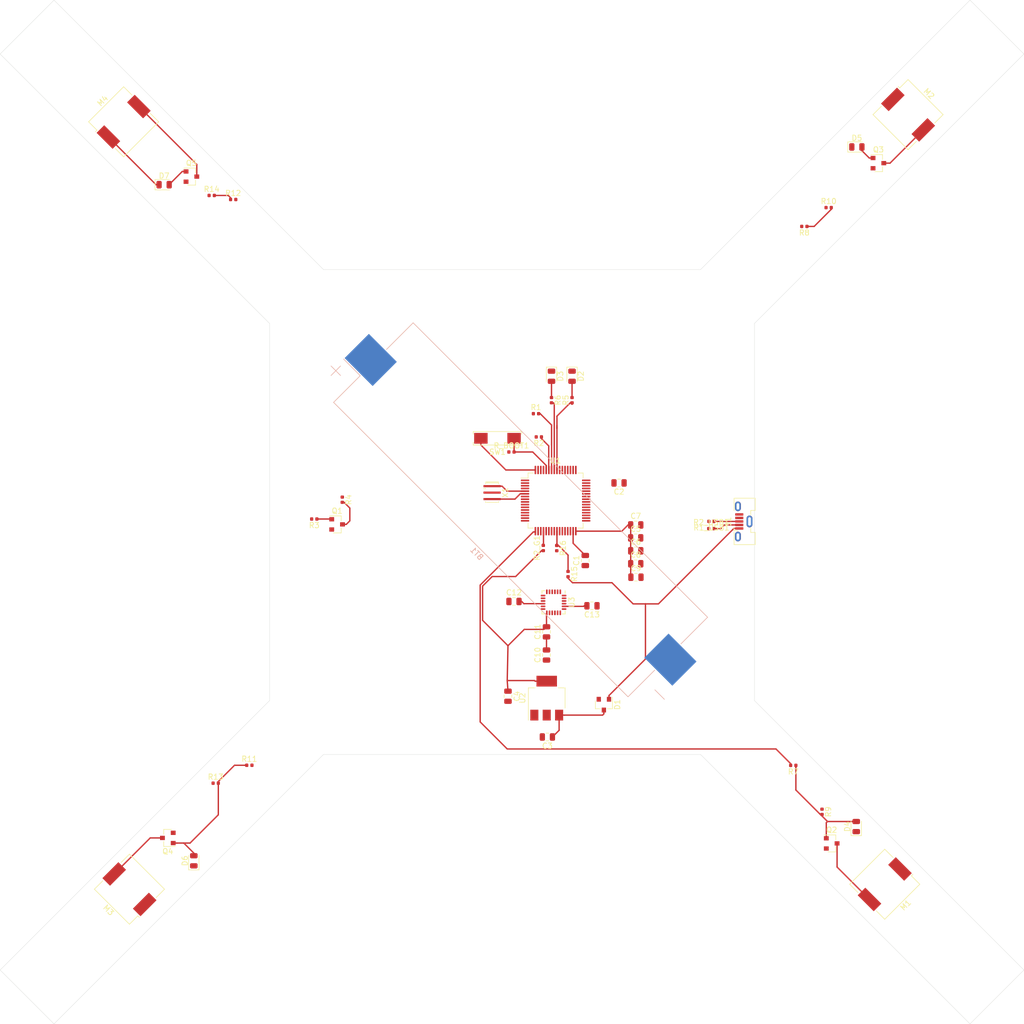
<source format=kicad_pcb>
(kicad_pcb (version 20171130) (host pcbnew 5.1.5+dfsg1-2build2)

  (general
    (thickness 1.6)
    (drawings 16)
    (tracks 169)
    (zones 0)
    (modules 56)
    (nets 88)
  )

  (page A3)
  (layers
    (0 F.Cu signal)
    (31 B.Cu signal)
    (32 B.Adhes user)
    (33 F.Adhes user)
    (34 B.Paste user)
    (35 F.Paste user)
    (36 B.SilkS user)
    (37 F.SilkS user)
    (38 B.Mask user)
    (39 F.Mask user)
    (40 Dwgs.User user)
    (41 Cmts.User user)
    (42 Eco1.User user)
    (43 Eco2.User user)
    (44 Edge.Cuts user)
    (45 Margin user)
    (46 B.CrtYd user)
    (47 F.CrtYd user)
    (48 B.Fab user)
    (49 F.Fab user)
  )

  (setup
    (last_trace_width 0.25)
    (trace_clearance 0.2)
    (zone_clearance 0.508)
    (zone_45_only no)
    (trace_min 0.2)
    (via_size 0.8)
    (via_drill 0.4)
    (via_min_size 0.4)
    (via_min_drill 0.3)
    (uvia_size 0.3)
    (uvia_drill 0.1)
    (uvias_allowed no)
    (uvia_min_size 0.2)
    (uvia_min_drill 0.1)
    (edge_width 0.05)
    (segment_width 0.2)
    (pcb_text_width 0.3)
    (pcb_text_size 1.5 1.5)
    (mod_edge_width 0.12)
    (mod_text_size 1 1)
    (mod_text_width 0.15)
    (pad_size 1.524 1.524)
    (pad_drill 0.762)
    (pad_to_mask_clearance 0.051)
    (solder_mask_min_width 0.25)
    (aux_axis_origin 0 0)
    (visible_elements FFFFFF7F)
    (pcbplotparams
      (layerselection 0x010fc_ffffffff)
      (usegerberextensions false)
      (usegerberattributes false)
      (usegerberadvancedattributes false)
      (creategerberjobfile false)
      (excludeedgelayer true)
      (linewidth 0.100000)
      (plotframeref false)
      (viasonmask false)
      (mode 1)
      (useauxorigin false)
      (hpglpennumber 1)
      (hpglpenspeed 20)
      (hpglpendiameter 15.000000)
      (psnegative false)
      (psa4output false)
      (plotreference true)
      (plotvalue true)
      (plotinvisibletext false)
      (padsonsilk false)
      (subtractmaskfromsilk false)
      (outputformat 1)
      (mirror false)
      (drillshape 1)
      (scaleselection 1)
      (outputdirectory ""))
  )

  (net 0 "")
  (net 1 GND)
  (net 2 "Net-(C1-Pad2)")
  (net 3 "Net-(C2-Pad2)")
  (net 4 "Net-(C3-Pad1)")
  (net 5 VCC)
  (net 6 "Net-(C10-Pad2)")
  (net 7 "Net-(C12-Pad2)")
  (net 8 "Net-(C13-Pad2)")
  (net 9 5V_USB)
  (net 10 "Net-(D2-Pad2)")
  (net 11 "Net-(D3-Pad2)")
  (net 12 "Net-(D4-Pad2)")
  (net 13 "Net-(D5-Pad2)")
  (net 14 "Net-(D6-Pad2)")
  (net 15 "Net-(D7-Pad2)")
  (net 16 "Net-(J1-Pad6)")
  (net 17 "Net-(J1-Pad2)")
  (net 18 "Net-(J1-Pad4)")
  (net 19 "Net-(J1-Pad3)")
  (net 20 "Net-(M1-Pad2)")
  (net 21 "Net-(M2-Pad2)")
  (net 22 "Net-(M3-Pad2)")
  (net 23 "Net-(M4-Pad2)")
  (net 24 UART1_RX)
  (net 25 "Net-(Q1-Pad1)")
  (net 26 "Net-(R1-Pad2)")
  (net 27 SCL_PAD)
  (net 28 SDA_PAD)
  (net 29 "Net-(R2-Pad1)")
  (net 30 SBUS)
  (net 31 LED1)
  (net 32 LED2)
  (net 33 S1)
  (net 34 S2)
  (net 35 S3)
  (net 36 S4)
  (net 37 "Net-(R15-Pad1)")
  (net 38 "Net-(R1_USB1-Pad2)")
  (net 39 GYRO_CS)
  (net 40 "Net-(R2_USB1-Pad1)")
  (net 41 "Net-(R_BOOT1-Pad2)")
  (net 42 "Net-(U1-Pad63)")
  (net 43 "Net-(U1-Pad62)")
  (net 44 "Net-(U1-Pad61)")
  (net 45 "Net-(U1-Pad55)")
  (net 46 "Net-(U1-Pad54)")
  (net 47 "Net-(U1-Pad53)")
  (net 48 "Net-(U1-Pad52)")
  (net 49 "Net-(U1-Pad51)")
  (net 50 "Net-(U1-Pad50)")
  (net 51 "Net-(U1-Pad49)")
  (net 52 "Net-(U1-Pad46)")
  (net 53 UART1_TX)
  (net 54 BUZZER)
  (net 55 PPM_IN)
  (net 56 "Net-(U1-Pad39)")
  (net 57 UART6_RX)
  (net 58 UART6_TX)
  (net 59 "Net-(U1-Pad36)")
  (net 60 "Net-(U1-Pad35)")
  (net 61 "Net-(U1-Pad34)")
  (net 62 "Net-(U1-Pad33)")
  (net 63 UART3_RX)
  (net 64 UART3_TX)
  (net 65 "Net-(U1-Pad28)")
  (net 66 GYRO_INT)
  (net 67 GYRO_SDA)
  (net 68 GYRO_SDO)
  (net 69 GYRO_SCL)
  (net 70 "Net-(U1-Pad19)")
  (net 71 "Net-(U1-Pad18)")
  (net 72 "Net-(U1-Pad15)")
  (net 73 POWER_LED)
  (net 74 "Net-(U1-Pad13)")
  (net 75 "Net-(U1-Pad12)")
  (net 76 Current_PAD)
  (net 77 RSSI_PAD)
  (net 78 "Net-(U1-Pad8)")
  (net 79 "Net-(U1-Pad7)")
  (net 80 "Net-(U1-Pad6)")
  (net 81 "Net-(U1-Pad5)")
  (net 82 "Net-(U1-Pad4)")
  (net 83 "Net-(U1-Pad3)")
  (net 84 "Net-(U1-Pad2)")
  (net 85 "Net-(U3-Pad7)")
  (net 86 "Net-(U3-Pad6)")
  (net 87 BAT+)

  (net_class Default "This is the default net class."
    (clearance 0.2)
    (trace_width 0.25)
    (via_dia 0.8)
    (via_drill 0.4)
    (uvia_dia 0.3)
    (uvia_drill 0.1)
    (add_net 5V_USB)
    (add_net BAT+)
    (add_net BUZZER)
    (add_net Current_PAD)
    (add_net GND)
    (add_net GYRO_CS)
    (add_net GYRO_INT)
    (add_net GYRO_SCL)
    (add_net GYRO_SDA)
    (add_net GYRO_SDO)
    (add_net LED1)
    (add_net LED2)
    (add_net "Net-(C1-Pad2)")
    (add_net "Net-(C10-Pad2)")
    (add_net "Net-(C12-Pad2)")
    (add_net "Net-(C13-Pad2)")
    (add_net "Net-(C2-Pad2)")
    (add_net "Net-(C3-Pad1)")
    (add_net "Net-(D2-Pad2)")
    (add_net "Net-(D3-Pad2)")
    (add_net "Net-(D4-Pad2)")
    (add_net "Net-(D5-Pad2)")
    (add_net "Net-(D6-Pad2)")
    (add_net "Net-(D7-Pad2)")
    (add_net "Net-(J1-Pad2)")
    (add_net "Net-(J1-Pad3)")
    (add_net "Net-(J1-Pad4)")
    (add_net "Net-(J1-Pad6)")
    (add_net "Net-(M1-Pad2)")
    (add_net "Net-(M2-Pad2)")
    (add_net "Net-(M3-Pad2)")
    (add_net "Net-(M4-Pad2)")
    (add_net "Net-(Q1-Pad1)")
    (add_net "Net-(R1-Pad2)")
    (add_net "Net-(R15-Pad1)")
    (add_net "Net-(R1_USB1-Pad2)")
    (add_net "Net-(R2-Pad1)")
    (add_net "Net-(R2_USB1-Pad1)")
    (add_net "Net-(R_BOOT1-Pad2)")
    (add_net "Net-(U1-Pad12)")
    (add_net "Net-(U1-Pad13)")
    (add_net "Net-(U1-Pad15)")
    (add_net "Net-(U1-Pad18)")
    (add_net "Net-(U1-Pad19)")
    (add_net "Net-(U1-Pad2)")
    (add_net "Net-(U1-Pad28)")
    (add_net "Net-(U1-Pad3)")
    (add_net "Net-(U1-Pad33)")
    (add_net "Net-(U1-Pad34)")
    (add_net "Net-(U1-Pad35)")
    (add_net "Net-(U1-Pad36)")
    (add_net "Net-(U1-Pad39)")
    (add_net "Net-(U1-Pad4)")
    (add_net "Net-(U1-Pad46)")
    (add_net "Net-(U1-Pad49)")
    (add_net "Net-(U1-Pad5)")
    (add_net "Net-(U1-Pad50)")
    (add_net "Net-(U1-Pad51)")
    (add_net "Net-(U1-Pad52)")
    (add_net "Net-(U1-Pad53)")
    (add_net "Net-(U1-Pad54)")
    (add_net "Net-(U1-Pad55)")
    (add_net "Net-(U1-Pad6)")
    (add_net "Net-(U1-Pad61)")
    (add_net "Net-(U1-Pad62)")
    (add_net "Net-(U1-Pad63)")
    (add_net "Net-(U1-Pad7)")
    (add_net "Net-(U1-Pad8)")
    (add_net "Net-(U3-Pad6)")
    (add_net "Net-(U3-Pad7)")
    (add_net POWER_LED)
    (add_net PPM_IN)
    (add_net RSSI_PAD)
    (add_net S1)
    (add_net S2)
    (add_net S3)
    (add_net S4)
    (add_net SBUS)
    (add_net SCL_PAD)
    (add_net SDA_PAD)
    (add_net UART1_RX)
    (add_net UART1_TX)
    (add_net UART3_RX)
    (add_net UART3_TX)
    (add_net UART6_RX)
    (add_net UART6_TX)
    (add_net VCC)
  )

  (module Package_TO_SOT_SMD:SOT-23 (layer F.Cu) (tedit 5A02FF57) (tstamp 5E9D198F)
    (at 152.05 180.75 270)
    (descr "SOT-23, Standard")
    (tags SOT-23)
    (path /5E9D4C27)
    (attr smd)
    (fp_text reference D1 (at 0 -2.5 90) (layer F.SilkS)
      (effects (font (size 1 1) (thickness 0.15)))
    )
    (fp_text value BAT54C (at 0 2.5 90) (layer F.Fab)
      (effects (font (size 1 1) (thickness 0.15)))
    )
    (fp_line (start 0.76 1.58) (end -0.7 1.58) (layer F.SilkS) (width 0.12))
    (fp_line (start 0.76 -1.58) (end -1.4 -1.58) (layer F.SilkS) (width 0.12))
    (fp_line (start -1.7 1.75) (end -1.7 -1.75) (layer F.CrtYd) (width 0.05))
    (fp_line (start 1.7 1.75) (end -1.7 1.75) (layer F.CrtYd) (width 0.05))
    (fp_line (start 1.7 -1.75) (end 1.7 1.75) (layer F.CrtYd) (width 0.05))
    (fp_line (start -1.7 -1.75) (end 1.7 -1.75) (layer F.CrtYd) (width 0.05))
    (fp_line (start 0.76 -1.58) (end 0.76 -0.65) (layer F.SilkS) (width 0.12))
    (fp_line (start 0.76 1.58) (end 0.76 0.65) (layer F.SilkS) (width 0.12))
    (fp_line (start -0.7 1.52) (end 0.7 1.52) (layer F.Fab) (width 0.1))
    (fp_line (start 0.7 -1.52) (end 0.7 1.52) (layer F.Fab) (width 0.1))
    (fp_line (start -0.7 -0.95) (end -0.15 -1.52) (layer F.Fab) (width 0.1))
    (fp_line (start -0.15 -1.52) (end 0.7 -1.52) (layer F.Fab) (width 0.1))
    (fp_line (start -0.7 -0.95) (end -0.7 1.5) (layer F.Fab) (width 0.1))
    (fp_text user %R (at 0 0) (layer F.Fab)
      (effects (font (size 0.5 0.5) (thickness 0.075)))
    )
    (pad 3 smd rect (at 1 0 270) (size 0.9 0.8) (layers F.Cu F.Paste F.Mask)
      (net 4 "Net-(C3-Pad1)"))
    (pad 2 smd rect (at -1 0.95 270) (size 0.9 0.8) (layers F.Cu F.Paste F.Mask)
      (net 87 BAT+))
    (pad 1 smd rect (at -1 -0.95 270) (size 0.9 0.8) (layers F.Cu F.Paste F.Mask)
      (net 9 5V_USB))
    (model ${KISYS3DMOD}/Package_TO_SOT_SMD.3dshapes/SOT-23.wrl
      (at (xyz 0 0 0))
      (scale (xyz 1 1 1))
      (rotate (xyz 0 0 0))
    )
  )

  (module Crystal:Resonator_SMD_muRata_CSTxExxV-3Pin_3.0x1.1mm_HandSoldering (layer F.Cu) (tedit 5AD3593B) (tstamp 5E9D1E44)
    (at 131.3 141.4 270)
    (descr "SMD Resomator/Filter Murata CSTCE, https://www.murata.com/en-eu/products/productdata/8801162264606/SPEC-CSTNE16M0VH3C000R0.pdf")
    (tags "SMD SMT ceramic resonator filter")
    (path /5EA8EACC)
    (attr smd)
    (fp_text reference X1 (at 0 -2.45 90) (layer F.SilkS)
      (effects (font (size 1 1) (thickness 0.15)))
    )
    (fp_text value "Resonator 8MHz" (at 0 1.8 90) (layer F.Fab)
      (effects (font (size 0.2 0.2) (thickness 0.03)))
    )
    (fp_line (start 1.8 -1.2) (end 1.65 -1.2) (layer F.SilkS) (width 0.12))
    (fp_line (start 1.8 1.2) (end 1.65 1.2) (layer F.SilkS) (width 0.12))
    (fp_line (start -0.75 1.2) (end -0.8 1.2) (layer F.SilkS) (width 0.12))
    (fp_line (start -1.8 1.2) (end -1.65 1.2) (layer F.SilkS) (width 0.12))
    (fp_line (start -1.8 -1.2) (end -1.65 -1.2) (layer F.SilkS) (width 0.12))
    (fp_line (start -1.75 1.85) (end -1.75 -1.85) (layer F.CrtYd) (width 0.05))
    (fp_line (start 1.75 -1.85) (end 1.75 1.85) (layer F.CrtYd) (width 0.05))
    (fp_line (start -1.75 -1.85) (end 1.75 -1.85) (layer F.CrtYd) (width 0.05))
    (fp_line (start 1.75 1.85) (end -1.75 1.85) (layer F.CrtYd) (width 0.05))
    (fp_line (start -1.5 0.3) (end -1.5 -0.8) (layer F.Fab) (width 0.1))
    (fp_line (start -1 0.8) (end 1.5 0.8) (layer F.Fab) (width 0.1))
    (fp_line (start -1 0.8) (end -1.5 0.3) (layer F.Fab) (width 0.1))
    (fp_line (start 1.5 -0.8) (end -1.5 -0.8) (layer F.Fab) (width 0.1))
    (fp_line (start 1.5 0.8) (end 1.5 -0.8) (layer F.Fab) (width 0.1))
    (fp_line (start -2 0.8) (end -2 1.2) (layer F.SilkS) (width 0.12))
    (fp_line (start -1.8 0.8) (end -1.8 1.2) (layer F.SilkS) (width 0.12))
    (fp_line (start 1.8 0.8) (end 1.8 1.2) (layer F.SilkS) (width 0.12))
    (fp_line (start -2 -1.2) (end -2 0.8) (layer F.SilkS) (width 0.12))
    (fp_line (start -0.75 1.2) (end -0.75 1.6) (layer F.SilkS) (width 0.12))
    (fp_line (start -1.8 0.8) (end -1.8 -1.2) (layer F.SilkS) (width 0.12))
    (fp_line (start 1.8 -1.2) (end 1.8 0.8) (layer F.SilkS) (width 0.12))
    (fp_text user %R (at 0.1 -0.05 90) (layer F.Fab)
      (effects (font (size 0.6 0.6) (thickness 0.08)))
    )
    (pad 3 smd rect (at 1.2 0 270) (size 0.4 3.2) (layers F.Cu F.Paste F.Mask)
      (net 80 "Net-(U1-Pad6)"))
    (pad 2 smd rect (at 0 0 270) (size 0.4 3.2) (layers F.Cu F.Paste F.Mask)
      (net 1 GND))
    (pad 1 smd rect (at -1.2 0 270) (size 0.4 3.2) (layers F.Cu F.Paste F.Mask)
      (net 81 "Net-(U1-Pad5)"))
    (model ${KISYS3DMOD}/Crystal.3dshapes/Resonator_SMD_muRata_CSTxExxV-3Pin_3.0x1.1mm.wrl
      (at (xyz 0 0 0))
      (scale (xyz 1 1 1))
      (rotate (xyz 0 0 0))
    )
  )

  (module Buzzer_Beeper:Buzzer_CUI_CPT-9019S-SMT (layer F.Cu) (tedit 5C12D246) (tstamp 5E9D1BC7)
    (at 62.921573 72.578427 45)
    (descr https://www.cui.com/product/resource/cpt-9019s-smt.pdf)
    (tags "buzzer piezo")
    (path /5EEF1196)
    (attr smd)
    (fp_text reference M4 (at 0 -5.5 45) (layer F.SilkS)
      (effects (font (size 1 1) (thickness 0.15)))
    )
    (fp_text value Motor_DC (at 0 5.5 45) (layer F.Fab)
      (effects (font (size 1 1) (thickness 0.15)))
    )
    (fp_text user %R (at 0 0 45) (layer F.Fab)
      (effects (font (size 1 1) (thickness 0.15)))
    )
    (fp_line (start 4.75 2.35) (end 4.75 4.75) (layer F.CrtYd) (width 0.05))
    (fp_line (start 5.25 2.35) (end 4.75 2.35) (layer F.CrtYd) (width 0.05))
    (fp_line (start 5.25 -2.35) (end 5.25 2.35) (layer F.CrtYd) (width 0.05))
    (fp_line (start 4.75 -2.35) (end 5.25 -2.35) (layer F.CrtYd) (width 0.05))
    (fp_line (start -4.75 -4.75) (end 4.75 -4.75) (layer F.CrtYd) (width 0.05))
    (fp_line (start -4.75 -2.35) (end -4.75 -4.75) (layer F.CrtYd) (width 0.05))
    (fp_line (start -5.25 -2.35) (end -4.75 -2.35) (layer F.CrtYd) (width 0.05))
    (fp_line (start -5.25 2.35) (end -5.25 -2.35) (layer F.CrtYd) (width 0.05))
    (fp_line (start -4.75 2.35) (end -5.25 2.35) (layer F.CrtYd) (width 0.05))
    (fp_line (start -4.75 4.75) (end -4.75 2.35) (layer F.CrtYd) (width 0.05))
    (fp_line (start 4.75 4.75) (end -4.75 4.75) (layer F.CrtYd) (width 0.05))
    (fp_line (start 4.75 -4.75) (end 4.75 -2.35) (layer F.CrtYd) (width 0.05))
    (fp_line (start -4.6 -2.4) (end -5 -2.4) (layer F.SilkS) (width 0.12))
    (fp_line (start -3.5 -4.5) (end -4.5 -3.5) (layer F.Fab) (width 0.1))
    (fp_line (start 4.5 4.5) (end 4.5 -4.5) (layer F.Fab) (width 0.1))
    (fp_line (start -4.5 4.5) (end 4.5 4.5) (layer F.Fab) (width 0.1))
    (fp_line (start -4.5 -3.5) (end -4.5 4.5) (layer F.Fab) (width 0.1))
    (fp_line (start 4.5 -4.5) (end -3.5 -4.5) (layer F.Fab) (width 0.1))
    (fp_line (start -4.6 -4.6) (end -4.6 -2.4) (layer F.SilkS) (width 0.12))
    (fp_line (start -4.6 2.4) (end -4.6 4.6) (layer F.SilkS) (width 0.12))
    (fp_line (start 4.6 2.4) (end 4.6 4.6) (layer F.SilkS) (width 0.12))
    (fp_line (start 4.6 4.6) (end -4.6 4.6) (layer F.SilkS) (width 0.12))
    (fp_line (start 4.6 -4.6) (end 4.6 -2.4) (layer F.SilkS) (width 0.12))
    (fp_line (start -4.6 -4.6) (end 4.6 -4.6) (layer F.SilkS) (width 0.12))
    (pad 2 smd rect (at 4 0 45) (size 2 4.2) (layers F.Cu F.Paste F.Mask)
      (net 23 "Net-(M4-Pad2)"))
    (pad 1 smd rect (at -4 0 45) (size 2 4.2) (layers F.Cu F.Paste F.Mask)
      (net 87 BAT+))
    (model ${KISYS3DMOD}/Buzzer_Beeper.3dshapes/Buzzer_CUI_CPT-9019S-SMT.wrl
      (at (xyz 0 0 0))
      (scale (xyz 1 1 1))
      (rotate (xyz 0 0 0))
    )
  )

  (module Buzzer_Beeper:Buzzer_CUI_CPT-9019S-SMT (layer F.Cu) (tedit 5C12D246) (tstamp 5E9D1B60)
    (at 64 215 135)
    (descr https://www.cui.com/product/resource/cpt-9019s-smt.pdf)
    (tags "buzzer piezo")
    (path /5EED95A3)
    (attr smd)
    (fp_text reference M3 (at 0 -5.5 135) (layer F.SilkS)
      (effects (font (size 1 1) (thickness 0.15)))
    )
    (fp_text value Motor_DC (at 0 5.5 135) (layer F.Fab)
      (effects (font (size 1 1) (thickness 0.15)))
    )
    (fp_text user %R (at 0 0 135) (layer F.Fab)
      (effects (font (size 1 1) (thickness 0.15)))
    )
    (fp_line (start 4.75 2.35) (end 4.75 4.75) (layer F.CrtYd) (width 0.05))
    (fp_line (start 5.25 2.35) (end 4.75 2.35) (layer F.CrtYd) (width 0.05))
    (fp_line (start 5.25 -2.35) (end 5.25 2.35) (layer F.CrtYd) (width 0.05))
    (fp_line (start 4.75 -2.35) (end 5.25 -2.35) (layer F.CrtYd) (width 0.05))
    (fp_line (start -4.75 -4.75) (end 4.75 -4.75) (layer F.CrtYd) (width 0.05))
    (fp_line (start -4.75 -2.35) (end -4.75 -4.75) (layer F.CrtYd) (width 0.05))
    (fp_line (start -5.25 -2.35) (end -4.75 -2.35) (layer F.CrtYd) (width 0.05))
    (fp_line (start -5.25 2.35) (end -5.25 -2.35) (layer F.CrtYd) (width 0.05))
    (fp_line (start -4.75 2.35) (end -5.25 2.35) (layer F.CrtYd) (width 0.05))
    (fp_line (start -4.75 4.75) (end -4.75 2.35) (layer F.CrtYd) (width 0.05))
    (fp_line (start 4.75 4.75) (end -4.75 4.75) (layer F.CrtYd) (width 0.05))
    (fp_line (start 4.75 -4.75) (end 4.75 -2.35) (layer F.CrtYd) (width 0.05))
    (fp_line (start -4.6 -2.4) (end -5 -2.4) (layer F.SilkS) (width 0.12))
    (fp_line (start -3.5 -4.5) (end -4.5 -3.5) (layer F.Fab) (width 0.1))
    (fp_line (start 4.5 4.5) (end 4.5 -4.5) (layer F.Fab) (width 0.1))
    (fp_line (start -4.5 4.5) (end 4.5 4.5) (layer F.Fab) (width 0.1))
    (fp_line (start -4.5 -3.5) (end -4.5 4.5) (layer F.Fab) (width 0.1))
    (fp_line (start 4.5 -4.5) (end -3.5 -4.5) (layer F.Fab) (width 0.1))
    (fp_line (start -4.6 -4.6) (end -4.6 -2.4) (layer F.SilkS) (width 0.12))
    (fp_line (start -4.6 2.4) (end -4.6 4.6) (layer F.SilkS) (width 0.12))
    (fp_line (start 4.6 2.4) (end 4.6 4.6) (layer F.SilkS) (width 0.12))
    (fp_line (start 4.6 4.6) (end -4.6 4.6) (layer F.SilkS) (width 0.12))
    (fp_line (start 4.6 -4.6) (end 4.6 -2.4) (layer F.SilkS) (width 0.12))
    (fp_line (start -4.6 -4.6) (end 4.6 -4.6) (layer F.SilkS) (width 0.12))
    (pad 2 smd rect (at 4 0 135) (size 2 4.2) (layers F.Cu F.Paste F.Mask)
      (net 22 "Net-(M3-Pad2)"))
    (pad 1 smd rect (at -4 0 135) (size 2 4.2) (layers F.Cu F.Paste F.Mask)
      (net 87 BAT+))
    (model ${KISYS3DMOD}/Buzzer_Beeper.3dshapes/Buzzer_CUI_CPT-9019S-SMT.wrl
      (at (xyz 0 0 0))
      (scale (xyz 1 1 1))
      (rotate (xyz 0 0 0))
    )
  )

  (module Buzzer_Beeper:Buzzer_CUI_CPT-9019S-SMT (layer F.Cu) (tedit 5C12D246) (tstamp 5E9D1AF9)
    (at 208.5 71.25 315)
    (descr https://www.cui.com/product/resource/cpt-9019s-smt.pdf)
    (tags "buzzer piezo")
    (path /5EEF1147)
    (attr smd)
    (fp_text reference M2 (at 0 -5.5 135) (layer F.SilkS)
      (effects (font (size 1 1) (thickness 0.15)))
    )
    (fp_text value Motor_DC (at 0 5.5 135) (layer F.Fab)
      (effects (font (size 1 1) (thickness 0.15)))
    )
    (fp_text user %R (at 0 0 135) (layer F.Fab)
      (effects (font (size 1 1) (thickness 0.15)))
    )
    (fp_line (start 4.75 2.35) (end 4.75 4.75) (layer F.CrtYd) (width 0.05))
    (fp_line (start 5.25 2.35) (end 4.75 2.35) (layer F.CrtYd) (width 0.05))
    (fp_line (start 5.25 -2.35) (end 5.25 2.35) (layer F.CrtYd) (width 0.05))
    (fp_line (start 4.75 -2.35) (end 5.25 -2.35) (layer F.CrtYd) (width 0.05))
    (fp_line (start -4.75 -4.75) (end 4.75 -4.75) (layer F.CrtYd) (width 0.05))
    (fp_line (start -4.75 -2.35) (end -4.75 -4.75) (layer F.CrtYd) (width 0.05))
    (fp_line (start -5.25 -2.35) (end -4.75 -2.35) (layer F.CrtYd) (width 0.05))
    (fp_line (start -5.25 2.35) (end -5.25 -2.35) (layer F.CrtYd) (width 0.05))
    (fp_line (start -4.75 2.35) (end -5.25 2.35) (layer F.CrtYd) (width 0.05))
    (fp_line (start -4.75 4.75) (end -4.75 2.35) (layer F.CrtYd) (width 0.05))
    (fp_line (start 4.75 4.75) (end -4.75 4.75) (layer F.CrtYd) (width 0.05))
    (fp_line (start 4.75 -4.75) (end 4.75 -2.35) (layer F.CrtYd) (width 0.05))
    (fp_line (start -4.6 -2.4) (end -5 -2.4) (layer F.SilkS) (width 0.12))
    (fp_line (start -3.5 -4.5) (end -4.5 -3.5) (layer F.Fab) (width 0.1))
    (fp_line (start 4.5 4.5) (end 4.5 -4.5) (layer F.Fab) (width 0.1))
    (fp_line (start -4.5 4.5) (end 4.5 4.5) (layer F.Fab) (width 0.1))
    (fp_line (start -4.5 -3.5) (end -4.5 4.5) (layer F.Fab) (width 0.1))
    (fp_line (start 4.5 -4.5) (end -3.5 -4.5) (layer F.Fab) (width 0.1))
    (fp_line (start -4.6 -4.6) (end -4.6 -2.4) (layer F.SilkS) (width 0.12))
    (fp_line (start -4.6 2.4) (end -4.6 4.6) (layer F.SilkS) (width 0.12))
    (fp_line (start 4.6 2.4) (end 4.6 4.6) (layer F.SilkS) (width 0.12))
    (fp_line (start 4.6 4.6) (end -4.6 4.6) (layer F.SilkS) (width 0.12))
    (fp_line (start 4.6 -4.6) (end 4.6 -2.4) (layer F.SilkS) (width 0.12))
    (fp_line (start -4.6 -4.6) (end 4.6 -4.6) (layer F.SilkS) (width 0.12))
    (pad 2 smd rect (at 4 0 315) (size 2 4.2) (layers F.Cu F.Paste F.Mask)
      (net 21 "Net-(M2-Pad2)"))
    (pad 1 smd rect (at -4 0 315) (size 2 4.2) (layers F.Cu F.Paste F.Mask)
      (net 87 BAT+))
    (model ${KISYS3DMOD}/Buzzer_Beeper.3dshapes/Buzzer_CUI_CPT-9019S-SMT.wrl
      (at (xyz 0 0 0))
      (scale (xyz 1 1 1))
      (rotate (xyz 0 0 0))
    )
  )

  (module Buzzer_Beeper:Buzzer_CUI_CPT-9019S-SMT (layer F.Cu) (tedit 5C12D246) (tstamp 5E9D1A92)
    (at 204.171573 214.078427 225)
    (descr https://www.cui.com/product/resource/cpt-9019s-smt.pdf)
    (tags "buzzer piezo")
    (path /5EB4EBA6)
    (attr smd)
    (fp_text reference M1 (at 0 -5.5 45) (layer F.SilkS)
      (effects (font (size 1 1) (thickness 0.15)))
    )
    (fp_text value Motor_DC (at 0 5.5 45) (layer F.Fab)
      (effects (font (size 1 1) (thickness 0.15)))
    )
    (fp_text user %R (at 0 0 45) (layer F.Fab)
      (effects (font (size 1 1) (thickness 0.15)))
    )
    (fp_line (start 4.75 2.35) (end 4.75 4.75) (layer F.CrtYd) (width 0.05))
    (fp_line (start 5.25 2.35) (end 4.75 2.35) (layer F.CrtYd) (width 0.05))
    (fp_line (start 5.25 -2.35) (end 5.25 2.35) (layer F.CrtYd) (width 0.05))
    (fp_line (start 4.75 -2.35) (end 5.25 -2.35) (layer F.CrtYd) (width 0.05))
    (fp_line (start -4.75 -4.75) (end 4.75 -4.75) (layer F.CrtYd) (width 0.05))
    (fp_line (start -4.75 -2.35) (end -4.75 -4.75) (layer F.CrtYd) (width 0.05))
    (fp_line (start -5.25 -2.35) (end -4.75 -2.35) (layer F.CrtYd) (width 0.05))
    (fp_line (start -5.25 2.35) (end -5.25 -2.35) (layer F.CrtYd) (width 0.05))
    (fp_line (start -4.75 2.35) (end -5.25 2.35) (layer F.CrtYd) (width 0.05))
    (fp_line (start -4.75 4.75) (end -4.75 2.35) (layer F.CrtYd) (width 0.05))
    (fp_line (start 4.75 4.75) (end -4.75 4.75) (layer F.CrtYd) (width 0.05))
    (fp_line (start 4.75 -4.75) (end 4.75 -2.35) (layer F.CrtYd) (width 0.05))
    (fp_line (start -4.6 -2.4) (end -5 -2.4) (layer F.SilkS) (width 0.12))
    (fp_line (start -3.5 -4.5) (end -4.5 -3.5) (layer F.Fab) (width 0.1))
    (fp_line (start 4.5 4.5) (end 4.5 -4.5) (layer F.Fab) (width 0.1))
    (fp_line (start -4.5 4.5) (end 4.5 4.5) (layer F.Fab) (width 0.1))
    (fp_line (start -4.5 -3.5) (end -4.5 4.5) (layer F.Fab) (width 0.1))
    (fp_line (start 4.5 -4.5) (end -3.5 -4.5) (layer F.Fab) (width 0.1))
    (fp_line (start -4.6 -4.6) (end -4.6 -2.4) (layer F.SilkS) (width 0.12))
    (fp_line (start -4.6 2.4) (end -4.6 4.6) (layer F.SilkS) (width 0.12))
    (fp_line (start 4.6 2.4) (end 4.6 4.6) (layer F.SilkS) (width 0.12))
    (fp_line (start 4.6 4.6) (end -4.6 4.6) (layer F.SilkS) (width 0.12))
    (fp_line (start 4.6 -4.6) (end 4.6 -2.4) (layer F.SilkS) (width 0.12))
    (fp_line (start -4.6 -4.6) (end 4.6 -4.6) (layer F.SilkS) (width 0.12))
    (pad 2 smd rect (at 4 0 225) (size 2 4.2) (layers F.Cu F.Paste F.Mask)
      (net 20 "Net-(M1-Pad2)"))
    (pad 1 smd rect (at -4 0 225) (size 2 4.2) (layers F.Cu F.Paste F.Mask)
      (net 87 BAT+))
    (model ${KISYS3DMOD}/Buzzer_Beeper.3dshapes/Buzzer_CUI_CPT-9019S-SMT.wrl
      (at (xyz 0 0 0))
      (scale (xyz 1 1 1))
      (rotate (xyz 0 0 0))
    )
  )

  (module Diode_SMD:D_0805_2012Metric (layer F.Cu) (tedit 5B36C52B) (tstamp 5E9D19FF)
    (at 70.4375 84.25)
    (descr "Diode SMD 0805 (2012 Metric), square (rectangular) end terminal, IPC_7351 nominal, (Body size source: https://docs.google.com/spreadsheets/d/1BsfQQcO9C6DZCsRaXUlFlo91Tg2WpOkGARC1WS5S8t0/edit?usp=sharing), generated with kicad-footprint-generator")
    (tags diode)
    (path /5EEF118C)
    (attr smd)
    (fp_text reference D7 (at 0 -1.65) (layer F.SilkS)
      (effects (font (size 1 1) (thickness 0.15)))
    )
    (fp_text value D_Schottky (at 0 1.65) (layer F.Fab)
      (effects (font (size 1 1) (thickness 0.15)))
    )
    (fp_text user %R (at 0 0) (layer F.Fab)
      (effects (font (size 0.5 0.5) (thickness 0.08)))
    )
    (fp_line (start 1.68 0.95) (end -1.68 0.95) (layer F.CrtYd) (width 0.05))
    (fp_line (start 1.68 -0.95) (end 1.68 0.95) (layer F.CrtYd) (width 0.05))
    (fp_line (start -1.68 -0.95) (end 1.68 -0.95) (layer F.CrtYd) (width 0.05))
    (fp_line (start -1.68 0.95) (end -1.68 -0.95) (layer F.CrtYd) (width 0.05))
    (fp_line (start -1.685 0.96) (end 1 0.96) (layer F.SilkS) (width 0.12))
    (fp_line (start -1.685 -0.96) (end -1.685 0.96) (layer F.SilkS) (width 0.12))
    (fp_line (start 1 -0.96) (end -1.685 -0.96) (layer F.SilkS) (width 0.12))
    (fp_line (start 1 0.6) (end 1 -0.6) (layer F.Fab) (width 0.1))
    (fp_line (start -1 0.6) (end 1 0.6) (layer F.Fab) (width 0.1))
    (fp_line (start -1 -0.3) (end -1 0.6) (layer F.Fab) (width 0.1))
    (fp_line (start -0.7 -0.6) (end -1 -0.3) (layer F.Fab) (width 0.1))
    (fp_line (start 1 -0.6) (end -0.7 -0.6) (layer F.Fab) (width 0.1))
    (pad 2 smd roundrect (at 0.9375 0) (size 0.975 1.4) (layers F.Cu F.Paste F.Mask) (roundrect_rratio 0.25)
      (net 15 "Net-(D7-Pad2)"))
    (pad 1 smd roundrect (at -0.9375 0) (size 0.975 1.4) (layers F.Cu F.Paste F.Mask) (roundrect_rratio 0.25)
      (net 87 BAT+))
    (model ${KISYS3DMOD}/Diode_SMD.3dshapes/D_0805_2012Metric.wrl
      (at (xyz 0 0 0))
      (scale (xyz 1 1 1))
      (rotate (xyz 0 0 0))
    )
  )

  (module Diode_SMD:D_0805_2012Metric (layer F.Cu) (tedit 5B36C52B) (tstamp 5E9D19EC)
    (at 75.946 209.7255 90)
    (descr "Diode SMD 0805 (2012 Metric), square (rectangular) end terminal, IPC_7351 nominal, (Body size source: https://docs.google.com/spreadsheets/d/1BsfQQcO9C6DZCsRaXUlFlo91Tg2WpOkGARC1WS5S8t0/edit?usp=sharing), generated with kicad-footprint-generator")
    (tags diode)
    (path /5EED9599)
    (attr smd)
    (fp_text reference D6 (at 0 -1.65 90) (layer F.SilkS)
      (effects (font (size 1 1) (thickness 0.15)))
    )
    (fp_text value D_Schottky (at 0 1.65 90) (layer F.Fab)
      (effects (font (size 1 1) (thickness 0.15)))
    )
    (fp_text user %R (at 0 0 90) (layer F.Fab)
      (effects (font (size 0.5 0.5) (thickness 0.08)))
    )
    (fp_line (start 1.68 0.95) (end -1.68 0.95) (layer F.CrtYd) (width 0.05))
    (fp_line (start 1.68 -0.95) (end 1.68 0.95) (layer F.CrtYd) (width 0.05))
    (fp_line (start -1.68 -0.95) (end 1.68 -0.95) (layer F.CrtYd) (width 0.05))
    (fp_line (start -1.68 0.95) (end -1.68 -0.95) (layer F.CrtYd) (width 0.05))
    (fp_line (start -1.685 0.96) (end 1 0.96) (layer F.SilkS) (width 0.12))
    (fp_line (start -1.685 -0.96) (end -1.685 0.96) (layer F.SilkS) (width 0.12))
    (fp_line (start 1 -0.96) (end -1.685 -0.96) (layer F.SilkS) (width 0.12))
    (fp_line (start 1 0.6) (end 1 -0.6) (layer F.Fab) (width 0.1))
    (fp_line (start -1 0.6) (end 1 0.6) (layer F.Fab) (width 0.1))
    (fp_line (start -1 -0.3) (end -1 0.6) (layer F.Fab) (width 0.1))
    (fp_line (start -0.7 -0.6) (end -1 -0.3) (layer F.Fab) (width 0.1))
    (fp_line (start 1 -0.6) (end -0.7 -0.6) (layer F.Fab) (width 0.1))
    (pad 2 smd roundrect (at 0.9375 0 90) (size 0.975 1.4) (layers F.Cu F.Paste F.Mask) (roundrect_rratio 0.25)
      (net 14 "Net-(D6-Pad2)"))
    (pad 1 smd roundrect (at -0.9375 0 90) (size 0.975 1.4) (layers F.Cu F.Paste F.Mask) (roundrect_rratio 0.25)
      (net 87 BAT+))
    (model ${KISYS3DMOD}/Diode_SMD.3dshapes/D_0805_2012Metric.wrl
      (at (xyz 0 0 0))
      (scale (xyz 1 1 1))
      (rotate (xyz 0 0 0))
    )
  )

  (module Diode_SMD:D_0805_2012Metric (layer F.Cu) (tedit 5B36C52B) (tstamp 5E9D19D9)
    (at 199 77.25)
    (descr "Diode SMD 0805 (2012 Metric), square (rectangular) end terminal, IPC_7351 nominal, (Body size source: https://docs.google.com/spreadsheets/d/1BsfQQcO9C6DZCsRaXUlFlo91Tg2WpOkGARC1WS5S8t0/edit?usp=sharing), generated with kicad-footprint-generator")
    (tags diode)
    (path /5EEF113D)
    (attr smd)
    (fp_text reference D5 (at 0 -1.65) (layer F.SilkS)
      (effects (font (size 1 1) (thickness 0.15)))
    )
    (fp_text value D_Schottky (at 0 1.65) (layer F.Fab)
      (effects (font (size 1 1) (thickness 0.15)))
    )
    (fp_text user %R (at 0 0) (layer F.Fab)
      (effects (font (size 0.5 0.5) (thickness 0.08)))
    )
    (fp_line (start 1.68 0.95) (end -1.68 0.95) (layer F.CrtYd) (width 0.05))
    (fp_line (start 1.68 -0.95) (end 1.68 0.95) (layer F.CrtYd) (width 0.05))
    (fp_line (start -1.68 -0.95) (end 1.68 -0.95) (layer F.CrtYd) (width 0.05))
    (fp_line (start -1.68 0.95) (end -1.68 -0.95) (layer F.CrtYd) (width 0.05))
    (fp_line (start -1.685 0.96) (end 1 0.96) (layer F.SilkS) (width 0.12))
    (fp_line (start -1.685 -0.96) (end -1.685 0.96) (layer F.SilkS) (width 0.12))
    (fp_line (start 1 -0.96) (end -1.685 -0.96) (layer F.SilkS) (width 0.12))
    (fp_line (start 1 0.6) (end 1 -0.6) (layer F.Fab) (width 0.1))
    (fp_line (start -1 0.6) (end 1 0.6) (layer F.Fab) (width 0.1))
    (fp_line (start -1 -0.3) (end -1 0.6) (layer F.Fab) (width 0.1))
    (fp_line (start -0.7 -0.6) (end -1 -0.3) (layer F.Fab) (width 0.1))
    (fp_line (start 1 -0.6) (end -0.7 -0.6) (layer F.Fab) (width 0.1))
    (pad 2 smd roundrect (at 0.9375 0) (size 0.975 1.4) (layers F.Cu F.Paste F.Mask) (roundrect_rratio 0.25)
      (net 13 "Net-(D5-Pad2)"))
    (pad 1 smd roundrect (at -0.9375 0) (size 0.975 1.4) (layers F.Cu F.Paste F.Mask) (roundrect_rratio 0.25)
      (net 87 BAT+))
    (model ${KISYS3DMOD}/Diode_SMD.3dshapes/D_0805_2012Metric.wrl
      (at (xyz 0 0 0))
      (scale (xyz 1 1 1))
      (rotate (xyz 0 0 0))
    )
  )

  (module Diode_SMD:D_0805_2012Metric (layer F.Cu) (tedit 5B36C52B) (tstamp 5E9D19C6)
    (at 198.882 203.3755 90)
    (descr "Diode SMD 0805 (2012 Metric), square (rectangular) end terminal, IPC_7351 nominal, (Body size source: https://docs.google.com/spreadsheets/d/1BsfQQcO9C6DZCsRaXUlFlo91Tg2WpOkGARC1WS5S8t0/edit?usp=sharing), generated with kicad-footprint-generator")
    (tags diode)
    (path /5EB41038)
    (attr smd)
    (fp_text reference D4 (at 0 -1.65 90) (layer F.SilkS)
      (effects (font (size 1 1) (thickness 0.15)))
    )
    (fp_text value D_Schottky (at 0 1.65 90) (layer F.Fab)
      (effects (font (size 1 1) (thickness 0.15)))
    )
    (fp_text user %R (at 0 0 90) (layer F.Fab)
      (effects (font (size 0.5 0.5) (thickness 0.08)))
    )
    (fp_line (start 1.68 0.95) (end -1.68 0.95) (layer F.CrtYd) (width 0.05))
    (fp_line (start 1.68 -0.95) (end 1.68 0.95) (layer F.CrtYd) (width 0.05))
    (fp_line (start -1.68 -0.95) (end 1.68 -0.95) (layer F.CrtYd) (width 0.05))
    (fp_line (start -1.68 0.95) (end -1.68 -0.95) (layer F.CrtYd) (width 0.05))
    (fp_line (start -1.685 0.96) (end 1 0.96) (layer F.SilkS) (width 0.12))
    (fp_line (start -1.685 -0.96) (end -1.685 0.96) (layer F.SilkS) (width 0.12))
    (fp_line (start 1 -0.96) (end -1.685 -0.96) (layer F.SilkS) (width 0.12))
    (fp_line (start 1 0.6) (end 1 -0.6) (layer F.Fab) (width 0.1))
    (fp_line (start -1 0.6) (end 1 0.6) (layer F.Fab) (width 0.1))
    (fp_line (start -1 -0.3) (end -1 0.6) (layer F.Fab) (width 0.1))
    (fp_line (start -0.7 -0.6) (end -1 -0.3) (layer F.Fab) (width 0.1))
    (fp_line (start 1 -0.6) (end -0.7 -0.6) (layer F.Fab) (width 0.1))
    (pad 2 smd roundrect (at 0.9375 0 90) (size 0.975 1.4) (layers F.Cu F.Paste F.Mask) (roundrect_rratio 0.25)
      (net 12 "Net-(D4-Pad2)"))
    (pad 1 smd roundrect (at -0.9375 0 90) (size 0.975 1.4) (layers F.Cu F.Paste F.Mask) (roundrect_rratio 0.25)
      (net 87 BAT+))
    (model ${KISYS3DMOD}/Diode_SMD.3dshapes/D_0805_2012Metric.wrl
      (at (xyz 0 0 0))
      (scale (xyz 1 1 1))
      (rotate (xyz 0 0 0))
    )
  )

  (module LED_SMD:LED_0805_2012Metric (layer F.Cu) (tedit 5B36C52C) (tstamp 5E9D19B3)
    (at 142.329 119.799 270)
    (descr "LED SMD 0805 (2012 Metric), square (rectangular) end terminal, IPC_7351 nominal, (Body size source: https://docs.google.com/spreadsheets/d/1BsfQQcO9C6DZCsRaXUlFlo91Tg2WpOkGARC1WS5S8t0/edit?usp=sharing), generated with kicad-footprint-generator")
    (tags diode)
    (path /5EA68314)
    (attr smd)
    (fp_text reference D3 (at 0 -1.65 90) (layer F.SilkS)
      (effects (font (size 1 1) (thickness 0.15)))
    )
    (fp_text value LED (at 0 1.65 90) (layer F.Fab)
      (effects (font (size 1 1) (thickness 0.15)))
    )
    (fp_text user %R (at 0 0 90) (layer F.Fab)
      (effects (font (size 0.5 0.5) (thickness 0.08)))
    )
    (fp_line (start 1.68 0.95) (end -1.68 0.95) (layer F.CrtYd) (width 0.05))
    (fp_line (start 1.68 -0.95) (end 1.68 0.95) (layer F.CrtYd) (width 0.05))
    (fp_line (start -1.68 -0.95) (end 1.68 -0.95) (layer F.CrtYd) (width 0.05))
    (fp_line (start -1.68 0.95) (end -1.68 -0.95) (layer F.CrtYd) (width 0.05))
    (fp_line (start -1.685 0.96) (end 1 0.96) (layer F.SilkS) (width 0.12))
    (fp_line (start -1.685 -0.96) (end -1.685 0.96) (layer F.SilkS) (width 0.12))
    (fp_line (start 1 -0.96) (end -1.685 -0.96) (layer F.SilkS) (width 0.12))
    (fp_line (start 1 0.6) (end 1 -0.6) (layer F.Fab) (width 0.1))
    (fp_line (start -1 0.6) (end 1 0.6) (layer F.Fab) (width 0.1))
    (fp_line (start -1 -0.3) (end -1 0.6) (layer F.Fab) (width 0.1))
    (fp_line (start -0.7 -0.6) (end -1 -0.3) (layer F.Fab) (width 0.1))
    (fp_line (start 1 -0.6) (end -0.7 -0.6) (layer F.Fab) (width 0.1))
    (pad 2 smd roundrect (at 0.9375 0 270) (size 0.975 1.4) (layers F.Cu F.Paste F.Mask) (roundrect_rratio 0.25)
      (net 11 "Net-(D3-Pad2)"))
    (pad 1 smd roundrect (at -0.9375 0 270) (size 0.975 1.4) (layers F.Cu F.Paste F.Mask) (roundrect_rratio 0.25)
      (net 1 GND))
    (model ${KISYS3DMOD}/LED_SMD.3dshapes/LED_0805_2012Metric.wrl
      (at (xyz 0 0 0))
      (scale (xyz 1 1 1))
      (rotate (xyz 0 0 0))
    )
  )

  (module LED_SMD:LED_0805_2012Metric (layer F.Cu) (tedit 5B36C52C) (tstamp 5E9D19A1)
    (at 146.139 119.799 270)
    (descr "LED SMD 0805 (2012 Metric), square (rectangular) end terminal, IPC_7351 nominal, (Body size source: https://docs.google.com/spreadsheets/d/1BsfQQcO9C6DZCsRaXUlFlo91Tg2WpOkGARC1WS5S8t0/edit?usp=sharing), generated with kicad-footprint-generator")
    (tags diode)
    (path /5EA5F7A1)
    (attr smd)
    (fp_text reference D2 (at 0 -1.65 90) (layer F.SilkS)
      (effects (font (size 1 1) (thickness 0.15)))
    )
    (fp_text value LED (at 0 1.65 90) (layer F.Fab)
      (effects (font (size 1 1) (thickness 0.15)))
    )
    (fp_text user %R (at 0 0 90) (layer F.Fab)
      (effects (font (size 0.5 0.5) (thickness 0.08)))
    )
    (fp_line (start 1.68 0.95) (end -1.68 0.95) (layer F.CrtYd) (width 0.05))
    (fp_line (start 1.68 -0.95) (end 1.68 0.95) (layer F.CrtYd) (width 0.05))
    (fp_line (start -1.68 -0.95) (end 1.68 -0.95) (layer F.CrtYd) (width 0.05))
    (fp_line (start -1.68 0.95) (end -1.68 -0.95) (layer F.CrtYd) (width 0.05))
    (fp_line (start -1.685 0.96) (end 1 0.96) (layer F.SilkS) (width 0.12))
    (fp_line (start -1.685 -0.96) (end -1.685 0.96) (layer F.SilkS) (width 0.12))
    (fp_line (start 1 -0.96) (end -1.685 -0.96) (layer F.SilkS) (width 0.12))
    (fp_line (start 1 0.6) (end 1 -0.6) (layer F.Fab) (width 0.1))
    (fp_line (start -1 0.6) (end 1 0.6) (layer F.Fab) (width 0.1))
    (fp_line (start -1 -0.3) (end -1 0.6) (layer F.Fab) (width 0.1))
    (fp_line (start -0.7 -0.6) (end -1 -0.3) (layer F.Fab) (width 0.1))
    (fp_line (start 1 -0.6) (end -0.7 -0.6) (layer F.Fab) (width 0.1))
    (pad 2 smd roundrect (at 0.9375 0 270) (size 0.975 1.4) (layers F.Cu F.Paste F.Mask) (roundrect_rratio 0.25)
      (net 10 "Net-(D2-Pad2)"))
    (pad 1 smd roundrect (at -0.9375 0 270) (size 0.975 1.4) (layers F.Cu F.Paste F.Mask) (roundrect_rratio 0.25)
      (net 1 GND))
    (model ${KISYS3DMOD}/LED_SMD.3dshapes/LED_0805_2012Metric.wrl
      (at (xyz 0 0 0))
      (scale (xyz 1 1 1))
      (rotate (xyz 0 0 0))
    )
  )

  (module Capacitor_SMD:C_0805_2012Metric (layer F.Cu) (tedit 5B36C52B) (tstamp 5E9D197A)
    (at 149.8375 162.4 180)
    (descr "Capacitor SMD 0805 (2012 Metric), square (rectangular) end terminal, IPC_7351 nominal, (Body size source: https://docs.google.com/spreadsheets/d/1BsfQQcO9C6DZCsRaXUlFlo91Tg2WpOkGARC1WS5S8t0/edit?usp=sharing), generated with kicad-footprint-generator")
    (tags capacitor)
    (path /5EC600EF)
    (attr smd)
    (fp_text reference C13 (at 0 -1.65) (layer F.SilkS)
      (effects (font (size 1 1) (thickness 0.15)))
    )
    (fp_text value 2.2nF (at 0 1.65) (layer F.Fab)
      (effects (font (size 1 1) (thickness 0.15)))
    )
    (fp_text user %R (at 0 0) (layer F.Fab)
      (effects (font (size 0.5 0.5) (thickness 0.08)))
    )
    (fp_line (start 1.68 0.95) (end -1.68 0.95) (layer F.CrtYd) (width 0.05))
    (fp_line (start 1.68 -0.95) (end 1.68 0.95) (layer F.CrtYd) (width 0.05))
    (fp_line (start -1.68 -0.95) (end 1.68 -0.95) (layer F.CrtYd) (width 0.05))
    (fp_line (start -1.68 0.95) (end -1.68 -0.95) (layer F.CrtYd) (width 0.05))
    (fp_line (start -0.258578 0.71) (end 0.258578 0.71) (layer F.SilkS) (width 0.12))
    (fp_line (start -0.258578 -0.71) (end 0.258578 -0.71) (layer F.SilkS) (width 0.12))
    (fp_line (start 1 0.6) (end -1 0.6) (layer F.Fab) (width 0.1))
    (fp_line (start 1 -0.6) (end 1 0.6) (layer F.Fab) (width 0.1))
    (fp_line (start -1 -0.6) (end 1 -0.6) (layer F.Fab) (width 0.1))
    (fp_line (start -1 0.6) (end -1 -0.6) (layer F.Fab) (width 0.1))
    (pad 2 smd roundrect (at 0.9375 0 180) (size 0.975 1.4) (layers F.Cu F.Paste F.Mask) (roundrect_rratio 0.25)
      (net 8 "Net-(C13-Pad2)"))
    (pad 1 smd roundrect (at -0.9375 0 180) (size 0.975 1.4) (layers F.Cu F.Paste F.Mask) (roundrect_rratio 0.25)
      (net 1 GND))
    (model ${KISYS3DMOD}/Capacitor_SMD.3dshapes/C_0805_2012Metric.wrl
      (at (xyz 0 0 0))
      (scale (xyz 1 1 1))
      (rotate (xyz 0 0 0))
    )
  )

  (module Capacitor_SMD:C_0805_2012Metric (layer F.Cu) (tedit 5B36C52B) (tstamp 5E9D196B)
    (at 135.3625 161.6)
    (descr "Capacitor SMD 0805 (2012 Metric), square (rectangular) end terminal, IPC_7351 nominal, (Body size source: https://docs.google.com/spreadsheets/d/1BsfQQcO9C6DZCsRaXUlFlo91Tg2WpOkGARC1WS5S8t0/edit?usp=sharing), generated with kicad-footprint-generator")
    (tags capacitor)
    (path /5ECACE0B)
    (attr smd)
    (fp_text reference C12 (at 0 -1.65) (layer F.SilkS)
      (effects (font (size 1 1) (thickness 0.15)))
    )
    (fp_text value 0.1uF (at 0 1.65) (layer F.Fab)
      (effects (font (size 1 1) (thickness 0.15)))
    )
    (fp_text user %R (at 0 0) (layer F.Fab)
      (effects (font (size 0.5 0.5) (thickness 0.08)))
    )
    (fp_line (start 1.68 0.95) (end -1.68 0.95) (layer F.CrtYd) (width 0.05))
    (fp_line (start 1.68 -0.95) (end 1.68 0.95) (layer F.CrtYd) (width 0.05))
    (fp_line (start -1.68 -0.95) (end 1.68 -0.95) (layer F.CrtYd) (width 0.05))
    (fp_line (start -1.68 0.95) (end -1.68 -0.95) (layer F.CrtYd) (width 0.05))
    (fp_line (start -0.258578 0.71) (end 0.258578 0.71) (layer F.SilkS) (width 0.12))
    (fp_line (start -0.258578 -0.71) (end 0.258578 -0.71) (layer F.SilkS) (width 0.12))
    (fp_line (start 1 0.6) (end -1 0.6) (layer F.Fab) (width 0.1))
    (fp_line (start 1 -0.6) (end 1 0.6) (layer F.Fab) (width 0.1))
    (fp_line (start -1 -0.6) (end 1 -0.6) (layer F.Fab) (width 0.1))
    (fp_line (start -1 0.6) (end -1 -0.6) (layer F.Fab) (width 0.1))
    (pad 2 smd roundrect (at 0.9375 0) (size 0.975 1.4) (layers F.Cu F.Paste F.Mask) (roundrect_rratio 0.25)
      (net 7 "Net-(C12-Pad2)"))
    (pad 1 smd roundrect (at -0.9375 0) (size 0.975 1.4) (layers F.Cu F.Paste F.Mask) (roundrect_rratio 0.25)
      (net 1 GND))
    (model ${KISYS3DMOD}/Capacitor_SMD.3dshapes/C_0805_2012Metric.wrl
      (at (xyz 0 0 0))
      (scale (xyz 1 1 1))
      (rotate (xyz 0 0 0))
    )
  )

  (module Capacitor_SMD:C_0805_2012Metric (layer F.Cu) (tedit 5B36C52B) (tstamp 5E9D195C)
    (at 141.4 167.2375 90)
    (descr "Capacitor SMD 0805 (2012 Metric), square (rectangular) end terminal, IPC_7351 nominal, (Body size source: https://docs.google.com/spreadsheets/d/1BsfQQcO9C6DZCsRaXUlFlo91Tg2WpOkGARC1WS5S8t0/edit?usp=sharing), generated with kicad-footprint-generator")
    (tags capacitor)
    (path /5EC66D0D)
    (attr smd)
    (fp_text reference C11 (at 0 -1.65 90) (layer F.SilkS)
      (effects (font (size 1 1) (thickness 0.15)))
    )
    (fp_text value 0.1uF (at 0 1.65 90) (layer F.Fab)
      (effects (font (size 1 1) (thickness 0.15)))
    )
    (fp_text user %R (at 0 0 90) (layer F.Fab)
      (effects (font (size 0.5 0.5) (thickness 0.08)))
    )
    (fp_line (start 1.68 0.95) (end -1.68 0.95) (layer F.CrtYd) (width 0.05))
    (fp_line (start 1.68 -0.95) (end 1.68 0.95) (layer F.CrtYd) (width 0.05))
    (fp_line (start -1.68 -0.95) (end 1.68 -0.95) (layer F.CrtYd) (width 0.05))
    (fp_line (start -1.68 0.95) (end -1.68 -0.95) (layer F.CrtYd) (width 0.05))
    (fp_line (start -0.258578 0.71) (end 0.258578 0.71) (layer F.SilkS) (width 0.12))
    (fp_line (start -0.258578 -0.71) (end 0.258578 -0.71) (layer F.SilkS) (width 0.12))
    (fp_line (start 1 0.6) (end -1 0.6) (layer F.Fab) (width 0.1))
    (fp_line (start 1 -0.6) (end 1 0.6) (layer F.Fab) (width 0.1))
    (fp_line (start -1 -0.6) (end 1 -0.6) (layer F.Fab) (width 0.1))
    (fp_line (start -1 0.6) (end -1 -0.6) (layer F.Fab) (width 0.1))
    (pad 2 smd roundrect (at 0.9375 0 90) (size 0.975 1.4) (layers F.Cu F.Paste F.Mask) (roundrect_rratio 0.25)
      (net 5 VCC))
    (pad 1 smd roundrect (at -0.9375 0 90) (size 0.975 1.4) (layers F.Cu F.Paste F.Mask) (roundrect_rratio 0.25)
      (net 6 "Net-(C10-Pad2)"))
    (model ${KISYS3DMOD}/Capacitor_SMD.3dshapes/C_0805_2012Metric.wrl
      (at (xyz 0 0 0))
      (scale (xyz 1 1 1))
      (rotate (xyz 0 0 0))
    )
  )

  (module Capacitor_SMD:C_0805_2012Metric (layer F.Cu) (tedit 5B36C52B) (tstamp 5E9D194D)
    (at 141.4 171.5375 90)
    (descr "Capacitor SMD 0805 (2012 Metric), square (rectangular) end terminal, IPC_7351 nominal, (Body size source: https://docs.google.com/spreadsheets/d/1BsfQQcO9C6DZCsRaXUlFlo91Tg2WpOkGARC1WS5S8t0/edit?usp=sharing), generated with kicad-footprint-generator")
    (tags capacitor)
    (path /5EC812EA)
    (attr smd)
    (fp_text reference C10 (at 0 -1.65 90) (layer F.SilkS)
      (effects (font (size 1 1) (thickness 0.15)))
    )
    (fp_text value 1uF (at 0 1.65 90) (layer F.Fab)
      (effects (font (size 1 1) (thickness 0.15)))
    )
    (fp_text user %R (at 0 0 90) (layer F.Fab)
      (effects (font (size 0.5 0.5) (thickness 0.08)))
    )
    (fp_line (start 1.68 0.95) (end -1.68 0.95) (layer F.CrtYd) (width 0.05))
    (fp_line (start 1.68 -0.95) (end 1.68 0.95) (layer F.CrtYd) (width 0.05))
    (fp_line (start -1.68 -0.95) (end 1.68 -0.95) (layer F.CrtYd) (width 0.05))
    (fp_line (start -1.68 0.95) (end -1.68 -0.95) (layer F.CrtYd) (width 0.05))
    (fp_line (start -0.258578 0.71) (end 0.258578 0.71) (layer F.SilkS) (width 0.12))
    (fp_line (start -0.258578 -0.71) (end 0.258578 -0.71) (layer F.SilkS) (width 0.12))
    (fp_line (start 1 0.6) (end -1 0.6) (layer F.Fab) (width 0.1))
    (fp_line (start 1 -0.6) (end 1 0.6) (layer F.Fab) (width 0.1))
    (fp_line (start -1 -0.6) (end 1 -0.6) (layer F.Fab) (width 0.1))
    (fp_line (start -1 0.6) (end -1 -0.6) (layer F.Fab) (width 0.1))
    (pad 2 smd roundrect (at 0.9375 0 90) (size 0.975 1.4) (layers F.Cu F.Paste F.Mask) (roundrect_rratio 0.25)
      (net 6 "Net-(C10-Pad2)"))
    (pad 1 smd roundrect (at -0.9375 0 90) (size 0.975 1.4) (layers F.Cu F.Paste F.Mask) (roundrect_rratio 0.25)
      (net 1 GND))
    (model ${KISYS3DMOD}/Capacitor_SMD.3dshapes/C_0805_2012Metric.wrl
      (at (xyz 0 0 0))
      (scale (xyz 1 1 1))
      (rotate (xyz 0 0 0))
    )
  )

  (module Capacitor_SMD:C_0805_2012Metric (layer F.Cu) (tedit 5B36C52B) (tstamp 5E9D193E)
    (at 158 157.1)
    (descr "Capacitor SMD 0805 (2012 Metric), square (rectangular) end terminal, IPC_7351 nominal, (Body size source: https://docs.google.com/spreadsheets/d/1BsfQQcO9C6DZCsRaXUlFlo91Tg2WpOkGARC1WS5S8t0/edit?usp=sharing), generated with kicad-footprint-generator")
    (tags capacitor)
    (path /5EC2AC60)
    (attr smd)
    (fp_text reference C9 (at 0 -1.65) (layer F.SilkS)
      (effects (font (size 1 1) (thickness 0.15)))
    )
    (fp_text value 100nF (at 0 1.65) (layer F.Fab)
      (effects (font (size 1 1) (thickness 0.15)))
    )
    (fp_text user %R (at 0 0) (layer F.Fab)
      (effects (font (size 0.5 0.5) (thickness 0.08)))
    )
    (fp_line (start 1.68 0.95) (end -1.68 0.95) (layer F.CrtYd) (width 0.05))
    (fp_line (start 1.68 -0.95) (end 1.68 0.95) (layer F.CrtYd) (width 0.05))
    (fp_line (start -1.68 -0.95) (end 1.68 -0.95) (layer F.CrtYd) (width 0.05))
    (fp_line (start -1.68 0.95) (end -1.68 -0.95) (layer F.CrtYd) (width 0.05))
    (fp_line (start -0.258578 0.71) (end 0.258578 0.71) (layer F.SilkS) (width 0.12))
    (fp_line (start -0.258578 -0.71) (end 0.258578 -0.71) (layer F.SilkS) (width 0.12))
    (fp_line (start 1 0.6) (end -1 0.6) (layer F.Fab) (width 0.1))
    (fp_line (start 1 -0.6) (end 1 0.6) (layer F.Fab) (width 0.1))
    (fp_line (start -1 -0.6) (end 1 -0.6) (layer F.Fab) (width 0.1))
    (fp_line (start -1 0.6) (end -1 -0.6) (layer F.Fab) (width 0.1))
    (pad 2 smd roundrect (at 0.9375 0) (size 0.975 1.4) (layers F.Cu F.Paste F.Mask) (roundrect_rratio 0.25)
      (net 1 GND))
    (pad 1 smd roundrect (at -0.9375 0) (size 0.975 1.4) (layers F.Cu F.Paste F.Mask) (roundrect_rratio 0.25)
      (net 5 VCC))
    (model ${KISYS3DMOD}/Capacitor_SMD.3dshapes/C_0805_2012Metric.wrl
      (at (xyz 0 0 0))
      (scale (xyz 1 1 1))
      (rotate (xyz 0 0 0))
    )
  )

  (module Capacitor_SMD:C_0805_2012Metric (layer F.Cu) (tedit 5B36C52B) (tstamp 5E9D192F)
    (at 157.9625 154.6)
    (descr "Capacitor SMD 0805 (2012 Metric), square (rectangular) end terminal, IPC_7351 nominal, (Body size source: https://docs.google.com/spreadsheets/d/1BsfQQcO9C6DZCsRaXUlFlo91Tg2WpOkGARC1WS5S8t0/edit?usp=sharing), generated with kicad-footprint-generator")
    (tags capacitor)
    (path /5EC0F32D)
    (attr smd)
    (fp_text reference C8 (at 0 -1.65) (layer F.SilkS)
      (effects (font (size 1 1) (thickness 0.15)))
    )
    (fp_text value 100nF (at 0 1.65) (layer F.Fab)
      (effects (font (size 1 1) (thickness 0.15)))
    )
    (fp_text user %R (at 0 0) (layer F.Fab)
      (effects (font (size 0.5 0.5) (thickness 0.08)))
    )
    (fp_line (start 1.68 0.95) (end -1.68 0.95) (layer F.CrtYd) (width 0.05))
    (fp_line (start 1.68 -0.95) (end 1.68 0.95) (layer F.CrtYd) (width 0.05))
    (fp_line (start -1.68 -0.95) (end 1.68 -0.95) (layer F.CrtYd) (width 0.05))
    (fp_line (start -1.68 0.95) (end -1.68 -0.95) (layer F.CrtYd) (width 0.05))
    (fp_line (start -0.258578 0.71) (end 0.258578 0.71) (layer F.SilkS) (width 0.12))
    (fp_line (start -0.258578 -0.71) (end 0.258578 -0.71) (layer F.SilkS) (width 0.12))
    (fp_line (start 1 0.6) (end -1 0.6) (layer F.Fab) (width 0.1))
    (fp_line (start 1 -0.6) (end 1 0.6) (layer F.Fab) (width 0.1))
    (fp_line (start -1 -0.6) (end 1 -0.6) (layer F.Fab) (width 0.1))
    (fp_line (start -1 0.6) (end -1 -0.6) (layer F.Fab) (width 0.1))
    (pad 2 smd roundrect (at 0.9375 0) (size 0.975 1.4) (layers F.Cu F.Paste F.Mask) (roundrect_rratio 0.25)
      (net 1 GND))
    (pad 1 smd roundrect (at -0.9375 0) (size 0.975 1.4) (layers F.Cu F.Paste F.Mask) (roundrect_rratio 0.25)
      (net 5 VCC))
    (model ${KISYS3DMOD}/Capacitor_SMD.3dshapes/C_0805_2012Metric.wrl
      (at (xyz 0 0 0))
      (scale (xyz 1 1 1))
      (rotate (xyz 0 0 0))
    )
  )

  (module Capacitor_SMD:C_0805_2012Metric (layer F.Cu) (tedit 5B36C52B) (tstamp 5E9D1920)
    (at 157.9625 147.4)
    (descr "Capacitor SMD 0805 (2012 Metric), square (rectangular) end terminal, IPC_7351 nominal, (Body size source: https://docs.google.com/spreadsheets/d/1BsfQQcO9C6DZCsRaXUlFlo91Tg2WpOkGARC1WS5S8t0/edit?usp=sharing), generated with kicad-footprint-generator")
    (tags capacitor)
    (path /5EBF944D)
    (attr smd)
    (fp_text reference C7 (at 0 -1.65) (layer F.SilkS)
      (effects (font (size 1 1) (thickness 0.15)))
    )
    (fp_text value 100nF (at 0 1.65) (layer F.Fab)
      (effects (font (size 1 1) (thickness 0.15)))
    )
    (fp_text user %R (at 0 0) (layer F.Fab)
      (effects (font (size 0.5 0.5) (thickness 0.08)))
    )
    (fp_line (start 1.68 0.95) (end -1.68 0.95) (layer F.CrtYd) (width 0.05))
    (fp_line (start 1.68 -0.95) (end 1.68 0.95) (layer F.CrtYd) (width 0.05))
    (fp_line (start -1.68 -0.95) (end 1.68 -0.95) (layer F.CrtYd) (width 0.05))
    (fp_line (start -1.68 0.95) (end -1.68 -0.95) (layer F.CrtYd) (width 0.05))
    (fp_line (start -0.258578 0.71) (end 0.258578 0.71) (layer F.SilkS) (width 0.12))
    (fp_line (start -0.258578 -0.71) (end 0.258578 -0.71) (layer F.SilkS) (width 0.12))
    (fp_line (start 1 0.6) (end -1 0.6) (layer F.Fab) (width 0.1))
    (fp_line (start 1 -0.6) (end 1 0.6) (layer F.Fab) (width 0.1))
    (fp_line (start -1 -0.6) (end 1 -0.6) (layer F.Fab) (width 0.1))
    (fp_line (start -1 0.6) (end -1 -0.6) (layer F.Fab) (width 0.1))
    (pad 2 smd roundrect (at 0.9375 0) (size 0.975 1.4) (layers F.Cu F.Paste F.Mask) (roundrect_rratio 0.25)
      (net 1 GND))
    (pad 1 smd roundrect (at -0.9375 0) (size 0.975 1.4) (layers F.Cu F.Paste F.Mask) (roundrect_rratio 0.25)
      (net 5 VCC))
    (model ${KISYS3DMOD}/Capacitor_SMD.3dshapes/C_0805_2012Metric.wrl
      (at (xyz 0 0 0))
      (scale (xyz 1 1 1))
      (rotate (xyz 0 0 0))
    )
  )

  (module Capacitor_SMD:C_0805_2012Metric (layer F.Cu) (tedit 5B36C52B) (tstamp 5E9D1911)
    (at 157.9625 152.2)
    (descr "Capacitor SMD 0805 (2012 Metric), square (rectangular) end terminal, IPC_7351 nominal, (Body size source: https://docs.google.com/spreadsheets/d/1BsfQQcO9C6DZCsRaXUlFlo91Tg2WpOkGARC1WS5S8t0/edit?usp=sharing), generated with kicad-footprint-generator")
    (tags capacitor)
    (path /5EBF8FED)
    (attr smd)
    (fp_text reference C6 (at 0 -1.65) (layer F.SilkS)
      (effects (font (size 1 1) (thickness 0.15)))
    )
    (fp_text value 100nF (at 0 1.65) (layer F.Fab)
      (effects (font (size 1 1) (thickness 0.15)))
    )
    (fp_text user %R (at 0 0) (layer F.Fab)
      (effects (font (size 0.5 0.5) (thickness 0.08)))
    )
    (fp_line (start 1.68 0.95) (end -1.68 0.95) (layer F.CrtYd) (width 0.05))
    (fp_line (start 1.68 -0.95) (end 1.68 0.95) (layer F.CrtYd) (width 0.05))
    (fp_line (start -1.68 -0.95) (end 1.68 -0.95) (layer F.CrtYd) (width 0.05))
    (fp_line (start -1.68 0.95) (end -1.68 -0.95) (layer F.CrtYd) (width 0.05))
    (fp_line (start -0.258578 0.71) (end 0.258578 0.71) (layer F.SilkS) (width 0.12))
    (fp_line (start -0.258578 -0.71) (end 0.258578 -0.71) (layer F.SilkS) (width 0.12))
    (fp_line (start 1 0.6) (end -1 0.6) (layer F.Fab) (width 0.1))
    (fp_line (start 1 -0.6) (end 1 0.6) (layer F.Fab) (width 0.1))
    (fp_line (start -1 -0.6) (end 1 -0.6) (layer F.Fab) (width 0.1))
    (fp_line (start -1 0.6) (end -1 -0.6) (layer F.Fab) (width 0.1))
    (pad 2 smd roundrect (at 0.9375 0) (size 0.975 1.4) (layers F.Cu F.Paste F.Mask) (roundrect_rratio 0.25)
      (net 1 GND))
    (pad 1 smd roundrect (at -0.9375 0) (size 0.975 1.4) (layers F.Cu F.Paste F.Mask) (roundrect_rratio 0.25)
      (net 5 VCC))
    (model ${KISYS3DMOD}/Capacitor_SMD.3dshapes/C_0805_2012Metric.wrl
      (at (xyz 0 0 0))
      (scale (xyz 1 1 1))
      (rotate (xyz 0 0 0))
    )
  )

  (module Capacitor_SMD:C_0805_2012Metric (layer F.Cu) (tedit 5B36C52B) (tstamp 5E9D1902)
    (at 157.9525 149.8)
    (descr "Capacitor SMD 0805 (2012 Metric), square (rectangular) end terminal, IPC_7351 nominal, (Body size source: https://docs.google.com/spreadsheets/d/1BsfQQcO9C6DZCsRaXUlFlo91Tg2WpOkGARC1WS5S8t0/edit?usp=sharing), generated with kicad-footprint-generator")
    (tags capacitor)
    (path /5EBF2A91)
    (attr smd)
    (fp_text reference C5 (at 0 -1.65) (layer F.SilkS)
      (effects (font (size 1 1) (thickness 0.15)))
    )
    (fp_text value 100nF (at 0 1.65) (layer F.Fab)
      (effects (font (size 1 1) (thickness 0.15)))
    )
    (fp_text user %R (at 0 0) (layer F.Fab)
      (effects (font (size 0.5 0.5) (thickness 0.08)))
    )
    (fp_line (start 1.68 0.95) (end -1.68 0.95) (layer F.CrtYd) (width 0.05))
    (fp_line (start 1.68 -0.95) (end 1.68 0.95) (layer F.CrtYd) (width 0.05))
    (fp_line (start -1.68 -0.95) (end 1.68 -0.95) (layer F.CrtYd) (width 0.05))
    (fp_line (start -1.68 0.95) (end -1.68 -0.95) (layer F.CrtYd) (width 0.05))
    (fp_line (start -0.258578 0.71) (end 0.258578 0.71) (layer F.SilkS) (width 0.12))
    (fp_line (start -0.258578 -0.71) (end 0.258578 -0.71) (layer F.SilkS) (width 0.12))
    (fp_line (start 1 0.6) (end -1 0.6) (layer F.Fab) (width 0.1))
    (fp_line (start 1 -0.6) (end 1 0.6) (layer F.Fab) (width 0.1))
    (fp_line (start -1 -0.6) (end 1 -0.6) (layer F.Fab) (width 0.1))
    (fp_line (start -1 0.6) (end -1 -0.6) (layer F.Fab) (width 0.1))
    (pad 2 smd roundrect (at 0.9375 0) (size 0.975 1.4) (layers F.Cu F.Paste F.Mask) (roundrect_rratio 0.25)
      (net 1 GND))
    (pad 1 smd roundrect (at -0.9375 0) (size 0.975 1.4) (layers F.Cu F.Paste F.Mask) (roundrect_rratio 0.25)
      (net 5 VCC))
    (model ${KISYS3DMOD}/Capacitor_SMD.3dshapes/C_0805_2012Metric.wrl
      (at (xyz 0 0 0))
      (scale (xyz 1 1 1))
      (rotate (xyz 0 0 0))
    )
  )

  (module Capacitor_SMD:C_0805_2012Metric (layer F.Cu) (tedit 5B36C52B) (tstamp 5E9D18F3)
    (at 134.25 179.1875 270)
    (descr "Capacitor SMD 0805 (2012 Metric), square (rectangular) end terminal, IPC_7351 nominal, (Body size source: https://docs.google.com/spreadsheets/d/1BsfQQcO9C6DZCsRaXUlFlo91Tg2WpOkGARC1WS5S8t0/edit?usp=sharing), generated with kicad-footprint-generator")
    (tags capacitor)
    (path /5E9F0EBA)
    (attr smd)
    (fp_text reference C4 (at 0 -1.65 90) (layer F.SilkS)
      (effects (font (size 1 1) (thickness 0.15)))
    )
    (fp_text value 10uF (at 0 1.65 90) (layer F.Fab)
      (effects (font (size 1 1) (thickness 0.15)))
    )
    (fp_text user %R (at 0 0 90) (layer F.Fab)
      (effects (font (size 0.5 0.5) (thickness 0.08)))
    )
    (fp_line (start 1.68 0.95) (end -1.68 0.95) (layer F.CrtYd) (width 0.05))
    (fp_line (start 1.68 -0.95) (end 1.68 0.95) (layer F.CrtYd) (width 0.05))
    (fp_line (start -1.68 -0.95) (end 1.68 -0.95) (layer F.CrtYd) (width 0.05))
    (fp_line (start -1.68 0.95) (end -1.68 -0.95) (layer F.CrtYd) (width 0.05))
    (fp_line (start -0.258578 0.71) (end 0.258578 0.71) (layer F.SilkS) (width 0.12))
    (fp_line (start -0.258578 -0.71) (end 0.258578 -0.71) (layer F.SilkS) (width 0.12))
    (fp_line (start 1 0.6) (end -1 0.6) (layer F.Fab) (width 0.1))
    (fp_line (start 1 -0.6) (end 1 0.6) (layer F.Fab) (width 0.1))
    (fp_line (start -1 -0.6) (end 1 -0.6) (layer F.Fab) (width 0.1))
    (fp_line (start -1 0.6) (end -1 -0.6) (layer F.Fab) (width 0.1))
    (pad 2 smd roundrect (at 0.9375 0 270) (size 0.975 1.4) (layers F.Cu F.Paste F.Mask) (roundrect_rratio 0.25)
      (net 1 GND))
    (pad 1 smd roundrect (at -0.9375 0 270) (size 0.975 1.4) (layers F.Cu F.Paste F.Mask) (roundrect_rratio 0.25)
      (net 5 VCC))
    (model ${KISYS3DMOD}/Capacitor_SMD.3dshapes/C_0805_2012Metric.wrl
      (at (xyz 0 0 0))
      (scale (xyz 1 1 1))
      (rotate (xyz 0 0 0))
    )
  )

  (module Capacitor_SMD:C_0805_2012Metric (layer F.Cu) (tedit 5B36C52B) (tstamp 5E9D18E4)
    (at 141.5625 186.75 180)
    (descr "Capacitor SMD 0805 (2012 Metric), square (rectangular) end terminal, IPC_7351 nominal, (Body size source: https://docs.google.com/spreadsheets/d/1BsfQQcO9C6DZCsRaXUlFlo91Tg2WpOkGARC1WS5S8t0/edit?usp=sharing), generated with kicad-footprint-generator")
    (tags capacitor)
    (path /5E9F067C)
    (attr smd)
    (fp_text reference C3 (at 0 -1.65) (layer F.SilkS)
      (effects (font (size 1 1) (thickness 0.15)))
    )
    (fp_text value 10uF (at 0 1.65) (layer F.Fab)
      (effects (font (size 1 1) (thickness 0.15)))
    )
    (fp_text user %R (at 0 0) (layer F.Fab)
      (effects (font (size 0.5 0.5) (thickness 0.08)))
    )
    (fp_line (start 1.68 0.95) (end -1.68 0.95) (layer F.CrtYd) (width 0.05))
    (fp_line (start 1.68 -0.95) (end 1.68 0.95) (layer F.CrtYd) (width 0.05))
    (fp_line (start -1.68 -0.95) (end 1.68 -0.95) (layer F.CrtYd) (width 0.05))
    (fp_line (start -1.68 0.95) (end -1.68 -0.95) (layer F.CrtYd) (width 0.05))
    (fp_line (start -0.258578 0.71) (end 0.258578 0.71) (layer F.SilkS) (width 0.12))
    (fp_line (start -0.258578 -0.71) (end 0.258578 -0.71) (layer F.SilkS) (width 0.12))
    (fp_line (start 1 0.6) (end -1 0.6) (layer F.Fab) (width 0.1))
    (fp_line (start 1 -0.6) (end 1 0.6) (layer F.Fab) (width 0.1))
    (fp_line (start -1 -0.6) (end 1 -0.6) (layer F.Fab) (width 0.1))
    (fp_line (start -1 0.6) (end -1 -0.6) (layer F.Fab) (width 0.1))
    (pad 2 smd roundrect (at 0.9375 0 180) (size 0.975 1.4) (layers F.Cu F.Paste F.Mask) (roundrect_rratio 0.25)
      (net 1 GND))
    (pad 1 smd roundrect (at -0.9375 0 180) (size 0.975 1.4) (layers F.Cu F.Paste F.Mask) (roundrect_rratio 0.25)
      (net 4 "Net-(C3-Pad1)"))
    (model ${KISYS3DMOD}/Capacitor_SMD.3dshapes/C_0805_2012Metric.wrl
      (at (xyz 0 0 0))
      (scale (xyz 1 1 1))
      (rotate (xyz 0 0 0))
    )
  )

  (module Capacitor_SMD:C_0805_2012Metric (layer F.Cu) (tedit 5B36C52B) (tstamp 5E9D18D5)
    (at 154.8625 139.6 180)
    (descr "Capacitor SMD 0805 (2012 Metric), square (rectangular) end terminal, IPC_7351 nominal, (Body size source: https://docs.google.com/spreadsheets/d/1BsfQQcO9C6DZCsRaXUlFlo91Tg2WpOkGARC1WS5S8t0/edit?usp=sharing), generated with kicad-footprint-generator")
    (tags capacitor)
    (path /5EAC83BE)
    (attr smd)
    (fp_text reference C2 (at 0 -1.65) (layer F.SilkS)
      (effects (font (size 1 1) (thickness 0.15)))
    )
    (fp_text value 100nF (at 0 1.65) (layer F.Fab)
      (effects (font (size 1 1) (thickness 0.15)))
    )
    (fp_text user %R (at 0 0) (layer F.Fab)
      (effects (font (size 0.5 0.5) (thickness 0.08)))
    )
    (fp_line (start 1.68 0.95) (end -1.68 0.95) (layer F.CrtYd) (width 0.05))
    (fp_line (start 1.68 -0.95) (end 1.68 0.95) (layer F.CrtYd) (width 0.05))
    (fp_line (start -1.68 -0.95) (end 1.68 -0.95) (layer F.CrtYd) (width 0.05))
    (fp_line (start -1.68 0.95) (end -1.68 -0.95) (layer F.CrtYd) (width 0.05))
    (fp_line (start -0.258578 0.71) (end 0.258578 0.71) (layer F.SilkS) (width 0.12))
    (fp_line (start -0.258578 -0.71) (end 0.258578 -0.71) (layer F.SilkS) (width 0.12))
    (fp_line (start 1 0.6) (end -1 0.6) (layer F.Fab) (width 0.1))
    (fp_line (start 1 -0.6) (end 1 0.6) (layer F.Fab) (width 0.1))
    (fp_line (start -1 -0.6) (end 1 -0.6) (layer F.Fab) (width 0.1))
    (fp_line (start -1 0.6) (end -1 -0.6) (layer F.Fab) (width 0.1))
    (pad 2 smd roundrect (at 0.9375 0 180) (size 0.975 1.4) (layers F.Cu F.Paste F.Mask) (roundrect_rratio 0.25)
      (net 3 "Net-(C2-Pad2)"))
    (pad 1 smd roundrect (at -0.9375 0 180) (size 0.975 1.4) (layers F.Cu F.Paste F.Mask) (roundrect_rratio 0.25)
      (net 1 GND))
    (model ${KISYS3DMOD}/Capacitor_SMD.3dshapes/C_0805_2012Metric.wrl
      (at (xyz 0 0 0))
      (scale (xyz 1 1 1))
      (rotate (xyz 0 0 0))
    )
  )

  (module Capacitor_SMD:C_0805_2012Metric (layer F.Cu) (tedit 5B36C52B) (tstamp 5E9D18C6)
    (at 148.6 154 90)
    (descr "Capacitor SMD 0805 (2012 Metric), square (rectangular) end terminal, IPC_7351 nominal, (Body size source: https://docs.google.com/spreadsheets/d/1BsfQQcO9C6DZCsRaXUlFlo91Tg2WpOkGARC1WS5S8t0/edit?usp=sharing), generated with kicad-footprint-generator")
    (tags capacitor)
    (path /5EAF9997)
    (attr smd)
    (fp_text reference C1 (at 0 -1.65 90) (layer F.SilkS)
      (effects (font (size 1 1) (thickness 0.15)))
    )
    (fp_text value 100nF (at 0 1.65 90) (layer F.Fab)
      (effects (font (size 1 1) (thickness 0.15)))
    )
    (fp_text user %R (at 0 0 90) (layer F.Fab)
      (effects (font (size 0.5 0.5) (thickness 0.08)))
    )
    (fp_line (start 1.68 0.95) (end -1.68 0.95) (layer F.CrtYd) (width 0.05))
    (fp_line (start 1.68 -0.95) (end 1.68 0.95) (layer F.CrtYd) (width 0.05))
    (fp_line (start -1.68 -0.95) (end 1.68 -0.95) (layer F.CrtYd) (width 0.05))
    (fp_line (start -1.68 0.95) (end -1.68 -0.95) (layer F.CrtYd) (width 0.05))
    (fp_line (start -0.258578 0.71) (end 0.258578 0.71) (layer F.SilkS) (width 0.12))
    (fp_line (start -0.258578 -0.71) (end 0.258578 -0.71) (layer F.SilkS) (width 0.12))
    (fp_line (start 1 0.6) (end -1 0.6) (layer F.Fab) (width 0.1))
    (fp_line (start 1 -0.6) (end 1 0.6) (layer F.Fab) (width 0.1))
    (fp_line (start -1 -0.6) (end 1 -0.6) (layer F.Fab) (width 0.1))
    (fp_line (start -1 0.6) (end -1 -0.6) (layer F.Fab) (width 0.1))
    (pad 2 smd roundrect (at 0.9375 0 90) (size 0.975 1.4) (layers F.Cu F.Paste F.Mask) (roundrect_rratio 0.25)
      (net 2 "Net-(C1-Pad2)"))
    (pad 1 smd roundrect (at -0.9375 0 90) (size 0.975 1.4) (layers F.Cu F.Paste F.Mask) (roundrect_rratio 0.25)
      (net 1 GND))
    (model ${KISYS3DMOD}/Capacitor_SMD.3dshapes/C_0805_2012Metric.wrl
      (at (xyz 0 0 0))
      (scale (xyz 1 1 1))
      (rotate (xyz 0 0 0))
    )
  )

  (module Sensor_Motion:InvenSense_QFN-24_4x4mm_P0.5mm (layer F.Cu) (tedit 5B5A6D8E) (tstamp 5E9D1E31)
    (at 142.71 161.76 270)
    (descr "24-Lead Plastic QFN (4mm x 4mm); Pitch 0.5mm; EP 2.7x2.6mm; for InvenSense motion sensors; keepout area marked (Package see: https://store.invensense.com/datasheets/invensense/MPU-6050_DataSheet_V3%204.pdf; See also https://www.invensense.com/wp-content/uploads/2015/02/InvenSense-MEMS-Handling.pdf)")
    (tags "QFN 0.5")
    (path /5E9D6204)
    (attr smd)
    (fp_text reference U3 (at 0 -3.375 90) (layer F.SilkS)
      (effects (font (size 1 1) (thickness 0.15)))
    )
    (fp_text value MPU-6000 (at 0 3.375 90) (layer F.Fab)
      (effects (font (size 1 1) (thickness 0.15)))
    )
    (fp_text user Component (at 0 0.55 90) (layer Cmts.User)
      (effects (font (size 0.2 0.2) (thickness 0.04)))
    )
    (fp_text user "Directly Below" (at 0 0.25 90) (layer Cmts.User)
      (effects (font (size 0.2 0.2) (thickness 0.04)))
    )
    (fp_text user "No Copper" (at 0 -0.1 90) (layer Cmts.User)
      (effects (font (size 0.2 0.2) (thickness 0.04)))
    )
    (fp_text user KEEPOUT (at 0 -0.5 90) (layer Cmts.User)
      (effects (font (size 0.2 0.2) (thickness 0.04)))
    )
    (fp_line (start -0.975 -1.325) (end -1.375 -0.925) (layer Dwgs.User) (width 0.05))
    (fp_line (start -0.475 -1.325) (end -1.375 -0.425) (layer Dwgs.User) (width 0.05))
    (fp_line (start 0.025 -1.325) (end -1.375 0.075) (layer Dwgs.User) (width 0.05))
    (fp_line (start 0.525 -1.325) (end -1.375 0.575) (layer Dwgs.User) (width 0.05))
    (fp_line (start 1.025 -1.325) (end -1.375 1.075) (layer Dwgs.User) (width 0.05))
    (fp_line (start 1.375 -1.175) (end -1.125 1.325) (layer Dwgs.User) (width 0.05))
    (fp_line (start 1.375 -0.675) (end -0.625 1.325) (layer Dwgs.User) (width 0.05))
    (fp_line (start 1.375 -0.175) (end -0.125 1.325) (layer Dwgs.User) (width 0.05))
    (fp_line (start 1.375 0.325) (end 0.375 1.325) (layer Dwgs.User) (width 0.05))
    (fp_line (start 1.375 0.825) (end 0.875 1.325) (layer Dwgs.User) (width 0.05))
    (fp_line (start 1.375 1.325) (end -1.375 1.325) (layer Dwgs.User) (width 0.05))
    (fp_line (start 1.375 -1.325) (end -1.375 -1.325) (layer Dwgs.User) (width 0.05))
    (fp_line (start -1.375 1.325) (end -1.375 -1.325) (layer Dwgs.User) (width 0.05))
    (fp_line (start 1.375 1.325) (end 1.375 -1.325) (layer Dwgs.User) (width 0.05))
    (fp_line (start 2.15 -2.15) (end 1.625 -2.15) (layer F.SilkS) (width 0.15))
    (fp_line (start 2.15 2.15) (end 1.625 2.15) (layer F.SilkS) (width 0.15))
    (fp_line (start -2.15 2.15) (end -1.625 2.15) (layer F.SilkS) (width 0.15))
    (fp_line (start -2.15 -2.15) (end -1.625 -2.15) (layer F.SilkS) (width 0.15))
    (fp_line (start 2.15 2.15) (end 2.15 1.625) (layer F.SilkS) (width 0.15))
    (fp_line (start -2.15 2.15) (end -2.15 1.625) (layer F.SilkS) (width 0.15))
    (fp_line (start 2.15 -2.15) (end 2.15 -1.625) (layer F.SilkS) (width 0.15))
    (fp_line (start -2.65 2.65) (end 2.65 2.65) (layer F.CrtYd) (width 0.05))
    (fp_line (start -2.65 -2.65) (end 2.65 -2.65) (layer F.CrtYd) (width 0.05))
    (fp_line (start 2.65 -2.65) (end 2.65 2.65) (layer F.CrtYd) (width 0.05))
    (fp_line (start -2.65 -2.65) (end -2.65 2.65) (layer F.CrtYd) (width 0.05))
    (fp_line (start -2 -1) (end -1 -2) (layer F.Fab) (width 0.15))
    (fp_line (start -2 2) (end -2 -1) (layer F.Fab) (width 0.15))
    (fp_line (start 2 2) (end -2 2) (layer F.Fab) (width 0.15))
    (fp_line (start 2 -2) (end 2 2) (layer F.Fab) (width 0.15))
    (fp_line (start -1 -2) (end 2 -2) (layer F.Fab) (width 0.15))
    (fp_text user %R (at 0 0 90) (layer F.Fab)
      (effects (font (size 1 1) (thickness 0.15)))
    )
    (pad 24 smd roundrect (at -1.25 -1.95) (size 0.85 0.3) (layers F.Cu F.Paste F.Mask) (roundrect_rratio 0.25)
      (net 67 GYRO_SDA))
    (pad 23 smd roundrect (at -0.75 -1.95) (size 0.85 0.3) (layers F.Cu F.Paste F.Mask) (roundrect_rratio 0.25)
      (net 69 GYRO_SCL))
    (pad 22 smd roundrect (at -0.25 -1.95) (size 0.85 0.3) (layers F.Cu F.Paste F.Mask) (roundrect_rratio 0.25))
    (pad 21 smd roundrect (at 0.25 -1.95) (size 0.85 0.3) (layers F.Cu F.Paste F.Mask) (roundrect_rratio 0.25))
    (pad 20 smd roundrect (at 0.75 -1.95) (size 0.85 0.3) (layers F.Cu F.Paste F.Mask) (roundrect_rratio 0.25)
      (net 8 "Net-(C13-Pad2)"))
    (pad 19 smd roundrect (at 1.25 -1.95) (size 0.85 0.3) (layers F.Cu F.Paste F.Mask) (roundrect_rratio 0.25))
    (pad 18 smd roundrect (at 1.95 -1.25 270) (size 0.85 0.3) (layers F.Cu F.Paste F.Mask) (roundrect_rratio 0.25)
      (net 1 GND))
    (pad 17 smd roundrect (at 1.95 -0.75 270) (size 0.85 0.3) (layers F.Cu F.Paste F.Mask) (roundrect_rratio 0.25))
    (pad 16 smd roundrect (at 1.95 -0.25 270) (size 0.85 0.3) (layers F.Cu F.Paste F.Mask) (roundrect_rratio 0.25))
    (pad 15 smd roundrect (at 1.95 0.25 270) (size 0.85 0.3) (layers F.Cu F.Paste F.Mask) (roundrect_rratio 0.25))
    (pad 14 smd roundrect (at 1.95 0.75 270) (size 0.85 0.3) (layers F.Cu F.Paste F.Mask) (roundrect_rratio 0.25))
    (pad 13 smd roundrect (at 1.95 1.25 270) (size 0.85 0.3) (layers F.Cu F.Paste F.Mask) (roundrect_rratio 0.25)
      (net 5 VCC))
    (pad 12 smd roundrect (at 1.25 1.95) (size 0.85 0.3) (layers F.Cu F.Paste F.Mask) (roundrect_rratio 0.25)
      (net 66 GYRO_INT))
    (pad 11 smd roundrect (at 0.75 1.95) (size 0.85 0.3) (layers F.Cu F.Paste F.Mask) (roundrect_rratio 0.25)
      (net 1 GND))
    (pad 10 smd roundrect (at 0.25 1.95) (size 0.85 0.3) (layers F.Cu F.Paste F.Mask) (roundrect_rratio 0.25)
      (net 7 "Net-(C12-Pad2)"))
    (pad 9 smd roundrect (at -0.25 1.95) (size 0.85 0.3) (layers F.Cu F.Paste F.Mask) (roundrect_rratio 0.25)
      (net 68 GYRO_SDO))
    (pad 8 smd roundrect (at -0.75 1.95) (size 0.85 0.3) (layers F.Cu F.Paste F.Mask) (roundrect_rratio 0.25)
      (net 39 GYRO_CS))
    (pad 7 smd roundrect (at -1.25 1.95) (size 0.85 0.3) (layers F.Cu F.Paste F.Mask) (roundrect_rratio 0.25)
      (net 85 "Net-(U3-Pad7)"))
    (pad 6 smd roundrect (at -1.95 1.25 270) (size 0.85 0.3) (layers F.Cu F.Paste F.Mask) (roundrect_rratio 0.25)
      (net 86 "Net-(U3-Pad6)"))
    (pad 5 smd roundrect (at -1.95 0.75 270) (size 0.85 0.3) (layers F.Cu F.Paste F.Mask) (roundrect_rratio 0.25))
    (pad 4 smd roundrect (at -1.95 0.25 270) (size 0.85 0.3) (layers F.Cu F.Paste F.Mask) (roundrect_rratio 0.25))
    (pad 3 smd roundrect (at -1.95 -0.25 270) (size 0.85 0.3) (layers F.Cu F.Paste F.Mask) (roundrect_rratio 0.25))
    (pad 2 smd roundrect (at -1.95 -0.75 270) (size 0.85 0.3) (layers F.Cu F.Paste F.Mask) (roundrect_rratio 0.25))
    (pad 1 smd roundrect (at -1.95 -1.25 270) (size 0.85 0.3) (layers F.Cu F.Paste F.Mask) (roundrect_rratio 0.25)
      (net 1 GND))
    (model ${KISYS3DMOD}/Package_DFN_QFN.3dshapes/QFN-24-1EP_4x4mm_P0.5mm_EP2.7x2.6mm.wrl
      (at (xyz 0 0 0))
      (scale (xyz 1 1 1))
      (rotate (xyz 0 0 0))
    )
  )

  (module Package_TO_SOT_SMD:SOT-223-3_TabPin2 (layer F.Cu) (tedit 5A02FF57) (tstamp 5E9D1DF2)
    (at 141.44 179.54 90)
    (descr "module CMS SOT223 4 pins")
    (tags "CMS SOT")
    (path /5E9EEC53)
    (attr smd)
    (fp_text reference U2 (at 0 -4.5 90) (layer F.SilkS)
      (effects (font (size 1 1) (thickness 0.15)))
    )
    (fp_text value NCP1117-1.5_SOT223 (at 0 4.5 90) (layer F.Fab)
      (effects (font (size 1 1) (thickness 0.15)))
    )
    (fp_line (start 1.85 -3.35) (end 1.85 3.35) (layer F.Fab) (width 0.1))
    (fp_line (start -1.85 3.35) (end 1.85 3.35) (layer F.Fab) (width 0.1))
    (fp_line (start -4.1 -3.41) (end 1.91 -3.41) (layer F.SilkS) (width 0.12))
    (fp_line (start -0.85 -3.35) (end 1.85 -3.35) (layer F.Fab) (width 0.1))
    (fp_line (start -1.85 3.41) (end 1.91 3.41) (layer F.SilkS) (width 0.12))
    (fp_line (start -1.85 -2.35) (end -1.85 3.35) (layer F.Fab) (width 0.1))
    (fp_line (start -1.85 -2.35) (end -0.85 -3.35) (layer F.Fab) (width 0.1))
    (fp_line (start -4.4 -3.6) (end -4.4 3.6) (layer F.CrtYd) (width 0.05))
    (fp_line (start -4.4 3.6) (end 4.4 3.6) (layer F.CrtYd) (width 0.05))
    (fp_line (start 4.4 3.6) (end 4.4 -3.6) (layer F.CrtYd) (width 0.05))
    (fp_line (start 4.4 -3.6) (end -4.4 -3.6) (layer F.CrtYd) (width 0.05))
    (fp_line (start 1.91 -3.41) (end 1.91 -2.15) (layer F.SilkS) (width 0.12))
    (fp_line (start 1.91 3.41) (end 1.91 2.15) (layer F.SilkS) (width 0.12))
    (fp_text user %R (at 0 0) (layer F.Fab)
      (effects (font (size 0.8 0.8) (thickness 0.12)))
    )
    (pad 1 smd rect (at -3.15 -2.3 90) (size 2 1.5) (layers F.Cu F.Paste F.Mask)
      (net 1 GND))
    (pad 3 smd rect (at -3.15 2.3 90) (size 2 1.5) (layers F.Cu F.Paste F.Mask)
      (net 4 "Net-(C3-Pad1)"))
    (pad 2 smd rect (at -3.15 0 90) (size 2 1.5) (layers F.Cu F.Paste F.Mask)
      (net 5 VCC))
    (pad 2 smd rect (at 3.15 0 90) (size 2 3.8) (layers F.Cu F.Paste F.Mask)
      (net 5 VCC))
    (model ${KISYS3DMOD}/Package_TO_SOT_SMD.3dshapes/SOT-223.wrl
      (at (xyz 0 0 0))
      (scale (xyz 1 1 1))
      (rotate (xyz 0 0 0))
    )
  )

  (module Package_QFP:LQFP-64_10x10mm_P0.5mm (layer F.Cu) (tedit 5D9F72AF) (tstamp 5E9D1DDC)
    (at 143.09 142.875)
    (descr "LQFP, 64 Pin (https://www.analog.com/media/en/technical-documentation/data-sheets/ad7606_7606-6_7606-4.pdf), generated with kicad-footprint-generator ipc_gullwing_generator.py")
    (tags "LQFP QFP")
    (path /5E9B6E64)
    (attr smd)
    (fp_text reference U1 (at 0 -7.4) (layer F.SilkS)
      (effects (font (size 1 1) (thickness 0.15)))
    )
    (fp_text value STM32F405RGTx (at 0 7.4) (layer F.Fab)
      (effects (font (size 1 1) (thickness 0.15)))
    )
    (fp_text user %R (at 0 0) (layer F.Fab)
      (effects (font (size 1 1) (thickness 0.15)))
    )
    (fp_line (start 6.7 4.15) (end 6.7 0) (layer F.CrtYd) (width 0.05))
    (fp_line (start 5.25 4.15) (end 6.7 4.15) (layer F.CrtYd) (width 0.05))
    (fp_line (start 5.25 5.25) (end 5.25 4.15) (layer F.CrtYd) (width 0.05))
    (fp_line (start 4.15 5.25) (end 5.25 5.25) (layer F.CrtYd) (width 0.05))
    (fp_line (start 4.15 6.7) (end 4.15 5.25) (layer F.CrtYd) (width 0.05))
    (fp_line (start 0 6.7) (end 4.15 6.7) (layer F.CrtYd) (width 0.05))
    (fp_line (start -6.7 4.15) (end -6.7 0) (layer F.CrtYd) (width 0.05))
    (fp_line (start -5.25 4.15) (end -6.7 4.15) (layer F.CrtYd) (width 0.05))
    (fp_line (start -5.25 5.25) (end -5.25 4.15) (layer F.CrtYd) (width 0.05))
    (fp_line (start -4.15 5.25) (end -5.25 5.25) (layer F.CrtYd) (width 0.05))
    (fp_line (start -4.15 6.7) (end -4.15 5.25) (layer F.CrtYd) (width 0.05))
    (fp_line (start 0 6.7) (end -4.15 6.7) (layer F.CrtYd) (width 0.05))
    (fp_line (start 6.7 -4.15) (end 6.7 0) (layer F.CrtYd) (width 0.05))
    (fp_line (start 5.25 -4.15) (end 6.7 -4.15) (layer F.CrtYd) (width 0.05))
    (fp_line (start 5.25 -5.25) (end 5.25 -4.15) (layer F.CrtYd) (width 0.05))
    (fp_line (start 4.15 -5.25) (end 5.25 -5.25) (layer F.CrtYd) (width 0.05))
    (fp_line (start 4.15 -6.7) (end 4.15 -5.25) (layer F.CrtYd) (width 0.05))
    (fp_line (start 0 -6.7) (end 4.15 -6.7) (layer F.CrtYd) (width 0.05))
    (fp_line (start -6.7 -4.15) (end -6.7 0) (layer F.CrtYd) (width 0.05))
    (fp_line (start -5.25 -4.15) (end -6.7 -4.15) (layer F.CrtYd) (width 0.05))
    (fp_line (start -5.25 -5.25) (end -5.25 -4.15) (layer F.CrtYd) (width 0.05))
    (fp_line (start -4.15 -5.25) (end -5.25 -5.25) (layer F.CrtYd) (width 0.05))
    (fp_line (start -4.15 -6.7) (end -4.15 -5.25) (layer F.CrtYd) (width 0.05))
    (fp_line (start 0 -6.7) (end -4.15 -6.7) (layer F.CrtYd) (width 0.05))
    (fp_line (start -5 -4) (end -4 -5) (layer F.Fab) (width 0.1))
    (fp_line (start -5 5) (end -5 -4) (layer F.Fab) (width 0.1))
    (fp_line (start 5 5) (end -5 5) (layer F.Fab) (width 0.1))
    (fp_line (start 5 -5) (end 5 5) (layer F.Fab) (width 0.1))
    (fp_line (start -4 -5) (end 5 -5) (layer F.Fab) (width 0.1))
    (fp_line (start -5.11 -4.16) (end -6.45 -4.16) (layer F.SilkS) (width 0.12))
    (fp_line (start -5.11 -5.11) (end -5.11 -4.16) (layer F.SilkS) (width 0.12))
    (fp_line (start -4.16 -5.11) (end -5.11 -5.11) (layer F.SilkS) (width 0.12))
    (fp_line (start 5.11 -5.11) (end 5.11 -4.16) (layer F.SilkS) (width 0.12))
    (fp_line (start 4.16 -5.11) (end 5.11 -5.11) (layer F.SilkS) (width 0.12))
    (fp_line (start -5.11 5.11) (end -5.11 4.16) (layer F.SilkS) (width 0.12))
    (fp_line (start -4.16 5.11) (end -5.11 5.11) (layer F.SilkS) (width 0.12))
    (fp_line (start 5.11 5.11) (end 5.11 4.16) (layer F.SilkS) (width 0.12))
    (fp_line (start 4.16 5.11) (end 5.11 5.11) (layer F.SilkS) (width 0.12))
    (pad 64 smd roundrect (at -3.75 -5.675) (size 0.3 1.55) (layers F.Cu F.Paste F.Mask) (roundrect_rratio 0.25)
      (net 5 VCC))
    (pad 63 smd roundrect (at -3.25 -5.675) (size 0.3 1.55) (layers F.Cu F.Paste F.Mask) (roundrect_rratio 0.25)
      (net 42 "Net-(U1-Pad63)"))
    (pad 62 smd roundrect (at -2.75 -5.675) (size 0.3 1.55) (layers F.Cu F.Paste F.Mask) (roundrect_rratio 0.25)
      (net 43 "Net-(U1-Pad62)"))
    (pad 61 smd roundrect (at -2.25 -5.675) (size 0.3 1.55) (layers F.Cu F.Paste F.Mask) (roundrect_rratio 0.25)
      (net 44 "Net-(U1-Pad61)"))
    (pad 60 smd roundrect (at -1.75 -5.675) (size 0.3 1.55) (layers F.Cu F.Paste F.Mask) (roundrect_rratio 0.25)
      (net 41 "Net-(R_BOOT1-Pad2)"))
    (pad 59 smd roundrect (at -1.25 -5.675) (size 0.3 1.55) (layers F.Cu F.Paste F.Mask) (roundrect_rratio 0.25)
      (net 29 "Net-(R2-Pad1)"))
    (pad 58 smd roundrect (at -0.75 -5.675) (size 0.3 1.55) (layers F.Cu F.Paste F.Mask) (roundrect_rratio 0.25)
      (net 26 "Net-(R1-Pad2)"))
    (pad 57 smd roundrect (at -0.25 -5.675) (size 0.3 1.55) (layers F.Cu F.Paste F.Mask) (roundrect_rratio 0.25)
      (net 32 LED2))
    (pad 56 smd roundrect (at 0.25 -5.675) (size 0.3 1.55) (layers F.Cu F.Paste F.Mask) (roundrect_rratio 0.25)
      (net 31 LED1))
    (pad 55 smd roundrect (at 0.75 -5.675) (size 0.3 1.55) (layers F.Cu F.Paste F.Mask) (roundrect_rratio 0.25)
      (net 45 "Net-(U1-Pad55)"))
    (pad 54 smd roundrect (at 1.25 -5.675) (size 0.3 1.55) (layers F.Cu F.Paste F.Mask) (roundrect_rratio 0.25)
      (net 46 "Net-(U1-Pad54)"))
    (pad 53 smd roundrect (at 1.75 -5.675) (size 0.3 1.55) (layers F.Cu F.Paste F.Mask) (roundrect_rratio 0.25)
      (net 47 "Net-(U1-Pad53)"))
    (pad 52 smd roundrect (at 2.25 -5.675) (size 0.3 1.55) (layers F.Cu F.Paste F.Mask) (roundrect_rratio 0.25)
      (net 48 "Net-(U1-Pad52)"))
    (pad 51 smd roundrect (at 2.75 -5.675) (size 0.3 1.55) (layers F.Cu F.Paste F.Mask) (roundrect_rratio 0.25)
      (net 49 "Net-(U1-Pad51)"))
    (pad 50 smd roundrect (at 3.25 -5.675) (size 0.3 1.55) (layers F.Cu F.Paste F.Mask) (roundrect_rratio 0.25)
      (net 50 "Net-(U1-Pad50)"))
    (pad 49 smd roundrect (at 3.75 -5.675) (size 0.3 1.55) (layers F.Cu F.Paste F.Mask) (roundrect_rratio 0.25)
      (net 51 "Net-(U1-Pad49)"))
    (pad 48 smd roundrect (at 5.675 -3.75) (size 1.55 0.3) (layers F.Cu F.Paste F.Mask) (roundrect_rratio 0.25)
      (net 5 VCC))
    (pad 47 smd roundrect (at 5.675 -3.25) (size 1.55 0.3) (layers F.Cu F.Paste F.Mask) (roundrect_rratio 0.25)
      (net 3 "Net-(C2-Pad2)"))
    (pad 46 smd roundrect (at 5.675 -2.75) (size 1.55 0.3) (layers F.Cu F.Paste F.Mask) (roundrect_rratio 0.25)
      (net 52 "Net-(U1-Pad46)"))
    (pad 45 smd roundrect (at 5.675 -2.25) (size 1.55 0.3) (layers F.Cu F.Paste F.Mask) (roundrect_rratio 0.25)
      (net 38 "Net-(R1_USB1-Pad2)"))
    (pad 44 smd roundrect (at 5.675 -1.75) (size 1.55 0.3) (layers F.Cu F.Paste F.Mask) (roundrect_rratio 0.25)
      (net 40 "Net-(R2_USB1-Pad1)"))
    (pad 43 smd roundrect (at 5.675 -1.25) (size 1.55 0.3) (layers F.Cu F.Paste F.Mask) (roundrect_rratio 0.25)
      (net 24 UART1_RX))
    (pad 42 smd roundrect (at 5.675 -0.75) (size 1.55 0.3) (layers F.Cu F.Paste F.Mask) (roundrect_rratio 0.25)
      (net 53 UART1_TX))
    (pad 41 smd roundrect (at 5.675 -0.25) (size 1.55 0.3) (layers F.Cu F.Paste F.Mask) (roundrect_rratio 0.25)
      (net 54 BUZZER))
    (pad 40 smd roundrect (at 5.675 0.25) (size 1.55 0.3) (layers F.Cu F.Paste F.Mask) (roundrect_rratio 0.25)
      (net 55 PPM_IN))
    (pad 39 smd roundrect (at 5.675 0.75) (size 1.55 0.3) (layers F.Cu F.Paste F.Mask) (roundrect_rratio 0.25)
      (net 56 "Net-(U1-Pad39)"))
    (pad 38 smd roundrect (at 5.675 1.25) (size 1.55 0.3) (layers F.Cu F.Paste F.Mask) (roundrect_rratio 0.25)
      (net 57 UART6_RX))
    (pad 37 smd roundrect (at 5.675 1.75) (size 1.55 0.3) (layers F.Cu F.Paste F.Mask) (roundrect_rratio 0.25)
      (net 58 UART6_TX))
    (pad 36 smd roundrect (at 5.675 2.25) (size 1.55 0.3) (layers F.Cu F.Paste F.Mask) (roundrect_rratio 0.25)
      (net 59 "Net-(U1-Pad36)"))
    (pad 35 smd roundrect (at 5.675 2.75) (size 1.55 0.3) (layers F.Cu F.Paste F.Mask) (roundrect_rratio 0.25)
      (net 60 "Net-(U1-Pad35)"))
    (pad 34 smd roundrect (at 5.675 3.25) (size 1.55 0.3) (layers F.Cu F.Paste F.Mask) (roundrect_rratio 0.25)
      (net 61 "Net-(U1-Pad34)"))
    (pad 33 smd roundrect (at 5.675 3.75) (size 1.55 0.3) (layers F.Cu F.Paste F.Mask) (roundrect_rratio 0.25)
      (net 62 "Net-(U1-Pad33)"))
    (pad 32 smd roundrect (at 3.75 5.675) (size 0.3 1.55) (layers F.Cu F.Paste F.Mask) (roundrect_rratio 0.25)
      (net 5 VCC))
    (pad 31 smd roundrect (at 3.25 5.675) (size 0.3 1.55) (layers F.Cu F.Paste F.Mask) (roundrect_rratio 0.25)
      (net 2 "Net-(C1-Pad2)"))
    (pad 30 smd roundrect (at 2.75 5.675) (size 0.3 1.55) (layers F.Cu F.Paste F.Mask) (roundrect_rratio 0.25)
      (net 63 UART3_RX))
    (pad 29 smd roundrect (at 2.25 5.675) (size 0.3 1.55) (layers F.Cu F.Paste F.Mask) (roundrect_rratio 0.25)
      (net 64 UART3_TX))
    (pad 28 smd roundrect (at 1.75 5.675) (size 0.3 1.55) (layers F.Cu F.Paste F.Mask) (roundrect_rratio 0.25)
      (net 65 "Net-(U1-Pad28)"))
    (pad 27 smd roundrect (at 1.25 5.675) (size 0.3 1.55) (layers F.Cu F.Paste F.Mask) (roundrect_rratio 0.25)
      (net 35 S3))
    (pad 26 smd roundrect (at 0.75 5.675) (size 0.3 1.55) (layers F.Cu F.Paste F.Mask) (roundrect_rratio 0.25)
      (net 34 S2))
    (pad 25 smd roundrect (at 0.25 5.675) (size 0.3 1.55) (layers F.Cu F.Paste F.Mask) (roundrect_rratio 0.25)
      (net 37 "Net-(R15-Pad1)"))
    (pad 24 smd roundrect (at -0.25 5.675) (size 0.3 1.55) (layers F.Cu F.Paste F.Mask) (roundrect_rratio 0.25)
      (net 66 GYRO_INT))
    (pad 23 smd roundrect (at -0.75 5.675) (size 0.3 1.55) (layers F.Cu F.Paste F.Mask) (roundrect_rratio 0.25)
      (net 67 GYRO_SDA))
    (pad 22 smd roundrect (at -1.25 5.675) (size 0.3 1.55) (layers F.Cu F.Paste F.Mask) (roundrect_rratio 0.25)
      (net 68 GYRO_SDO))
    (pad 21 smd roundrect (at -1.75 5.675) (size 0.3 1.55) (layers F.Cu F.Paste F.Mask) (roundrect_rratio 0.25)
      (net 69 GYRO_SCL))
    (pad 20 smd roundrect (at -2.25 5.675) (size 0.3 1.55) (layers F.Cu F.Paste F.Mask) (roundrect_rratio 0.25)
      (net 39 GYRO_CS))
    (pad 19 smd roundrect (at -2.75 5.675) (size 0.3 1.55) (layers F.Cu F.Paste F.Mask) (roundrect_rratio 0.25)
      (net 70 "Net-(U1-Pad19)"))
    (pad 18 smd roundrect (at -3.25 5.675) (size 0.3 1.55) (layers F.Cu F.Paste F.Mask) (roundrect_rratio 0.25)
      (net 71 "Net-(U1-Pad18)"))
    (pad 17 smd roundrect (at -3.75 5.675) (size 0.3 1.55) (layers F.Cu F.Paste F.Mask) (roundrect_rratio 0.25)
      (net 33 S1))
    (pad 16 smd roundrect (at -5.675 3.75) (size 1.55 0.3) (layers F.Cu F.Paste F.Mask) (roundrect_rratio 0.25)
      (net 36 S4))
    (pad 15 smd roundrect (at -5.675 3.25) (size 1.55 0.3) (layers F.Cu F.Paste F.Mask) (roundrect_rratio 0.25)
      (net 72 "Net-(U1-Pad15)"))
    (pad 14 smd roundrect (at -5.675 2.75) (size 1.55 0.3) (layers F.Cu F.Paste F.Mask) (roundrect_rratio 0.25)
      (net 73 POWER_LED))
    (pad 13 smd roundrect (at -5.675 2.25) (size 1.55 0.3) (layers F.Cu F.Paste F.Mask) (roundrect_rratio 0.25)
      (net 74 "Net-(U1-Pad13)"))
    (pad 12 smd roundrect (at -5.675 1.75) (size 1.55 0.3) (layers F.Cu F.Paste F.Mask) (roundrect_rratio 0.25)
      (net 75 "Net-(U1-Pad12)"))
    (pad 11 smd roundrect (at -5.675 1.25) (size 1.55 0.3) (layers F.Cu F.Paste F.Mask) (roundrect_rratio 0.25)
      (net 76 Current_PAD))
    (pad 10 smd roundrect (at -5.675 0.75) (size 1.55 0.3) (layers F.Cu F.Paste F.Mask) (roundrect_rratio 0.25)
      (net 77 RSSI_PAD))
    (pad 9 smd roundrect (at -5.675 0.25) (size 1.55 0.3) (layers F.Cu F.Paste F.Mask) (roundrect_rratio 0.25)
      (net 87 BAT+))
    (pad 8 smd roundrect (at -5.675 -0.25) (size 1.55 0.3) (layers F.Cu F.Paste F.Mask) (roundrect_rratio 0.25)
      (net 78 "Net-(U1-Pad8)"))
    (pad 7 smd roundrect (at -5.675 -0.75) (size 1.55 0.3) (layers F.Cu F.Paste F.Mask) (roundrect_rratio 0.25)
      (net 79 "Net-(U1-Pad7)"))
    (pad 6 smd roundrect (at -5.675 -1.25) (size 1.55 0.3) (layers F.Cu F.Paste F.Mask) (roundrect_rratio 0.25)
      (net 80 "Net-(U1-Pad6)"))
    (pad 5 smd roundrect (at -5.675 -1.75) (size 1.55 0.3) (layers F.Cu F.Paste F.Mask) (roundrect_rratio 0.25)
      (net 81 "Net-(U1-Pad5)"))
    (pad 4 smd roundrect (at -5.675 -2.25) (size 1.55 0.3) (layers F.Cu F.Paste F.Mask) (roundrect_rratio 0.25)
      (net 82 "Net-(U1-Pad4)"))
    (pad 3 smd roundrect (at -5.675 -2.75) (size 1.55 0.3) (layers F.Cu F.Paste F.Mask) (roundrect_rratio 0.25)
      (net 83 "Net-(U1-Pad3)"))
    (pad 2 smd roundrect (at -5.675 -3.25) (size 1.55 0.3) (layers F.Cu F.Paste F.Mask) (roundrect_rratio 0.25)
      (net 84 "Net-(U1-Pad2)"))
    (pad 1 smd roundrect (at -5.675 -3.75) (size 1.55 0.3) (layers F.Cu F.Paste F.Mask) (roundrect_rratio 0.25)
      (net 5 VCC))
    (model ${KISYS3DMOD}/Package_QFP.3dshapes/LQFP-64_10x10mm_P0.5mm.wrl
      (at (xyz 0 0 0))
      (scale (xyz 1 1 1))
      (rotate (xyz 0 0 0))
    )
  )

  (module Button_Switch_SMD:SW_SPST_REED_CT05-XXXX-J1 (layer F.Cu) (tedit 5A02FC95) (tstamp 5E9D1D71)
    (at 132.302 131.318)
    (descr "Coto Technologies SPST Reed Switch CT05-XXXX-J1")
    (tags "Coto Reed SPST Switch")
    (path /5EAA592A)
    (attr smd)
    (fp_text reference SW1 (at 0 2.54) (layer F.SilkS)
      (effects (font (size 1 1) (thickness 0.15)))
    )
    (fp_text value SW_DIP_x01 (at 0 -2.54) (layer F.Fab)
      (effects (font (size 1 1) (thickness 0.15)))
    )
    (fp_line (start -4.5 -1.25) (end -4.5 -0.75) (layer F.SilkS) (width 0.12))
    (fp_line (start 4.5 -1.25) (end -4.5 -1.25) (layer F.SilkS) (width 0.12))
    (fp_line (start 4.5 -0.75) (end 4.5 -1.25) (layer F.SilkS) (width 0.12))
    (fp_line (start 4.5 1.25) (end 4.5 0.75) (layer F.SilkS) (width 0.12))
    (fp_line (start -4.5 1.25) (end 4.5 1.25) (layer F.SilkS) (width 0.12))
    (fp_line (start -4.5 0.75) (end -4.5 1.25) (layer F.SilkS) (width 0.12))
    (fp_line (start -4.75 1.5) (end 4.75 1.5) (layer F.CrtYd) (width 0.05))
    (fp_line (start -4.75 -1.5) (end -4.75 1.5) (layer F.CrtYd) (width 0.05))
    (fp_line (start 4.75 -1.5) (end -4.75 -1.5) (layer F.CrtYd) (width 0.05))
    (fp_line (start 4.75 1.5) (end 4.75 -1.5) (layer F.CrtYd) (width 0.05))
    (fp_line (start -3.2 1.15) (end -3.2 -1.15) (layer F.Fab) (width 0.1))
    (fp_line (start 3.25 1.15) (end -3.2 1.15) (layer F.Fab) (width 0.1))
    (fp_line (start 3.25 -1.15) (end 3.25 1.15) (layer F.Fab) (width 0.1))
    (fp_line (start -3.2 -1.15) (end 3.25 -1.15) (layer F.Fab) (width 0.1))
    (fp_text user %R (at 0 2.55) (layer F.Fab)
      (effects (font (size 1 1) (thickness 0.15)))
    )
    (pad 1 smd rect (at -3.08 0) (size 2.5 2) (layers F.Cu F.Paste F.Mask)
      (net 5 VCC))
    (pad 2 smd rect (at 3.08 0) (size 2.5 2) (layers F.Cu F.Paste F.Mask)
      (net 41 "Net-(R_BOOT1-Pad2)"))
    (model ${KISYS3DMOD}/Button_Switch_SMD.3dshapes/SW_SPST_REED_CT05-XXXX-J1.wrl
      (at (xyz 0 0 0))
      (scale (xyz 1 1 1))
      (rotate (xyz 0 0 0))
    )
  )

  (module Resistor_SMD:R_0402_1005Metric (layer F.Cu) (tedit 5B301BBD) (tstamp 5E9D1D5C)
    (at 134.897 133.858)
    (descr "Resistor SMD 0402 (1005 Metric), square (rectangular) end terminal, IPC_7351 nominal, (Body size source: http://www.tortai-tech.com/upload/download/2011102023233369053.pdf), generated with kicad-footprint-generator")
    (tags resistor)
    (path /5EAB0304)
    (attr smd)
    (fp_text reference R_BOOT1 (at 0 -1.17) (layer F.SilkS)
      (effects (font (size 1 1) (thickness 0.15)))
    )
    (fp_text value 10k (at 0 1.17) (layer F.Fab)
      (effects (font (size 1 1) (thickness 0.15)))
    )
    (fp_text user %R (at 0 0) (layer F.Fab)
      (effects (font (size 0.25 0.25) (thickness 0.04)))
    )
    (fp_line (start 0.93 0.47) (end -0.93 0.47) (layer F.CrtYd) (width 0.05))
    (fp_line (start 0.93 -0.47) (end 0.93 0.47) (layer F.CrtYd) (width 0.05))
    (fp_line (start -0.93 -0.47) (end 0.93 -0.47) (layer F.CrtYd) (width 0.05))
    (fp_line (start -0.93 0.47) (end -0.93 -0.47) (layer F.CrtYd) (width 0.05))
    (fp_line (start 0.5 0.25) (end -0.5 0.25) (layer F.Fab) (width 0.1))
    (fp_line (start 0.5 -0.25) (end 0.5 0.25) (layer F.Fab) (width 0.1))
    (fp_line (start -0.5 -0.25) (end 0.5 -0.25) (layer F.Fab) (width 0.1))
    (fp_line (start -0.5 0.25) (end -0.5 -0.25) (layer F.Fab) (width 0.1))
    (pad 2 smd roundrect (at 0.485 0) (size 0.59 0.64) (layers F.Cu F.Paste F.Mask) (roundrect_rratio 0.25)
      (net 41 "Net-(R_BOOT1-Pad2)"))
    (pad 1 smd roundrect (at -0.485 0) (size 0.59 0.64) (layers F.Cu F.Paste F.Mask) (roundrect_rratio 0.25)
      (net 1 GND))
    (model ${KISYS3DMOD}/Resistor_SMD.3dshapes/R_0402_1005Metric.wrl
      (at (xyz 0 0 0))
      (scale (xyz 1 1 1))
      (rotate (xyz 0 0 0))
    )
  )

  (module Resistor_SMD:R_0402_1005Metric (layer F.Cu) (tedit 5B301BBD) (tstamp 5E9D1D4D)
    (at 171.985 148.082)
    (descr "Resistor SMD 0402 (1005 Metric), square (rectangular) end terminal, IPC_7351 nominal, (Body size source: http://www.tortai-tech.com/upload/download/2011102023233369053.pdf), generated with kicad-footprint-generator")
    (tags resistor)
    (path /5EA1CD17)
    (attr smd)
    (fp_text reference R2_USB1 (at 0 -1.17) (layer F.SilkS)
      (effects (font (size 1 1) (thickness 0.15)))
    )
    (fp_text value 22 (at 0 1.17) (layer F.Fab)
      (effects (font (size 1 1) (thickness 0.15)))
    )
    (fp_text user %R (at 0 0) (layer F.Fab)
      (effects (font (size 0.25 0.25) (thickness 0.04)))
    )
    (fp_line (start 0.93 0.47) (end -0.93 0.47) (layer F.CrtYd) (width 0.05))
    (fp_line (start 0.93 -0.47) (end 0.93 0.47) (layer F.CrtYd) (width 0.05))
    (fp_line (start -0.93 -0.47) (end 0.93 -0.47) (layer F.CrtYd) (width 0.05))
    (fp_line (start -0.93 0.47) (end -0.93 -0.47) (layer F.CrtYd) (width 0.05))
    (fp_line (start 0.5 0.25) (end -0.5 0.25) (layer F.Fab) (width 0.1))
    (fp_line (start 0.5 -0.25) (end 0.5 0.25) (layer F.Fab) (width 0.1))
    (fp_line (start -0.5 -0.25) (end 0.5 -0.25) (layer F.Fab) (width 0.1))
    (fp_line (start -0.5 0.25) (end -0.5 -0.25) (layer F.Fab) (width 0.1))
    (pad 2 smd roundrect (at 0.485 0) (size 0.59 0.64) (layers F.Cu F.Paste F.Mask) (roundrect_rratio 0.25)
      (net 17 "Net-(J1-Pad2)"))
    (pad 1 smd roundrect (at -0.485 0) (size 0.59 0.64) (layers F.Cu F.Paste F.Mask) (roundrect_rratio 0.25)
      (net 40 "Net-(R2_USB1-Pad1)"))
    (model ${KISYS3DMOD}/Resistor_SMD.3dshapes/R_0402_1005Metric.wrl
      (at (xyz 0 0 0))
      (scale (xyz 1 1 1))
      (rotate (xyz 0 0 0))
    )
  )

  (module Resistor_SMD:R_0402_1005Metric (layer F.Cu) (tedit 5B301BBD) (tstamp 5E9D1D3E)
    (at 140.8 151.685 90)
    (descr "Resistor SMD 0402 (1005 Metric), square (rectangular) end terminal, IPC_7351 nominal, (Body size source: http://www.tortai-tech.com/upload/download/2011102023233369053.pdf), generated with kicad-footprint-generator")
    (tags resistor)
    (path /5E9EC421)
    (attr smd)
    (fp_text reference R2_G1 (at 0 -1.17 90) (layer F.SilkS)
      (effects (font (size 1 1) (thickness 0.15)))
    )
    (fp_text value 10k (at 0 1.17 90) (layer F.Fab)
      (effects (font (size 1 1) (thickness 0.15)))
    )
    (fp_text user %R (at 0 0 90) (layer F.Fab)
      (effects (font (size 0.25 0.25) (thickness 0.04)))
    )
    (fp_line (start 0.93 0.47) (end -0.93 0.47) (layer F.CrtYd) (width 0.05))
    (fp_line (start 0.93 -0.47) (end 0.93 0.47) (layer F.CrtYd) (width 0.05))
    (fp_line (start -0.93 -0.47) (end 0.93 -0.47) (layer F.CrtYd) (width 0.05))
    (fp_line (start -0.93 0.47) (end -0.93 -0.47) (layer F.CrtYd) (width 0.05))
    (fp_line (start 0.5 0.25) (end -0.5 0.25) (layer F.Fab) (width 0.1))
    (fp_line (start 0.5 -0.25) (end 0.5 0.25) (layer F.Fab) (width 0.1))
    (fp_line (start -0.5 -0.25) (end 0.5 -0.25) (layer F.Fab) (width 0.1))
    (fp_line (start -0.5 0.25) (end -0.5 -0.25) (layer F.Fab) (width 0.1))
    (pad 2 smd roundrect (at 0.485 0 90) (size 0.59 0.64) (layers F.Cu F.Paste F.Mask) (roundrect_rratio 0.25)
      (net 39 GYRO_CS))
    (pad 1 smd roundrect (at -0.485 0 90) (size 0.59 0.64) (layers F.Cu F.Paste F.Mask) (roundrect_rratio 0.25)
      (net 5 VCC))
    (model ${KISYS3DMOD}/Resistor_SMD.3dshapes/R_0402_1005Metric.wrl
      (at (xyz 0 0 0))
      (scale (xyz 1 1 1))
      (rotate (xyz 0 0 0))
    )
  )

  (module Resistor_SMD:R_0402_1005Metric (layer F.Cu) (tedit 5B301BBD) (tstamp 5E9D1D2F)
    (at 172.015 146.746 180)
    (descr "Resistor SMD 0402 (1005 Metric), square (rectangular) end terminal, IPC_7351 nominal, (Body size source: http://www.tortai-tech.com/upload/download/2011102023233369053.pdf), generated with kicad-footprint-generator")
    (tags resistor)
    (path /5EA1C2D4)
    (attr smd)
    (fp_text reference R1_USB1 (at 0 -1.17) (layer F.SilkS)
      (effects (font (size 1 1) (thickness 0.15)))
    )
    (fp_text value 22 (at 0 1.17) (layer F.Fab)
      (effects (font (size 1 1) (thickness 0.15)))
    )
    (fp_text user %R (at 0 0) (layer F.Fab)
      (effects (font (size 0.25 0.25) (thickness 0.04)))
    )
    (fp_line (start 0.93 0.47) (end -0.93 0.47) (layer F.CrtYd) (width 0.05))
    (fp_line (start 0.93 -0.47) (end 0.93 0.47) (layer F.CrtYd) (width 0.05))
    (fp_line (start -0.93 -0.47) (end 0.93 -0.47) (layer F.CrtYd) (width 0.05))
    (fp_line (start -0.93 0.47) (end -0.93 -0.47) (layer F.CrtYd) (width 0.05))
    (fp_line (start 0.5 0.25) (end -0.5 0.25) (layer F.Fab) (width 0.1))
    (fp_line (start 0.5 -0.25) (end 0.5 0.25) (layer F.Fab) (width 0.1))
    (fp_line (start -0.5 -0.25) (end 0.5 -0.25) (layer F.Fab) (width 0.1))
    (fp_line (start -0.5 0.25) (end -0.5 -0.25) (layer F.Fab) (width 0.1))
    (pad 2 smd roundrect (at 0.485 0 180) (size 0.59 0.64) (layers F.Cu F.Paste F.Mask) (roundrect_rratio 0.25)
      (net 38 "Net-(R1_USB1-Pad2)"))
    (pad 1 smd roundrect (at -0.485 0 180) (size 0.59 0.64) (layers F.Cu F.Paste F.Mask) (roundrect_rratio 0.25)
      (net 19 "Net-(J1-Pad3)"))
    (model ${KISYS3DMOD}/Resistor_SMD.3dshapes/R_0402_1005Metric.wrl
      (at (xyz 0 0 0))
      (scale (xyz 1 1 1))
      (rotate (xyz 0 0 0))
    )
  )

  (module Resistor_SMD:R_0402_1005Metric (layer F.Cu) (tedit 5B301BBD) (tstamp 5E9D1D20)
    (at 143.3 151.7 270)
    (descr "Resistor SMD 0402 (1005 Metric), square (rectangular) end terminal, IPC_7351 nominal, (Body size source: http://www.tortai-tech.com/upload/download/2011102023233369053.pdf), generated with kicad-footprint-generator")
    (tags resistor)
    (path /5EB6D41E)
    (attr smd)
    (fp_text reference R16 (at 0 -1.17 90) (layer F.SilkS)
      (effects (font (size 1 1) (thickness 0.15)))
    )
    (fp_text value 10k (at 0 1.17 90) (layer F.Fab)
      (effects (font (size 1 1) (thickness 0.15)))
    )
    (fp_text user %R (at 0 0 90) (layer F.Fab)
      (effects (font (size 0.25 0.25) (thickness 0.04)))
    )
    (fp_line (start 0.93 0.47) (end -0.93 0.47) (layer F.CrtYd) (width 0.05))
    (fp_line (start 0.93 -0.47) (end 0.93 0.47) (layer F.CrtYd) (width 0.05))
    (fp_line (start -0.93 -0.47) (end 0.93 -0.47) (layer F.CrtYd) (width 0.05))
    (fp_line (start -0.93 0.47) (end -0.93 -0.47) (layer F.CrtYd) (width 0.05))
    (fp_line (start 0.5 0.25) (end -0.5 0.25) (layer F.Fab) (width 0.1))
    (fp_line (start 0.5 -0.25) (end 0.5 0.25) (layer F.Fab) (width 0.1))
    (fp_line (start -0.5 -0.25) (end 0.5 -0.25) (layer F.Fab) (width 0.1))
    (fp_line (start -0.5 0.25) (end -0.5 -0.25) (layer F.Fab) (width 0.1))
    (pad 2 smd roundrect (at 0.485 0 270) (size 0.59 0.64) (layers F.Cu F.Paste F.Mask) (roundrect_rratio 0.25)
      (net 1 GND))
    (pad 1 smd roundrect (at -0.485 0 270) (size 0.59 0.64) (layers F.Cu F.Paste F.Mask) (roundrect_rratio 0.25)
      (net 37 "Net-(R15-Pad1)"))
    (model ${KISYS3DMOD}/Resistor_SMD.3dshapes/R_0402_1005Metric.wrl
      (at (xyz 0 0 0))
      (scale (xyz 1 1 1))
      (rotate (xyz 0 0 0))
    )
  )

  (module Resistor_SMD:R_0402_1005Metric (layer F.Cu) (tedit 5B301BBD) (tstamp 5E9D1D11)
    (at 145.4 156.515 270)
    (descr "Resistor SMD 0402 (1005 Metric), square (rectangular) end terminal, IPC_7351 nominal, (Body size source: http://www.tortai-tech.com/upload/download/2011102023233369053.pdf), generated with kicad-footprint-generator")
    (tags resistor)
    (path /5EB6E175)
    (attr smd)
    (fp_text reference R15 (at 0 -1.17 90) (layer F.SilkS)
      (effects (font (size 1 1) (thickness 0.15)))
    )
    (fp_text value 10k (at 0 1.17 90) (layer F.Fab)
      (effects (font (size 1 1) (thickness 0.15)))
    )
    (fp_text user %R (at 0 0 90) (layer F.Fab)
      (effects (font (size 0.25 0.25) (thickness 0.04)))
    )
    (fp_line (start 0.93 0.47) (end -0.93 0.47) (layer F.CrtYd) (width 0.05))
    (fp_line (start 0.93 -0.47) (end 0.93 0.47) (layer F.CrtYd) (width 0.05))
    (fp_line (start -0.93 -0.47) (end 0.93 -0.47) (layer F.CrtYd) (width 0.05))
    (fp_line (start -0.93 0.47) (end -0.93 -0.47) (layer F.CrtYd) (width 0.05))
    (fp_line (start 0.5 0.25) (end -0.5 0.25) (layer F.Fab) (width 0.1))
    (fp_line (start 0.5 -0.25) (end 0.5 0.25) (layer F.Fab) (width 0.1))
    (fp_line (start -0.5 -0.25) (end 0.5 -0.25) (layer F.Fab) (width 0.1))
    (fp_line (start -0.5 0.25) (end -0.5 -0.25) (layer F.Fab) (width 0.1))
    (pad 2 smd roundrect (at 0.485 0 270) (size 0.59 0.64) (layers F.Cu F.Paste F.Mask) (roundrect_rratio 0.25)
      (net 9 5V_USB))
    (pad 1 smd roundrect (at -0.485 0 270) (size 0.59 0.64) (layers F.Cu F.Paste F.Mask) (roundrect_rratio 0.25)
      (net 37 "Net-(R15-Pad1)"))
    (model ${KISYS3DMOD}/Resistor_SMD.3dshapes/R_0402_1005Metric.wrl
      (at (xyz 0 0 0))
      (scale (xyz 1 1 1))
      (rotate (xyz 0 0 0))
    )
  )

  (module Resistor_SMD:R_0402_1005Metric (layer F.Cu) (tedit 5B301BBD) (tstamp 5E9D1D02)
    (at 79.265 86.25)
    (descr "Resistor SMD 0402 (1005 Metric), square (rectangular) end terminal, IPC_7351 nominal, (Body size source: http://www.tortai-tech.com/upload/download/2011102023233369053.pdf), generated with kicad-footprint-generator")
    (tags resistor)
    (path /5EEF11A1)
    (attr smd)
    (fp_text reference R14 (at 0 -1.17) (layer F.SilkS)
      (effects (font (size 1 1) (thickness 0.15)))
    )
    (fp_text value 10K (at 0 1.17) (layer F.Fab)
      (effects (font (size 1 1) (thickness 0.15)))
    )
    (fp_text user %R (at 0 0) (layer F.Fab)
      (effects (font (size 0.25 0.25) (thickness 0.04)))
    )
    (fp_line (start 0.93 0.47) (end -0.93 0.47) (layer F.CrtYd) (width 0.05))
    (fp_line (start 0.93 -0.47) (end 0.93 0.47) (layer F.CrtYd) (width 0.05))
    (fp_line (start -0.93 -0.47) (end 0.93 -0.47) (layer F.CrtYd) (width 0.05))
    (fp_line (start -0.93 0.47) (end -0.93 -0.47) (layer F.CrtYd) (width 0.05))
    (fp_line (start 0.5 0.25) (end -0.5 0.25) (layer F.Fab) (width 0.1))
    (fp_line (start 0.5 -0.25) (end 0.5 0.25) (layer F.Fab) (width 0.1))
    (fp_line (start -0.5 -0.25) (end 0.5 -0.25) (layer F.Fab) (width 0.1))
    (fp_line (start -0.5 0.25) (end -0.5 -0.25) (layer F.Fab) (width 0.1))
    (pad 2 smd roundrect (at 0.485 0) (size 0.59 0.64) (layers F.Cu F.Paste F.Mask) (roundrect_rratio 0.25)
      (net 15 "Net-(D7-Pad2)"))
    (pad 1 smd roundrect (at -0.485 0) (size 0.59 0.64) (layers F.Cu F.Paste F.Mask) (roundrect_rratio 0.25)
      (net 1 GND))
    (model ${KISYS3DMOD}/Resistor_SMD.3dshapes/R_0402_1005Metric.wrl
      (at (xyz 0 0 0))
      (scale (xyz 1 1 1))
      (rotate (xyz 0 0 0))
    )
  )

  (module Resistor_SMD:R_0402_1005Metric (layer F.Cu) (tedit 5B301BBD) (tstamp 5E9D1CF3)
    (at 80.01 195.326)
    (descr "Resistor SMD 0402 (1005 Metric), square (rectangular) end terminal, IPC_7351 nominal, (Body size source: http://www.tortai-tech.com/upload/download/2011102023233369053.pdf), generated with kicad-footprint-generator")
    (tags resistor)
    (path /5EED95AE)
    (attr smd)
    (fp_text reference R13 (at 0 -1.17) (layer F.SilkS)
      (effects (font (size 1 1) (thickness 0.15)))
    )
    (fp_text value 10K (at 0 1.17) (layer F.Fab)
      (effects (font (size 1 1) (thickness 0.15)))
    )
    (fp_text user %R (at 0 0) (layer F.Fab)
      (effects (font (size 0.25 0.25) (thickness 0.04)))
    )
    (fp_line (start 0.93 0.47) (end -0.93 0.47) (layer F.CrtYd) (width 0.05))
    (fp_line (start 0.93 -0.47) (end 0.93 0.47) (layer F.CrtYd) (width 0.05))
    (fp_line (start -0.93 -0.47) (end 0.93 -0.47) (layer F.CrtYd) (width 0.05))
    (fp_line (start -0.93 0.47) (end -0.93 -0.47) (layer F.CrtYd) (width 0.05))
    (fp_line (start 0.5 0.25) (end -0.5 0.25) (layer F.Fab) (width 0.1))
    (fp_line (start 0.5 -0.25) (end 0.5 0.25) (layer F.Fab) (width 0.1))
    (fp_line (start -0.5 -0.25) (end 0.5 -0.25) (layer F.Fab) (width 0.1))
    (fp_line (start -0.5 0.25) (end -0.5 -0.25) (layer F.Fab) (width 0.1))
    (pad 2 smd roundrect (at 0.485 0) (size 0.59 0.64) (layers F.Cu F.Paste F.Mask) (roundrect_rratio 0.25)
      (net 14 "Net-(D6-Pad2)"))
    (pad 1 smd roundrect (at -0.485 0) (size 0.59 0.64) (layers F.Cu F.Paste F.Mask) (roundrect_rratio 0.25)
      (net 1 GND))
    (model ${KISYS3DMOD}/Resistor_SMD.3dshapes/R_0402_1005Metric.wrl
      (at (xyz 0 0 0))
      (scale (xyz 1 1 1))
      (rotate (xyz 0 0 0))
    )
  )

  (module Resistor_SMD:R_0402_1005Metric (layer F.Cu) (tedit 5B301BBD) (tstamp 5E9D1CE4)
    (at 83.25 87)
    (descr "Resistor SMD 0402 (1005 Metric), square (rectangular) end terminal, IPC_7351 nominal, (Body size source: http://www.tortai-tech.com/upload/download/2011102023233369053.pdf), generated with kicad-footprint-generator")
    (tags resistor)
    (path /5EEF1182)
    (attr smd)
    (fp_text reference R12 (at 0 -1.17) (layer F.SilkS)
      (effects (font (size 1 1) (thickness 0.15)))
    )
    (fp_text value 100 (at 0 1.17) (layer F.Fab)
      (effects (font (size 1 1) (thickness 0.15)))
    )
    (fp_text user %R (at 0 0) (layer F.Fab)
      (effects (font (size 0.25 0.25) (thickness 0.04)))
    )
    (fp_line (start 0.93 0.47) (end -0.93 0.47) (layer F.CrtYd) (width 0.05))
    (fp_line (start 0.93 -0.47) (end 0.93 0.47) (layer F.CrtYd) (width 0.05))
    (fp_line (start -0.93 -0.47) (end 0.93 -0.47) (layer F.CrtYd) (width 0.05))
    (fp_line (start -0.93 0.47) (end -0.93 -0.47) (layer F.CrtYd) (width 0.05))
    (fp_line (start 0.5 0.25) (end -0.5 0.25) (layer F.Fab) (width 0.1))
    (fp_line (start 0.5 -0.25) (end 0.5 0.25) (layer F.Fab) (width 0.1))
    (fp_line (start -0.5 -0.25) (end 0.5 -0.25) (layer F.Fab) (width 0.1))
    (fp_line (start -0.5 0.25) (end -0.5 -0.25) (layer F.Fab) (width 0.1))
    (pad 2 smd roundrect (at 0.485 0) (size 0.59 0.64) (layers F.Cu F.Paste F.Mask) (roundrect_rratio 0.25)
      (net 36 S4))
    (pad 1 smd roundrect (at -0.485 0) (size 0.59 0.64) (layers F.Cu F.Paste F.Mask) (roundrect_rratio 0.25)
      (net 15 "Net-(D7-Pad2)"))
    (model ${KISYS3DMOD}/Resistor_SMD.3dshapes/R_0402_1005Metric.wrl
      (at (xyz 0 0 0))
      (scale (xyz 1 1 1))
      (rotate (xyz 0 0 0))
    )
  )

  (module Resistor_SMD:R_0402_1005Metric (layer F.Cu) (tedit 5B301BBD) (tstamp 5E9D1CD5)
    (at 86.25 192)
    (descr "Resistor SMD 0402 (1005 Metric), square (rectangular) end terminal, IPC_7351 nominal, (Body size source: http://www.tortai-tech.com/upload/download/2011102023233369053.pdf), generated with kicad-footprint-generator")
    (tags resistor)
    (path /5EED958F)
    (attr smd)
    (fp_text reference R11 (at 0 -1.17) (layer F.SilkS)
      (effects (font (size 1 1) (thickness 0.15)))
    )
    (fp_text value 100 (at 0 1.17) (layer F.Fab)
      (effects (font (size 1 1) (thickness 0.15)))
    )
    (fp_text user %R (at 0 0) (layer F.Fab)
      (effects (font (size 0.25 0.25) (thickness 0.04)))
    )
    (fp_line (start 0.93 0.47) (end -0.93 0.47) (layer F.CrtYd) (width 0.05))
    (fp_line (start 0.93 -0.47) (end 0.93 0.47) (layer F.CrtYd) (width 0.05))
    (fp_line (start -0.93 -0.47) (end 0.93 -0.47) (layer F.CrtYd) (width 0.05))
    (fp_line (start -0.93 0.47) (end -0.93 -0.47) (layer F.CrtYd) (width 0.05))
    (fp_line (start 0.5 0.25) (end -0.5 0.25) (layer F.Fab) (width 0.1))
    (fp_line (start 0.5 -0.25) (end 0.5 0.25) (layer F.Fab) (width 0.1))
    (fp_line (start -0.5 -0.25) (end 0.5 -0.25) (layer F.Fab) (width 0.1))
    (fp_line (start -0.5 0.25) (end -0.5 -0.25) (layer F.Fab) (width 0.1))
    (pad 2 smd roundrect (at 0.485 0) (size 0.59 0.64) (layers F.Cu F.Paste F.Mask) (roundrect_rratio 0.25)
      (net 35 S3))
    (pad 1 smd roundrect (at -0.485 0) (size 0.59 0.64) (layers F.Cu F.Paste F.Mask) (roundrect_rratio 0.25)
      (net 14 "Net-(D6-Pad2)"))
    (model ${KISYS3DMOD}/Resistor_SMD.3dshapes/R_0402_1005Metric.wrl
      (at (xyz 0 0 0))
      (scale (xyz 1 1 1))
      (rotate (xyz 0 0 0))
    )
  )

  (module Resistor_SMD:R_0402_1005Metric (layer F.Cu) (tedit 5B301BBD) (tstamp 5E9D1CC6)
    (at 193.765 88.5)
    (descr "Resistor SMD 0402 (1005 Metric), square (rectangular) end terminal, IPC_7351 nominal, (Body size source: http://www.tortai-tech.com/upload/download/2011102023233369053.pdf), generated with kicad-footprint-generator")
    (tags resistor)
    (path /5EEF1152)
    (attr smd)
    (fp_text reference R10 (at 0 -1.17) (layer F.SilkS)
      (effects (font (size 1 1) (thickness 0.15)))
    )
    (fp_text value 10K (at 0 1.17) (layer F.Fab)
      (effects (font (size 1 1) (thickness 0.15)))
    )
    (fp_text user %R (at 0 0) (layer F.Fab)
      (effects (font (size 0.25 0.25) (thickness 0.04)))
    )
    (fp_line (start 0.93 0.47) (end -0.93 0.47) (layer F.CrtYd) (width 0.05))
    (fp_line (start 0.93 -0.47) (end 0.93 0.47) (layer F.CrtYd) (width 0.05))
    (fp_line (start -0.93 -0.47) (end 0.93 -0.47) (layer F.CrtYd) (width 0.05))
    (fp_line (start -0.93 0.47) (end -0.93 -0.47) (layer F.CrtYd) (width 0.05))
    (fp_line (start 0.5 0.25) (end -0.5 0.25) (layer F.Fab) (width 0.1))
    (fp_line (start 0.5 -0.25) (end 0.5 0.25) (layer F.Fab) (width 0.1))
    (fp_line (start -0.5 -0.25) (end 0.5 -0.25) (layer F.Fab) (width 0.1))
    (fp_line (start -0.5 0.25) (end -0.5 -0.25) (layer F.Fab) (width 0.1))
    (pad 2 smd roundrect (at 0.485 0) (size 0.59 0.64) (layers F.Cu F.Paste F.Mask) (roundrect_rratio 0.25)
      (net 13 "Net-(D5-Pad2)"))
    (pad 1 smd roundrect (at -0.485 0) (size 0.59 0.64) (layers F.Cu F.Paste F.Mask) (roundrect_rratio 0.25)
      (net 1 GND))
    (model ${KISYS3DMOD}/Resistor_SMD.3dshapes/R_0402_1005Metric.wrl
      (at (xyz 0 0 0))
      (scale (xyz 1 1 1))
      (rotate (xyz 0 0 0))
    )
  )

  (module Resistor_SMD:R_0402_1005Metric (layer F.Cu) (tedit 5B301BBD) (tstamp 5E9D1CB7)
    (at 192.532 200.637 270)
    (descr "Resistor SMD 0402 (1005 Metric), square (rectangular) end terminal, IPC_7351 nominal, (Body size source: http://www.tortai-tech.com/upload/download/2011102023233369053.pdf), generated with kicad-footprint-generator")
    (tags resistor)
    (path /5EBF0550)
    (attr smd)
    (fp_text reference R9 (at 0 -1.17 90) (layer F.SilkS)
      (effects (font (size 1 1) (thickness 0.15)))
    )
    (fp_text value 10K (at 0 1.17 90) (layer F.Fab)
      (effects (font (size 1 1) (thickness 0.15)))
    )
    (fp_text user %R (at 0 0 90) (layer F.Fab)
      (effects (font (size 0.25 0.25) (thickness 0.04)))
    )
    (fp_line (start 0.93 0.47) (end -0.93 0.47) (layer F.CrtYd) (width 0.05))
    (fp_line (start 0.93 -0.47) (end 0.93 0.47) (layer F.CrtYd) (width 0.05))
    (fp_line (start -0.93 -0.47) (end 0.93 -0.47) (layer F.CrtYd) (width 0.05))
    (fp_line (start -0.93 0.47) (end -0.93 -0.47) (layer F.CrtYd) (width 0.05))
    (fp_line (start 0.5 0.25) (end -0.5 0.25) (layer F.Fab) (width 0.1))
    (fp_line (start 0.5 -0.25) (end 0.5 0.25) (layer F.Fab) (width 0.1))
    (fp_line (start -0.5 -0.25) (end 0.5 -0.25) (layer F.Fab) (width 0.1))
    (fp_line (start -0.5 0.25) (end -0.5 -0.25) (layer F.Fab) (width 0.1))
    (pad 2 smd roundrect (at 0.485 0 270) (size 0.59 0.64) (layers F.Cu F.Paste F.Mask) (roundrect_rratio 0.25)
      (net 12 "Net-(D4-Pad2)"))
    (pad 1 smd roundrect (at -0.485 0 270) (size 0.59 0.64) (layers F.Cu F.Paste F.Mask) (roundrect_rratio 0.25)
      (net 1 GND))
    (model ${KISYS3DMOD}/Resistor_SMD.3dshapes/R_0402_1005Metric.wrl
      (at (xyz 0 0 0))
      (scale (xyz 1 1 1))
      (rotate (xyz 0 0 0))
    )
  )

  (module Resistor_SMD:R_0402_1005Metric (layer F.Cu) (tedit 5B301BBD) (tstamp 5E9D1CA8)
    (at 189.25 92 180)
    (descr "Resistor SMD 0402 (1005 Metric), square (rectangular) end terminal, IPC_7351 nominal, (Body size source: http://www.tortai-tech.com/upload/download/2011102023233369053.pdf), generated with kicad-footprint-generator")
    (tags resistor)
    (path /5EEF1133)
    (attr smd)
    (fp_text reference R8 (at 0 -1.17) (layer F.SilkS)
      (effects (font (size 1 1) (thickness 0.15)))
    )
    (fp_text value 100 (at 0 1.17) (layer F.Fab)
      (effects (font (size 1 1) (thickness 0.15)))
    )
    (fp_text user %R (at 0 0) (layer F.Fab)
      (effects (font (size 0.25 0.25) (thickness 0.04)))
    )
    (fp_line (start 0.93 0.47) (end -0.93 0.47) (layer F.CrtYd) (width 0.05))
    (fp_line (start 0.93 -0.47) (end 0.93 0.47) (layer F.CrtYd) (width 0.05))
    (fp_line (start -0.93 -0.47) (end 0.93 -0.47) (layer F.CrtYd) (width 0.05))
    (fp_line (start -0.93 0.47) (end -0.93 -0.47) (layer F.CrtYd) (width 0.05))
    (fp_line (start 0.5 0.25) (end -0.5 0.25) (layer F.Fab) (width 0.1))
    (fp_line (start 0.5 -0.25) (end 0.5 0.25) (layer F.Fab) (width 0.1))
    (fp_line (start -0.5 -0.25) (end 0.5 -0.25) (layer F.Fab) (width 0.1))
    (fp_line (start -0.5 0.25) (end -0.5 -0.25) (layer F.Fab) (width 0.1))
    (pad 2 smd roundrect (at 0.485 0 180) (size 0.59 0.64) (layers F.Cu F.Paste F.Mask) (roundrect_rratio 0.25)
      (net 34 S2))
    (pad 1 smd roundrect (at -0.485 0 180) (size 0.59 0.64) (layers F.Cu F.Paste F.Mask) (roundrect_rratio 0.25)
      (net 13 "Net-(D5-Pad2)"))
    (model ${KISYS3DMOD}/Resistor_SMD.3dshapes/R_0402_1005Metric.wrl
      (at (xyz 0 0 0))
      (scale (xyz 1 1 1))
      (rotate (xyz 0 0 0))
    )
  )

  (module Resistor_SMD:R_0402_1005Metric (layer F.Cu) (tedit 5B301BBD) (tstamp 5E9D1C99)
    (at 187.198 192.024 180)
    (descr "Resistor SMD 0402 (1005 Metric), square (rectangular) end terminal, IPC_7351 nominal, (Body size source: http://www.tortai-tech.com/upload/download/2011102023233369053.pdf), generated with kicad-footprint-generator")
    (tags resistor)
    (path /5EB3978C)
    (attr smd)
    (fp_text reference R7 (at 0 -1.17) (layer F.SilkS)
      (effects (font (size 1 1) (thickness 0.15)))
    )
    (fp_text value 100 (at 0 1.17) (layer F.Fab)
      (effects (font (size 1 1) (thickness 0.15)))
    )
    (fp_text user %R (at 0 0) (layer F.Fab)
      (effects (font (size 0.25 0.25) (thickness 0.04)))
    )
    (fp_line (start 0.93 0.47) (end -0.93 0.47) (layer F.CrtYd) (width 0.05))
    (fp_line (start 0.93 -0.47) (end 0.93 0.47) (layer F.CrtYd) (width 0.05))
    (fp_line (start -0.93 -0.47) (end 0.93 -0.47) (layer F.CrtYd) (width 0.05))
    (fp_line (start -0.93 0.47) (end -0.93 -0.47) (layer F.CrtYd) (width 0.05))
    (fp_line (start 0.5 0.25) (end -0.5 0.25) (layer F.Fab) (width 0.1))
    (fp_line (start 0.5 -0.25) (end 0.5 0.25) (layer F.Fab) (width 0.1))
    (fp_line (start -0.5 -0.25) (end 0.5 -0.25) (layer F.Fab) (width 0.1))
    (fp_line (start -0.5 0.25) (end -0.5 -0.25) (layer F.Fab) (width 0.1))
    (pad 2 smd roundrect (at 0.485 0 180) (size 0.59 0.64) (layers F.Cu F.Paste F.Mask) (roundrect_rratio 0.25)
      (net 33 S1))
    (pad 1 smd roundrect (at -0.485 0 180) (size 0.59 0.64) (layers F.Cu F.Paste F.Mask) (roundrect_rratio 0.25)
      (net 12 "Net-(D4-Pad2)"))
    (model ${KISYS3DMOD}/Resistor_SMD.3dshapes/R_0402_1005Metric.wrl
      (at (xyz 0 0 0))
      (scale (xyz 1 1 1))
      (rotate (xyz 0 0 0))
    )
  )

  (module Resistor_SMD:R_0402_1005Metric (layer F.Cu) (tedit 5B301BBD) (tstamp 5E9D1C8A)
    (at 142.329 124.244 270)
    (descr "Resistor SMD 0402 (1005 Metric), square (rectangular) end terminal, IPC_7351 nominal, (Body size source: http://www.tortai-tech.com/upload/download/2011102023233369053.pdf), generated with kicad-footprint-generator")
    (tags resistor)
    (path /5EA686E9)
    (attr smd)
    (fp_text reference R6 (at 0 -1.17 90) (layer F.SilkS)
      (effects (font (size 1 1) (thickness 0.15)))
    )
    (fp_text value 1K (at 0 1.17 90) (layer F.Fab)
      (effects (font (size 1 1) (thickness 0.15)))
    )
    (fp_text user %R (at 0 0 90) (layer F.Fab)
      (effects (font (size 0.25 0.25) (thickness 0.04)))
    )
    (fp_line (start 0.93 0.47) (end -0.93 0.47) (layer F.CrtYd) (width 0.05))
    (fp_line (start 0.93 -0.47) (end 0.93 0.47) (layer F.CrtYd) (width 0.05))
    (fp_line (start -0.93 -0.47) (end 0.93 -0.47) (layer F.CrtYd) (width 0.05))
    (fp_line (start -0.93 0.47) (end -0.93 -0.47) (layer F.CrtYd) (width 0.05))
    (fp_line (start 0.5 0.25) (end -0.5 0.25) (layer F.Fab) (width 0.1))
    (fp_line (start 0.5 -0.25) (end 0.5 0.25) (layer F.Fab) (width 0.1))
    (fp_line (start -0.5 -0.25) (end 0.5 -0.25) (layer F.Fab) (width 0.1))
    (fp_line (start -0.5 0.25) (end -0.5 -0.25) (layer F.Fab) (width 0.1))
    (pad 2 smd roundrect (at 0.485 0 270) (size 0.59 0.64) (layers F.Cu F.Paste F.Mask) (roundrect_rratio 0.25)
      (net 32 LED2))
    (pad 1 smd roundrect (at -0.485 0 270) (size 0.59 0.64) (layers F.Cu F.Paste F.Mask) (roundrect_rratio 0.25)
      (net 11 "Net-(D3-Pad2)"))
    (model ${KISYS3DMOD}/Resistor_SMD.3dshapes/R_0402_1005Metric.wrl
      (at (xyz 0 0 0))
      (scale (xyz 1 1 1))
      (rotate (xyz 0 0 0))
    )
  )

  (module Resistor_SMD:R_0402_1005Metric (layer F.Cu) (tedit 5B301BBD) (tstamp 5E9D1C7B)
    (at 146.139 124.244 90)
    (descr "Resistor SMD 0402 (1005 Metric), square (rectangular) end terminal, IPC_7351 nominal, (Body size source: http://www.tortai-tech.com/upload/download/2011102023233369053.pdf), generated with kicad-footprint-generator")
    (tags resistor)
    (path /5EA5FFD3)
    (attr smd)
    (fp_text reference R5 (at 0 -1.17 90) (layer F.SilkS)
      (effects (font (size 1 1) (thickness 0.15)))
    )
    (fp_text value 1K (at 0 1.17 90) (layer F.Fab)
      (effects (font (size 1 1) (thickness 0.15)))
    )
    (fp_text user %R (at 0 0 90) (layer F.Fab)
      (effects (font (size 0.25 0.25) (thickness 0.04)))
    )
    (fp_line (start 0.93 0.47) (end -0.93 0.47) (layer F.CrtYd) (width 0.05))
    (fp_line (start 0.93 -0.47) (end 0.93 0.47) (layer F.CrtYd) (width 0.05))
    (fp_line (start -0.93 -0.47) (end 0.93 -0.47) (layer F.CrtYd) (width 0.05))
    (fp_line (start -0.93 0.47) (end -0.93 -0.47) (layer F.CrtYd) (width 0.05))
    (fp_line (start 0.5 0.25) (end -0.5 0.25) (layer F.Fab) (width 0.1))
    (fp_line (start 0.5 -0.25) (end 0.5 0.25) (layer F.Fab) (width 0.1))
    (fp_line (start -0.5 -0.25) (end 0.5 -0.25) (layer F.Fab) (width 0.1))
    (fp_line (start -0.5 0.25) (end -0.5 -0.25) (layer F.Fab) (width 0.1))
    (pad 2 smd roundrect (at 0.485 0 90) (size 0.59 0.64) (layers F.Cu F.Paste F.Mask) (roundrect_rratio 0.25)
      (net 10 "Net-(D2-Pad2)"))
    (pad 1 smd roundrect (at -0.485 0 90) (size 0.59 0.64) (layers F.Cu F.Paste F.Mask) (roundrect_rratio 0.25)
      (net 31 LED1))
    (model ${KISYS3DMOD}/Resistor_SMD.3dshapes/R_0402_1005Metric.wrl
      (at (xyz 0 0 0))
      (scale (xyz 1 1 1))
      (rotate (xyz 0 0 0))
    )
  )

  (module Resistor_SMD:R_0402_1005Metric (layer F.Cu) (tedit 5B301BBD) (tstamp 5E9D1C6C)
    (at 103.5 142.715 270)
    (descr "Resistor SMD 0402 (1005 Metric), square (rectangular) end terminal, IPC_7351 nominal, (Body size source: http://www.tortai-tech.com/upload/download/2011102023233369053.pdf), generated with kicad-footprint-generator")
    (tags resistor)
    (path /5EA1A5D9)
    (attr smd)
    (fp_text reference R4 (at 0 -1.17 90) (layer F.SilkS)
      (effects (font (size 1 1) (thickness 0.15)))
    )
    (fp_text value R (at 0 1.17 90) (layer F.Fab)
      (effects (font (size 1 1) (thickness 0.15)))
    )
    (fp_text user %R (at 0 0 90) (layer F.Fab)
      (effects (font (size 0.25 0.25) (thickness 0.04)))
    )
    (fp_line (start 0.93 0.47) (end -0.93 0.47) (layer F.CrtYd) (width 0.05))
    (fp_line (start 0.93 -0.47) (end 0.93 0.47) (layer F.CrtYd) (width 0.05))
    (fp_line (start -0.93 -0.47) (end 0.93 -0.47) (layer F.CrtYd) (width 0.05))
    (fp_line (start -0.93 0.47) (end -0.93 -0.47) (layer F.CrtYd) (width 0.05))
    (fp_line (start 0.5 0.25) (end -0.5 0.25) (layer F.Fab) (width 0.1))
    (fp_line (start 0.5 -0.25) (end 0.5 0.25) (layer F.Fab) (width 0.1))
    (fp_line (start -0.5 -0.25) (end 0.5 -0.25) (layer F.Fab) (width 0.1))
    (fp_line (start -0.5 0.25) (end -0.5 -0.25) (layer F.Fab) (width 0.1))
    (pad 2 smd roundrect (at 0.485 0 270) (size 0.59 0.64) (layers F.Cu F.Paste F.Mask) (roundrect_rratio 0.25)
      (net 24 UART1_RX))
    (pad 1 smd roundrect (at -0.485 0 270) (size 0.59 0.64) (layers F.Cu F.Paste F.Mask) (roundrect_rratio 0.25)
      (net 87 BAT+))
    (model ${KISYS3DMOD}/Resistor_SMD.3dshapes/R_0402_1005Metric.wrl
      (at (xyz 0 0 0))
      (scale (xyz 1 1 1))
      (rotate (xyz 0 0 0))
    )
  )

  (module Resistor_SMD:R_0402_1005Metric (layer F.Cu) (tedit 5B301BBD) (tstamp 5E9D1C5D)
    (at 98.3 146.3 180)
    (descr "Resistor SMD 0402 (1005 Metric), square (rectangular) end terminal, IPC_7351 nominal, (Body size source: http://www.tortai-tech.com/upload/download/2011102023233369053.pdf), generated with kicad-footprint-generator")
    (tags resistor)
    (path /5EA1ABD9)
    (attr smd)
    (fp_text reference R3 (at 0 -1.17) (layer F.SilkS)
      (effects (font (size 1 1) (thickness 0.15)))
    )
    (fp_text value R (at 0 1.17) (layer F.Fab)
      (effects (font (size 1 1) (thickness 0.15)))
    )
    (fp_text user %R (at 0 0) (layer F.Fab)
      (effects (font (size 0.25 0.25) (thickness 0.04)))
    )
    (fp_line (start 0.93 0.47) (end -0.93 0.47) (layer F.CrtYd) (width 0.05))
    (fp_line (start 0.93 -0.47) (end 0.93 0.47) (layer F.CrtYd) (width 0.05))
    (fp_line (start -0.93 -0.47) (end 0.93 -0.47) (layer F.CrtYd) (width 0.05))
    (fp_line (start -0.93 0.47) (end -0.93 -0.47) (layer F.CrtYd) (width 0.05))
    (fp_line (start 0.5 0.25) (end -0.5 0.25) (layer F.Fab) (width 0.1))
    (fp_line (start 0.5 -0.25) (end 0.5 0.25) (layer F.Fab) (width 0.1))
    (fp_line (start -0.5 -0.25) (end 0.5 -0.25) (layer F.Fab) (width 0.1))
    (fp_line (start -0.5 0.25) (end -0.5 -0.25) (layer F.Fab) (width 0.1))
    (pad 2 smd roundrect (at 0.485 0 180) (size 0.59 0.64) (layers F.Cu F.Paste F.Mask) (roundrect_rratio 0.25)
      (net 30 SBUS))
    (pad 1 smd roundrect (at -0.485 0 180) (size 0.59 0.64) (layers F.Cu F.Paste F.Mask) (roundrect_rratio 0.25)
      (net 25 "Net-(Q1-Pad1)"))
    (model ${KISYS3DMOD}/Resistor_SMD.3dshapes/R_0402_1005Metric.wrl
      (at (xyz 0 0 0))
      (scale (xyz 1 1 1))
      (rotate (xyz 0 0 0))
    )
  )

  (module Resistor_SMD:R_0402_1005Metric (layer F.Cu) (tedit 5B301BBD) (tstamp 5E9D1C4E)
    (at 139.977 131.064 180)
    (descr "Resistor SMD 0402 (1005 Metric), square (rectangular) end terminal, IPC_7351 nominal, (Body size source: http://www.tortai-tech.com/upload/download/2011102023233369053.pdf), generated with kicad-footprint-generator")
    (tags resistor)
    (path /5EA677E2)
    (attr smd)
    (fp_text reference R2 (at 0 -1.17) (layer F.SilkS)
      (effects (font (size 1 1) (thickness 0.15)))
    )
    (fp_text value 10k (at 0 1.17) (layer F.Fab)
      (effects (font (size 1 1) (thickness 0.15)))
    )
    (fp_text user %R (at 0 0) (layer F.Fab)
      (effects (font (size 0.25 0.25) (thickness 0.04)))
    )
    (fp_line (start 0.93 0.47) (end -0.93 0.47) (layer F.CrtYd) (width 0.05))
    (fp_line (start 0.93 -0.47) (end 0.93 0.47) (layer F.CrtYd) (width 0.05))
    (fp_line (start -0.93 -0.47) (end 0.93 -0.47) (layer F.CrtYd) (width 0.05))
    (fp_line (start -0.93 0.47) (end -0.93 -0.47) (layer F.CrtYd) (width 0.05))
    (fp_line (start 0.5 0.25) (end -0.5 0.25) (layer F.Fab) (width 0.1))
    (fp_line (start 0.5 -0.25) (end 0.5 0.25) (layer F.Fab) (width 0.1))
    (fp_line (start -0.5 -0.25) (end 0.5 -0.25) (layer F.Fab) (width 0.1))
    (fp_line (start -0.5 0.25) (end -0.5 -0.25) (layer F.Fab) (width 0.1))
    (pad 2 smd roundrect (at 0.485 0 180) (size 0.59 0.64) (layers F.Cu F.Paste F.Mask) (roundrect_rratio 0.25)
      (net 28 SDA_PAD))
    (pad 1 smd roundrect (at -0.485 0 180) (size 0.59 0.64) (layers F.Cu F.Paste F.Mask) (roundrect_rratio 0.25)
      (net 29 "Net-(R2-Pad1)"))
    (model ${KISYS3DMOD}/Resistor_SMD.3dshapes/R_0402_1005Metric.wrl
      (at (xyz 0 0 0))
      (scale (xyz 1 1 1))
      (rotate (xyz 0 0 0))
    )
  )

  (module Resistor_SMD:R_0402_1005Metric (layer F.Cu) (tedit 5B301BBD) (tstamp 5E9D1C3F)
    (at 139.446 126.746)
    (descr "Resistor SMD 0402 (1005 Metric), square (rectangular) end terminal, IPC_7351 nominal, (Body size source: http://www.tortai-tech.com/upload/download/2011102023233369053.pdf), generated with kicad-footprint-generator")
    (tags resistor)
    (path /5EA64BC8)
    (attr smd)
    (fp_text reference R1 (at 0 -1.17) (layer F.SilkS)
      (effects (font (size 1 1) (thickness 0.15)))
    )
    (fp_text value 10k (at 0 1.17) (layer F.Fab)
      (effects (font (size 1 1) (thickness 0.15)))
    )
    (fp_text user %R (at 0 0) (layer F.Fab)
      (effects (font (size 0.25 0.25) (thickness 0.04)))
    )
    (fp_line (start 0.93 0.47) (end -0.93 0.47) (layer F.CrtYd) (width 0.05))
    (fp_line (start 0.93 -0.47) (end 0.93 0.47) (layer F.CrtYd) (width 0.05))
    (fp_line (start -0.93 -0.47) (end 0.93 -0.47) (layer F.CrtYd) (width 0.05))
    (fp_line (start -0.93 0.47) (end -0.93 -0.47) (layer F.CrtYd) (width 0.05))
    (fp_line (start 0.5 0.25) (end -0.5 0.25) (layer F.Fab) (width 0.1))
    (fp_line (start 0.5 -0.25) (end 0.5 0.25) (layer F.Fab) (width 0.1))
    (fp_line (start -0.5 -0.25) (end 0.5 -0.25) (layer F.Fab) (width 0.1))
    (fp_line (start -0.5 0.25) (end -0.5 -0.25) (layer F.Fab) (width 0.1))
    (pad 2 smd roundrect (at 0.485 0) (size 0.59 0.64) (layers F.Cu F.Paste F.Mask) (roundrect_rratio 0.25)
      (net 26 "Net-(R1-Pad2)"))
    (pad 1 smd roundrect (at -0.485 0) (size 0.59 0.64) (layers F.Cu F.Paste F.Mask) (roundrect_rratio 0.25)
      (net 27 SCL_PAD))
    (model ${KISYS3DMOD}/Resistor_SMD.3dshapes/R_0402_1005Metric.wrl
      (at (xyz 0 0 0))
      (scale (xyz 1 1 1))
      (rotate (xyz 0 0 0))
    )
  )

  (module Package_TO_SOT_SMD:SOT-23 (layer F.Cu) (tedit 5A02FF57) (tstamp 5E9D1C30)
    (at 75.5 82.75)
    (descr "SOT-23, Standard")
    (tags SOT-23)
    (path /5EEF11AB)
    (attr smd)
    (fp_text reference Q5 (at 0 -2.5) (layer F.SilkS)
      (effects (font (size 1 1) (thickness 0.15)))
    )
    (fp_text value 2N7002 (at 0 2.5) (layer F.Fab)
      (effects (font (size 1 1) (thickness 0.15)))
    )
    (fp_line (start 0.76 1.58) (end -0.7 1.58) (layer F.SilkS) (width 0.12))
    (fp_line (start 0.76 -1.58) (end -1.4 -1.58) (layer F.SilkS) (width 0.12))
    (fp_line (start -1.7 1.75) (end -1.7 -1.75) (layer F.CrtYd) (width 0.05))
    (fp_line (start 1.7 1.75) (end -1.7 1.75) (layer F.CrtYd) (width 0.05))
    (fp_line (start 1.7 -1.75) (end 1.7 1.75) (layer F.CrtYd) (width 0.05))
    (fp_line (start -1.7 -1.75) (end 1.7 -1.75) (layer F.CrtYd) (width 0.05))
    (fp_line (start 0.76 -1.58) (end 0.76 -0.65) (layer F.SilkS) (width 0.12))
    (fp_line (start 0.76 1.58) (end 0.76 0.65) (layer F.SilkS) (width 0.12))
    (fp_line (start -0.7 1.52) (end 0.7 1.52) (layer F.Fab) (width 0.1))
    (fp_line (start 0.7 -1.52) (end 0.7 1.52) (layer F.Fab) (width 0.1))
    (fp_line (start -0.7 -0.95) (end -0.15 -1.52) (layer F.Fab) (width 0.1))
    (fp_line (start -0.15 -1.52) (end 0.7 -1.52) (layer F.Fab) (width 0.1))
    (fp_line (start -0.7 -0.95) (end -0.7 1.5) (layer F.Fab) (width 0.1))
    (fp_text user %R (at 0 0 90) (layer F.Fab)
      (effects (font (size 0.5 0.5) (thickness 0.075)))
    )
    (pad 3 smd rect (at 1 0) (size 0.9 0.8) (layers F.Cu F.Paste F.Mask)
      (net 23 "Net-(M4-Pad2)"))
    (pad 2 smd rect (at -1 0.95) (size 0.9 0.8) (layers F.Cu F.Paste F.Mask)
      (net 1 GND))
    (pad 1 smd rect (at -1 -0.95) (size 0.9 0.8) (layers F.Cu F.Paste F.Mask)
      (net 15 "Net-(D7-Pad2)"))
    (model ${KISYS3DMOD}/Package_TO_SOT_SMD.3dshapes/SOT-23.wrl
      (at (xyz 0 0 0))
      (scale (xyz 1 1 1))
      (rotate (xyz 0 0 0))
    )
  )

  (module Package_TO_SOT_SMD:SOT-23 (layer F.Cu) (tedit 5A02FF57) (tstamp 5E9D1C1B)
    (at 71.12 205.486 180)
    (descr "SOT-23, Standard")
    (tags SOT-23)
    (path /5EED95B8)
    (attr smd)
    (fp_text reference Q4 (at 0 -2.5) (layer F.SilkS)
      (effects (font (size 1 1) (thickness 0.15)))
    )
    (fp_text value 2N7002 (at 0 2.5) (layer F.Fab)
      (effects (font (size 1 1) (thickness 0.15)))
    )
    (fp_line (start 0.76 1.58) (end -0.7 1.58) (layer F.SilkS) (width 0.12))
    (fp_line (start 0.76 -1.58) (end -1.4 -1.58) (layer F.SilkS) (width 0.12))
    (fp_line (start -1.7 1.75) (end -1.7 -1.75) (layer F.CrtYd) (width 0.05))
    (fp_line (start 1.7 1.75) (end -1.7 1.75) (layer F.CrtYd) (width 0.05))
    (fp_line (start 1.7 -1.75) (end 1.7 1.75) (layer F.CrtYd) (width 0.05))
    (fp_line (start -1.7 -1.75) (end 1.7 -1.75) (layer F.CrtYd) (width 0.05))
    (fp_line (start 0.76 -1.58) (end 0.76 -0.65) (layer F.SilkS) (width 0.12))
    (fp_line (start 0.76 1.58) (end 0.76 0.65) (layer F.SilkS) (width 0.12))
    (fp_line (start -0.7 1.52) (end 0.7 1.52) (layer F.Fab) (width 0.1))
    (fp_line (start 0.7 -1.52) (end 0.7 1.52) (layer F.Fab) (width 0.1))
    (fp_line (start -0.7 -0.95) (end -0.15 -1.52) (layer F.Fab) (width 0.1))
    (fp_line (start -0.15 -1.52) (end 0.7 -1.52) (layer F.Fab) (width 0.1))
    (fp_line (start -0.7 -0.95) (end -0.7 1.5) (layer F.Fab) (width 0.1))
    (fp_text user %R (at 0 0 90) (layer F.Fab)
      (effects (font (size 0.5 0.5) (thickness 0.075)))
    )
    (pad 3 smd rect (at 1 0 180) (size 0.9 0.8) (layers F.Cu F.Paste F.Mask)
      (net 22 "Net-(M3-Pad2)"))
    (pad 2 smd rect (at -1 0.95 180) (size 0.9 0.8) (layers F.Cu F.Paste F.Mask)
      (net 1 GND))
    (pad 1 smd rect (at -1 -0.95 180) (size 0.9 0.8) (layers F.Cu F.Paste F.Mask)
      (net 14 "Net-(D6-Pad2)"))
    (model ${KISYS3DMOD}/Package_TO_SOT_SMD.3dshapes/SOT-23.wrl
      (at (xyz 0 0 0))
      (scale (xyz 1 1 1))
      (rotate (xyz 0 0 0))
    )
  )

  (module Package_TO_SOT_SMD:SOT-23 (layer F.Cu) (tedit 5A02FF57) (tstamp 5E9D1C06)
    (at 203 80.25)
    (descr "SOT-23, Standard")
    (tags SOT-23)
    (path /5EEF115C)
    (attr smd)
    (fp_text reference Q3 (at 0 -2.5) (layer F.SilkS)
      (effects (font (size 1 1) (thickness 0.15)))
    )
    (fp_text value 2N7002 (at 0 2.5) (layer F.Fab)
      (effects (font (size 1 1) (thickness 0.15)))
    )
    (fp_line (start 0.76 1.58) (end -0.7 1.58) (layer F.SilkS) (width 0.12))
    (fp_line (start 0.76 -1.58) (end -1.4 -1.58) (layer F.SilkS) (width 0.12))
    (fp_line (start -1.7 1.75) (end -1.7 -1.75) (layer F.CrtYd) (width 0.05))
    (fp_line (start 1.7 1.75) (end -1.7 1.75) (layer F.CrtYd) (width 0.05))
    (fp_line (start 1.7 -1.75) (end 1.7 1.75) (layer F.CrtYd) (width 0.05))
    (fp_line (start -1.7 -1.75) (end 1.7 -1.75) (layer F.CrtYd) (width 0.05))
    (fp_line (start 0.76 -1.58) (end 0.76 -0.65) (layer F.SilkS) (width 0.12))
    (fp_line (start 0.76 1.58) (end 0.76 0.65) (layer F.SilkS) (width 0.12))
    (fp_line (start -0.7 1.52) (end 0.7 1.52) (layer F.Fab) (width 0.1))
    (fp_line (start 0.7 -1.52) (end 0.7 1.52) (layer F.Fab) (width 0.1))
    (fp_line (start -0.7 -0.95) (end -0.15 -1.52) (layer F.Fab) (width 0.1))
    (fp_line (start -0.15 -1.52) (end 0.7 -1.52) (layer F.Fab) (width 0.1))
    (fp_line (start -0.7 -0.95) (end -0.7 1.5) (layer F.Fab) (width 0.1))
    (fp_text user %R (at 0 0 90) (layer F.Fab)
      (effects (font (size 0.5 0.5) (thickness 0.075)))
    )
    (pad 3 smd rect (at 1 0) (size 0.9 0.8) (layers F.Cu F.Paste F.Mask)
      (net 21 "Net-(M2-Pad2)"))
    (pad 2 smd rect (at -1 0.95) (size 0.9 0.8) (layers F.Cu F.Paste F.Mask)
      (net 1 GND))
    (pad 1 smd rect (at -1 -0.95) (size 0.9 0.8) (layers F.Cu F.Paste F.Mask)
      (net 13 "Net-(D5-Pad2)"))
    (model ${KISYS3DMOD}/Package_TO_SOT_SMD.3dshapes/SOT-23.wrl
      (at (xyz 0 0 0))
      (scale (xyz 1 1 1))
      (rotate (xyz 0 0 0))
    )
  )

  (module Package_TO_SOT_SMD:SOT-23 (layer F.Cu) (tedit 5A02FF57) (tstamp 5E9D1BF1)
    (at 194.326 206.502)
    (descr "SOT-23, Standard")
    (tags SOT-23)
    (path /5ECE67A5)
    (attr smd)
    (fp_text reference Q2 (at 0 -2.5) (layer F.SilkS)
      (effects (font (size 1 1) (thickness 0.15)))
    )
    (fp_text value 2N7002 (at 0 2.5) (layer F.Fab)
      (effects (font (size 1 1) (thickness 0.15)))
    )
    (fp_line (start 0.76 1.58) (end -0.7 1.58) (layer F.SilkS) (width 0.12))
    (fp_line (start 0.76 -1.58) (end -1.4 -1.58) (layer F.SilkS) (width 0.12))
    (fp_line (start -1.7 1.75) (end -1.7 -1.75) (layer F.CrtYd) (width 0.05))
    (fp_line (start 1.7 1.75) (end -1.7 1.75) (layer F.CrtYd) (width 0.05))
    (fp_line (start 1.7 -1.75) (end 1.7 1.75) (layer F.CrtYd) (width 0.05))
    (fp_line (start -1.7 -1.75) (end 1.7 -1.75) (layer F.CrtYd) (width 0.05))
    (fp_line (start 0.76 -1.58) (end 0.76 -0.65) (layer F.SilkS) (width 0.12))
    (fp_line (start 0.76 1.58) (end 0.76 0.65) (layer F.SilkS) (width 0.12))
    (fp_line (start -0.7 1.52) (end 0.7 1.52) (layer F.Fab) (width 0.1))
    (fp_line (start 0.7 -1.52) (end 0.7 1.52) (layer F.Fab) (width 0.1))
    (fp_line (start -0.7 -0.95) (end -0.15 -1.52) (layer F.Fab) (width 0.1))
    (fp_line (start -0.15 -1.52) (end 0.7 -1.52) (layer F.Fab) (width 0.1))
    (fp_line (start -0.7 -0.95) (end -0.7 1.5) (layer F.Fab) (width 0.1))
    (fp_text user %R (at 0 0 90) (layer F.Fab)
      (effects (font (size 0.5 0.5) (thickness 0.075)))
    )
    (pad 3 smd rect (at 1 0) (size 0.9 0.8) (layers F.Cu F.Paste F.Mask)
      (net 20 "Net-(M1-Pad2)"))
    (pad 2 smd rect (at -1 0.95) (size 0.9 0.8) (layers F.Cu F.Paste F.Mask)
      (net 1 GND))
    (pad 1 smd rect (at -1 -0.95) (size 0.9 0.8) (layers F.Cu F.Paste F.Mask)
      (net 12 "Net-(D4-Pad2)"))
    (model ${KISYS3DMOD}/Package_TO_SOT_SMD.3dshapes/SOT-23.wrl
      (at (xyz 0 0 0))
      (scale (xyz 1 1 1))
      (rotate (xyz 0 0 0))
    )
  )

  (module Package_TO_SOT_SMD:SOT-23 (layer F.Cu) (tedit 5A02FF57) (tstamp 5E9D1BDC)
    (at 102.54 147.295)
    (descr "SOT-23, Standard")
    (tags SOT-23)
    (path /5EA1B4B1)
    (attr smd)
    (fp_text reference Q1 (at 0 -2.5) (layer F.SilkS)
      (effects (font (size 1 1) (thickness 0.15)))
    )
    (fp_text value BC817 (at 0 2.5) (layer F.Fab)
      (effects (font (size 1 1) (thickness 0.15)))
    )
    (fp_line (start 0.76 1.58) (end -0.7 1.58) (layer F.SilkS) (width 0.12))
    (fp_line (start 0.76 -1.58) (end -1.4 -1.58) (layer F.SilkS) (width 0.12))
    (fp_line (start -1.7 1.75) (end -1.7 -1.75) (layer F.CrtYd) (width 0.05))
    (fp_line (start 1.7 1.75) (end -1.7 1.75) (layer F.CrtYd) (width 0.05))
    (fp_line (start 1.7 -1.75) (end 1.7 1.75) (layer F.CrtYd) (width 0.05))
    (fp_line (start -1.7 -1.75) (end 1.7 -1.75) (layer F.CrtYd) (width 0.05))
    (fp_line (start 0.76 -1.58) (end 0.76 -0.65) (layer F.SilkS) (width 0.12))
    (fp_line (start 0.76 1.58) (end 0.76 0.65) (layer F.SilkS) (width 0.12))
    (fp_line (start -0.7 1.52) (end 0.7 1.52) (layer F.Fab) (width 0.1))
    (fp_line (start 0.7 -1.52) (end 0.7 1.52) (layer F.Fab) (width 0.1))
    (fp_line (start -0.7 -0.95) (end -0.15 -1.52) (layer F.Fab) (width 0.1))
    (fp_line (start -0.15 -1.52) (end 0.7 -1.52) (layer F.Fab) (width 0.1))
    (fp_line (start -0.7 -0.95) (end -0.7 1.5) (layer F.Fab) (width 0.1))
    (fp_text user %R (at 0 0 90) (layer F.Fab)
      (effects (font (size 0.5 0.5) (thickness 0.075)))
    )
    (pad 3 smd rect (at 1 0) (size 0.9 0.8) (layers F.Cu F.Paste F.Mask)
      (net 24 UART1_RX))
    (pad 2 smd rect (at -1 0.95) (size 0.9 0.8) (layers F.Cu F.Paste F.Mask)
      (net 1 GND))
    (pad 1 smd rect (at -1 -0.95) (size 0.9 0.8) (layers F.Cu F.Paste F.Mask)
      (net 25 "Net-(Q1-Pad1)"))
    (model ${KISYS3DMOD}/Package_TO_SOT_SMD.3dshapes/SOT-23.wrl
      (at (xyz 0 0 0))
      (scale (xyz 1 1 1))
      (rotate (xyz 0 0 0))
    )
  )

  (module Connector_USB:USB_Micro-B_Molex-105133-0031 (layer F.Cu) (tedit 5C192CA7) (tstamp 5E9D1A2B)
    (at 178 146.75 90)
    (descr "Molex Vertical Micro USB Typ-B (http://www.molex.com/pdm_docs/sd/1051330031_sd.pdf)")
    (tags "Micro-USB SMD Typ-B Vertical")
    (path /5EA10445)
    (attr smd)
    (fp_text reference J1 (at 0 -2.85 90) (layer F.SilkS)
      (effects (font (size 1 1) (thickness 0.15)))
    )
    (fp_text value USB_B_Micro (at 0 3.35 90) (layer F.Fab)
      (effects (font (size 1 1) (thickness 0.15)))
    )
    (fp_line (start 2.04 1.305) (end 1.21 1.305) (layer F.SilkS) (width 0.12))
    (fp_line (start -2.04 1.305) (end -1.21 1.305) (layer F.SilkS) (width 0.12))
    (fp_line (start -2.04 1.305) (end -2.04 2.135) (layer F.SilkS) (width 0.12))
    (fp_line (start 2.04 1.305) (end 2.04 2.135) (layer F.SilkS) (width 0.12))
    (fp_line (start -3.43 -1.225) (end -3.43 -1.725) (layer F.Fab) (width 0.1))
    (fp_line (start 3.43 -1.725) (end 3.43 -1.225) (layer F.Fab) (width 0.1))
    (fp_line (start 3.43 -1.225) (end -1.075 -1.225) (layer F.Fab) (width 0.1))
    (fp_line (start -1.525 -1.225) (end -3.43 -1.225) (layer F.Fab) (width 0.1))
    (fp_line (start -4.25 2.075) (end -2.1 2.075) (layer F.Fab) (width 0.1))
    (fp_line (start 2.1 1.245) (end 2.1 2.075) (layer F.Fab) (width 0.1))
    (fp_line (start -2.1 1.245) (end 2.1 1.245) (layer F.Fab) (width 0.1))
    (fp_line (start -2.1 2.075) (end -2.1 1.245) (layer F.Fab) (width 0.1))
    (fp_line (start -3.43 -1.725) (end -4.25 -1.725) (layer F.Fab) (width 0.1))
    (fp_line (start -1.3 -1) (end -1.075 -1.225) (layer F.Fab) (width 0.1))
    (fp_line (start -1.525 -1.225) (end -1.3 -1) (layer F.Fab) (width 0.1))
    (fp_line (start 4.81 2.64) (end 4.81 -2.29) (layer F.CrtYd) (width 0.05))
    (fp_line (start -4.81 2.64) (end 4.81 2.64) (layer F.CrtYd) (width 0.05))
    (fp_line (start -4.81 -2.29) (end 4.81 -2.29) (layer F.CrtYd) (width 0.05))
    (fp_line (start -4.81 2.64) (end -4.81 -2.29) (layer F.CrtYd) (width 0.05))
    (fp_line (start 2 -1.785) (end 4.31 -1.785) (layer F.SilkS) (width 0.12))
    (fp_line (start 4.31 2.135) (end 2.04 2.135) (layer F.SilkS) (width 0.12))
    (fp_line (start -4.31 -1.785) (end -4.31 2.135) (layer F.SilkS) (width 0.12))
    (fp_line (start -4.31 2.135) (end -2.04 2.135) (layer F.SilkS) (width 0.12))
    (fp_line (start 4.31 -1.785) (end 4.31 2.135) (layer F.SilkS) (width 0.12))
    (fp_line (start -2 -1.785) (end -4.31 -1.785) (layer F.SilkS) (width 0.12))
    (fp_line (start -1.7 -1.825) (end -1.1 -1.825) (layer F.SilkS) (width 0.12))
    (fp_line (start -1.7 -1.075) (end -1.7 -1.825) (layer F.SilkS) (width 0.12))
    (fp_line (start 4.25 -1.725) (end 3.43 -1.725) (layer F.Fab) (width 0.1))
    (fp_line (start 2.1 2.075) (end 4.25 2.075) (layer F.Fab) (width 0.1))
    (fp_line (start 4.25 2.075) (end 4.25 -1.725) (layer F.Fab) (width 0.1))
    (fp_line (start -4.25 -1.725) (end -4.25 2.075) (layer F.Fab) (width 0.1))
    (fp_text user %R (at 0 -0.375 90) (layer F.Fab)
      (effects (font (size 1 1) (thickness 0.15)))
    )
    (pad 6 thru_hole oval (at 0 1.075 90) (size 2.2 1.1) (drill oval 1.6 0.5) (layers *.Cu *.Mask)
      (net 16 "Net-(J1-Pad6)"))
    (pad 6 thru_hole oval (at 2.8 -1.075 90) (size 1.8 1.1) (drill oval 1.2 0.5) (layers *.Cu *.Mask)
      (net 16 "Net-(J1-Pad6)"))
    (pad 6 thru_hole oval (at -2.8 -1.075 90) (size 1.8 1.1) (drill oval 1.2 0.5) (layers *.Cu *.Mask)
      (net 16 "Net-(J1-Pad6)"))
    (pad 1 smd rect (at -1.3 -0.825 90) (size 0.45 1.5) (layers F.Cu F.Paste F.Mask)
      (net 9 5V_USB))
    (pad 5 smd rect (at 1.3 -0.825 90) (size 0.45 1.5) (layers F.Cu F.Paste F.Mask)
      (net 1 GND))
    (pad 2 smd rect (at -0.65 -0.825 90) (size 0.45 1.5) (layers F.Cu F.Paste F.Mask)
      (net 17 "Net-(J1-Pad2)"))
    (pad 4 smd rect (at 0.65 -0.825 90) (size 0.45 1.5) (layers F.Cu F.Paste F.Mask)
      (net 18 "Net-(J1-Pad4)"))
    (pad 3 smd rect (at 0 -0.825 90) (size 0.45 1.5) (layers F.Cu F.Paste F.Mask)
      (net 19 "Net-(J1-Pad3)"))
    (model ${KISYS3DMOD}/Connector_USB.3dshapes/USB_Micro-B_Molex-105133-0031.wrl
      (at (xyz 0 0 0))
      (scale (xyz 1 1 1))
      (rotate (xyz 0 0 0))
    )
  )

  (module Battery:BatteryHolder_Keystone_1042_1x18650 (layer B.Cu) (tedit 5A033499) (tstamp 5E9D18B7)
    (at 136.58949 144.58949 315)
    (descr "Battery holder for 18650 cylindrical cells http://www.keyelco.com/product.cfm/product_id/918")
    (tags "18650 Keystone 1042 Li-ion")
    (path /5EB69292)
    (attr smd)
    (fp_text reference BT1 (at 0 11.5 135) (layer B.SilkS)
      (effects (font (size 1 1) (thickness 0.15)) (justify mirror))
    )
    (fp_text value Battery_Cell (at 0 -11.3 135) (layer B.Fab)
      (effects (font (size 1 1) (thickness 0.15)) (justify mirror))
    )
    (fp_line (start -42.5 4.75) (end -42.5 7.25) (layer B.SilkS) (width 0.12))
    (fp_line (start -43.75 6) (end -41.25 6) (layer B.SilkS) (width 0.12))
    (fp_line (start -39.03 -3.68) (end -43.5 -3.68) (layer B.CrtYd) (width 0.05))
    (fp_line (start -43.5 -3.68) (end -43.5 3.68) (layer B.CrtYd) (width 0.05))
    (fp_line (start -43.5 3.68) (end -39.03 3.68) (layer B.CrtYd) (width 0.05))
    (fp_line (start 43.5 3.68) (end 39.03 3.68) (layer B.CrtYd) (width 0.05))
    (fp_line (start 39.03 -3.68) (end 43.5 -3.68) (layer B.CrtYd) (width 0.05))
    (fp_line (start -39.03 10.83) (end -39.03 3.68) (layer B.CrtYd) (width 0.05))
    (fp_line (start -39.03 -10.83) (end -39.03 -3.68) (layer B.CrtYd) (width 0.05))
    (fp_line (start 39.03 10.83) (end 39.03 3.68) (layer B.CrtYd) (width 0.05))
    (fp_line (start -39.03 10.83) (end 39.03 10.83) (layer B.CrtYd) (width 0.05))
    (fp_line (start -39.03 -10.83) (end 39.03 -10.83) (layer B.CrtYd) (width 0.05))
    (fp_line (start 38.53 10.33) (end 38.53 -10.33) (layer B.Fab) (width 0.1))
    (fp_line (start -33.3675 10.33) (end 38.53 10.33) (layer B.Fab) (width 0.1))
    (fp_line (start 43.75 6) (end 41.25 6) (layer B.SilkS) (width 0.12))
    (fp_line (start -38.53 5.1675) (end -38.53 -10.33) (layer B.Fab) (width 0.1))
    (fp_line (start -38.53 -10.33) (end 38.53 -10.33) (layer B.Fab) (width 0.1))
    (fp_line (start 38.64 3.44) (end 38.64 10.42) (layer B.SilkS) (width 0.12))
    (fp_line (start 38.64 10.44) (end -38.64 10.44) (layer B.SilkS) (width 0.12))
    (fp_line (start -38.64 10.44) (end -38.64 3.44) (layer B.SilkS) (width 0.12))
    (fp_line (start 38.64 -3.44) (end 38.64 -10.44) (layer B.SilkS) (width 0.12))
    (fp_line (start 38.64 -10.44) (end -38.64 -10.44) (layer B.SilkS) (width 0.12))
    (fp_line (start -38.64 -10.44) (end -38.64 -3.44) (layer B.SilkS) (width 0.12))
    (fp_text user %R (at 0 0 135) (layer B.Fab)
      (effects (font (size 1 1) (thickness 0.15)) (justify mirror))
    )
    (fp_line (start 39.03 -10.83) (end 39.03 -3.68) (layer B.CrtYd) (width 0.05))
    (fp_line (start 43.5 -3.68) (end 43.5 3.68) (layer B.CrtYd) (width 0.05))
    (fp_line (start -38.64 3.44) (end -43 3.44) (layer B.SilkS) (width 0.12))
    (fp_line (start -33.3675 10.33) (end -38.53 5.1675) (layer B.Fab) (width 0.1))
    (pad "" np_thru_hole circle (at -35.93 8 315) (size 2.39 2.39) (drill 2.39) (layers *.Cu *.Mask))
    (pad "" np_thru_hole circle (at -27.6 -8 315) (size 3.45 3.45) (drill 3.45) (layers *.Cu *.Mask))
    (pad "" np_thru_hole circle (at 27.6 8 315) (size 3.45 3.45) (drill 3.45) (layers *.Cu *.Mask))
    (pad 2 smd rect (at 39.33 0 315) (size 7.34 6.35) (layers B.Cu B.Paste B.Mask)
      (net 1 GND))
    (pad 1 smd rect (at -39.33 0 315) (size 7.34 6.35) (layers B.Cu B.Paste B.Mask)
      (net 87 BAT+))
    (model ${KISYS3DMOD}/Battery.3dshapes/BatteryHolder_Keystone_1042_1x18650.wrl
      (at (xyz 0 0 0))
      (scale (xyz 1 1 1))
      (rotate (xyz 0 0 0))
    )
  )

  (gr_line (start 50 50) (end 100 100) (layer Edge.Cuts) (width 0.05) (tstamp 5EA706F4))
  (gr_line (start 50 50) (end 40 60) (layer Edge.Cuts) (width 0.05) (tstamp 5EA706F3))
  (gr_line (start 170 100) (end 100 100) (layer Edge.Cuts) (width 0.05) (tstamp 5EA706F2))
  (gr_line (start 40 60) (end 90 110) (layer Edge.Cuts) (width 0.05) (tstamp 5EA706F1))
  (gr_line (start 230 60) (end 180 110) (layer Edge.Cuts) (width 0.05) (tstamp 5EA706F4))
  (gr_line (start 230 60) (end 220 50) (layer Edge.Cuts) (width 0.05) (tstamp 5EA706F3))
  (gr_line (start 180 180) (end 180 110) (layer Edge.Cuts) (width 0.05) (tstamp 5EA706F2))
  (gr_line (start 220 50) (end 170 100) (layer Edge.Cuts) (width 0.05) (tstamp 5EA706F1))
  (gr_line (start 220 240) (end 170 190) (layer Edge.Cuts) (width 0.05) (tstamp 5EA706F4))
  (gr_line (start 220 240) (end 230 230) (layer Edge.Cuts) (width 0.05) (tstamp 5EA706F3))
  (gr_line (start 100 190) (end 170 190) (layer Edge.Cuts) (width 0.05) (tstamp 5EA706F2))
  (gr_line (start 230 230) (end 180 180) (layer Edge.Cuts) (width 0.05) (tstamp 5EA706F1))
  (gr_line (start 50 240) (end 100 190) (layer Edge.Cuts) (width 0.05) (tstamp 5EA706E5))
  (gr_line (start 40 230) (end 90 180) (layer Edge.Cuts) (width 0.05))
  (gr_line (start 40 230) (end 50 240) (layer Edge.Cuts) (width 0.05))
  (gr_line (start 90 110) (end 90 180) (layer Edge.Cuts) (width 0.05))

  (segment (start 146.34 150.8025) (end 146.34 148.55) (width 0.25) (layer F.Cu) (net 2))
  (segment (start 148.6 153.0625) (end 146.34 150.8025) (width 0.25) (layer F.Cu) (net 2))
  (segment (start 143.74 185.51) (end 142.5 186.75) (width 0.25) (layer F.Cu) (net 4))
  (segment (start 143.74 182.69) (end 143.74 185.51) (width 0.25) (layer F.Cu) (net 4))
  (segment (start 151.81 182.69) (end 144.74 182.69) (width 0.25) (layer F.Cu) (net 4))
  (segment (start 144.74 182.69) (end 143.74 182.69) (width 0.25) (layer F.Cu) (net 4))
  (segment (start 152.05 182.45) (end 151.81 182.69) (width 0.25) (layer F.Cu) (net 4))
  (segment (start 152.05 181.75) (end 152.05 182.45) (width 0.25) (layer F.Cu) (net 4))
  (segment (start 157.025 149.79) (end 157.015 149.8) (width 0.25) (layer F.Cu) (net 5))
  (segment (start 157.025 147.4) (end 157.025 149.79) (width 0.25) (layer F.Cu) (net 5))
  (segment (start 157.015 152.19) (end 157.025 152.2) (width 0.25) (layer F.Cu) (net 5))
  (segment (start 157.015 149.8) (end 157.015 152.19) (width 0.25) (layer F.Cu) (net 5))
  (segment (start 157.025 152.2) (end 157.025 154.6) (width 0.25) (layer F.Cu) (net 5))
  (segment (start 157.025 157.0625) (end 157.0625 157.1) (width 0.25) (layer F.Cu) (net 5))
  (segment (start 157.025 154.6) (end 157.025 157.0625) (width 0.25) (layer F.Cu) (net 5))
  (segment (start 156.5375 147.4) (end 155.3475 148.59) (width 0.25) (layer F.Cu) (net 5))
  (segment (start 157.025 147.4) (end 156.5375 147.4) (width 0.25) (layer F.Cu) (net 5))
  (segment (start 155.3075 148.55) (end 146.84 148.55) (width 0.25) (layer F.Cu) (net 5))
  (segment (start 155.3475 148.59) (end 155.3075 148.55) (width 0.25) (layer F.Cu) (net 5))
  (segment (start 140.48 152.17) (end 135.678 156.972) (width 0.25) (layer F.Cu) (net 5))
  (segment (start 140.8 152.17) (end 140.48 152.17) (width 0.25) (layer F.Cu) (net 5))
  (segment (start 135.678 156.972) (end 131.318 156.972) (width 0.25) (layer F.Cu) (net 5))
  (segment (start 131.318 156.972) (end 129.54 158.75) (width 0.25) (layer F.Cu) (net 5))
  (segment (start 129.54 158.75) (end 129.54 165.1) (width 0.25) (layer F.Cu) (net 5))
  (segment (start 129.54 165.1) (end 134.25 169.81) (width 0.25) (layer F.Cu) (net 5))
  (segment (start 139.176 176.276) (end 134.112 176.276) (width 0.25) (layer F.Cu) (net 5))
  (segment (start 139.29 176.39) (end 139.176 176.276) (width 0.25) (layer F.Cu) (net 5))
  (segment (start 141.44 176.39) (end 139.29 176.39) (width 0.25) (layer F.Cu) (net 5))
  (segment (start 134.112 176.276) (end 134.25 178.25) (width 0.25) (layer F.Cu) (net 5))
  (segment (start 134.25 169.81) (end 134.112 176.276) (width 0.25) (layer F.Cu) (net 5))
  (segment (start 141.4 163.77) (end 141.46 163.71) (width 0.25) (layer F.Cu) (net 5))
  (segment (start 141.4 166.3) (end 141.4 163.77) (width 0.25) (layer F.Cu) (net 5))
  (segment (start 137.274473 166.785527) (end 134.25 169.81) (width 0.25) (layer F.Cu) (net 5))
  (segment (start 140.914473 166.785527) (end 137.274473 166.785527) (width 0.25) (layer F.Cu) (net 5))
  (segment (start 141.4 166.3) (end 140.914473 166.785527) (width 0.25) (layer F.Cu) (net 5))
  (segment (start 139.19 137.2) (end 139.34 137.2) (width 0.25) (layer F.Cu) (net 5))
  (segment (start 133.854 137.2) (end 139.19 137.2) (width 0.25) (layer F.Cu) (net 5))
  (segment (start 129.222 132.568) (end 133.854 137.2) (width 0.25) (layer F.Cu) (net 5))
  (segment (start 129.222 131.318) (end 129.222 132.568) (width 0.25) (layer F.Cu) (net 5))
  (segment (start 141.4 168.175) (end 141.4 170.6) (width 0.25) (layer F.Cu) (net 6))
  (segment (start 140.335 162.01) (end 140.76 162.01) (width 0.25) (layer F.Cu) (net 7))
  (segment (start 137.1975 162.01) (end 140.335 162.01) (width 0.25) (layer F.Cu) (net 7))
  (segment (start 136.7875 161.6) (end 137.1975 162.01) (width 0.25) (layer F.Cu) (net 7))
  (segment (start 136.3 161.6) (end 136.7875 161.6) (width 0.25) (layer F.Cu) (net 7))
  (segment (start 145.085 162.51) (end 144.66 162.51) (width 0.25) (layer F.Cu) (net 8))
  (segment (start 148.3025 162.51) (end 145.085 162.51) (width 0.25) (layer F.Cu) (net 8))
  (segment (start 148.4125 162.4) (end 148.3025 162.51) (width 0.25) (layer F.Cu) (net 8))
  (segment (start 148.9 162.4) (end 148.4125 162.4) (width 0.25) (layer F.Cu) (net 8))
  (segment (start 146.23001 158.12501) (end 153.55301 158.12501) (width 0.25) (layer F.Cu) (net 9))
  (segment (start 145.4 157.295) (end 146.23001 158.12501) (width 0.25) (layer F.Cu) (net 9))
  (segment (start 145.4 157) (end 145.4 157.295) (width 0.25) (layer F.Cu) (net 9))
  (segment (start 153.55301 158.12501) (end 157.48 162.052) (width 0.25) (layer F.Cu) (net 9))
  (segment (start 176.175 148.05) (end 177.175 148.05) (width 0.25) (layer F.Cu) (net 9))
  (segment (start 162.173 162.052) (end 176.175 148.05) (width 0.25) (layer F.Cu) (net 9))
  (segment (start 159.766 172.284) (end 159.766 162.052) (width 0.25) (layer F.Cu) (net 9))
  (segment (start 153 179.05) (end 159.766 172.284) (width 0.25) (layer F.Cu) (net 9))
  (segment (start 153 179.75) (end 153 179.05) (width 0.25) (layer F.Cu) (net 9))
  (segment (start 159.766 162.052) (end 162.173 162.052) (width 0.25) (layer F.Cu) (net 9))
  (segment (start 157.48 162.052) (end 159.766 162.052) (width 0.25) (layer F.Cu) (net 9))
  (segment (start 146.139 121.224) (end 146.139 123.759) (width 0.25) (layer F.Cu) (net 10))
  (segment (start 146.139 120.7365) (end 146.139 121.224) (width 0.25) (layer F.Cu) (net 10))
  (segment (start 142.329 120.7365) (end 142.329 123.759) (width 0.25) (layer F.Cu) (net 11))
  (segment (start 192.532 201.417) (end 192.532 201.122) (width 0.25) (layer F.Cu) (net 12))
  (segment (start 193.553 202.438) (end 192.532 201.417) (width 0.25) (layer F.Cu) (net 12))
  (segment (start 198.882 202.438) (end 193.553 202.438) (width 0.25) (layer F.Cu) (net 12))
  (segment (start 193.326 202.665) (end 193.553 202.438) (width 0.25) (layer F.Cu) (net 12))
  (segment (start 193.326 205.552) (end 193.326 202.665) (width 0.25) (layer F.Cu) (net 12))
  (segment (start 187.683 192.344) (end 187.683 192.024) (width 0.25) (layer F.Cu) (net 12))
  (segment (start 192.212 201.122) (end 187.683 196.593) (width 0.25) (layer F.Cu) (net 12))
  (segment (start 187.683 196.593) (end 187.683 192.344) (width 0.25) (layer F.Cu) (net 12))
  (segment (start 192.532 201.122) (end 192.212 201.122) (width 0.25) (layer F.Cu) (net 12))
  (segment (start 199.9375 77.9375) (end 199.9375 77.25) (width 0.25) (layer F.Cu) (net 13))
  (segment (start 201.3 79.3) (end 199.9375 77.9375) (width 0.25) (layer F.Cu) (net 13))
  (segment (start 202 79.3) (end 201.3 79.3) (width 0.25) (layer F.Cu) (net 13))
  (segment (start 190.03 92) (end 189.735 92) (width 0.25) (layer F.Cu) (net 13))
  (segment (start 191.07 92) (end 190.03 92) (width 0.25) (layer F.Cu) (net 13))
  (segment (start 194.25 88.82) (end 191.07 92) (width 0.25) (layer F.Cu) (net 13))
  (segment (start 194.25 88.5) (end 194.25 88.82) (width 0.25) (layer F.Cu) (net 13))
  (segment (start 72.82 206.436) (end 72.12 206.436) (width 0.25) (layer F.Cu) (net 14))
  (segment (start 74.0815 206.436) (end 72.82 206.436) (width 0.25) (layer F.Cu) (net 14))
  (segment (start 75.946 208.3005) (end 74.0815 206.436) (width 0.25) (layer F.Cu) (net 14))
  (segment (start 75.946 208.788) (end 75.946 208.3005) (width 0.25) (layer F.Cu) (net 14))
  (segment (start 74.0815 206.436) (end 75.25 206.436) (width 0.25) (layer F.Cu) (net 14))
  (segment (start 80.495 201.191) (end 80.495 195.326) (width 0.25) (layer F.Cu) (net 14))
  (segment (start 75.25 206.436) (end 80.495 201.191) (width 0.25) (layer F.Cu) (net 14))
  (segment (start 85.47 192) (end 85.765 192) (width 0.25) (layer F.Cu) (net 14))
  (segment (start 83.501 192) (end 85.47 192) (width 0.25) (layer F.Cu) (net 14))
  (segment (start 80.495 195.006) (end 83.501 192) (width 0.25) (layer F.Cu) (net 14))
  (segment (start 80.495 195.326) (end 80.495 195.006) (width 0.25) (layer F.Cu) (net 14))
  (segment (start 71.375 84.225) (end 71.375 84.25) (width 0.25) (layer F.Cu) (net 15))
  (segment (start 73.8 81.8) (end 71.375 84.225) (width 0.25) (layer F.Cu) (net 15))
  (segment (start 74.5 81.8) (end 73.8 81.8) (width 0.25) (layer F.Cu) (net 15))
  (segment (start 82.765 86.68) (end 82.765 87) (width 0.25) (layer F.Cu) (net 15))
  (segment (start 82.335 86.25) (end 82.765 86.68) (width 0.25) (layer F.Cu) (net 15))
  (segment (start 79.75 86.25) (end 82.335 86.25) (width 0.25) (layer F.Cu) (net 15))
  (segment (start 177.175 147.4) (end 174.418 147.4) (width 0.25) (layer F.Cu) (net 17))
  (segment (start 173.736 148.082) (end 172.47 148.082) (width 0.25) (layer F.Cu) (net 17))
  (segment (start 174.418 147.4) (end 173.736 148.082) (width 0.25) (layer F.Cu) (net 17))
  (segment (start 177.171 146.746) (end 177.175 146.75) (width 0.25) (layer F.Cu) (net 19))
  (segment (start 172.5 146.746) (end 177.171 146.746) (width 0.25) (layer F.Cu) (net 19))
  (segment (start 195.326 210.889708) (end 195.326 206.502) (width 0.25) (layer F.Cu) (net 20))
  (segment (start 201.343146 216.906854) (end 195.326 210.889708) (width 0.25) (layer F.Cu) (net 20))
  (segment (start 205.156854 80.25) (end 204 80.25) (width 0.25) (layer F.Cu) (net 21))
  (segment (start 211.328427 74.078427) (end 205.156854 80.25) (width 0.25) (layer F.Cu) (net 21))
  (segment (start 67.857146 205.486) (end 70.12 205.486) (width 0.25) (layer F.Cu) (net 22))
  (segment (start 61.171573 212.171573) (end 67.857146 205.486) (width 0.25) (layer F.Cu) (net 22))
  (segment (start 76.5 80.5) (end 76.5 82.75) (width 0.25) (layer F.Cu) (net 23))
  (segment (start 65.75 69.75) (end 76.5 80.5) (width 0.25) (layer F.Cu) (net 23))
  (segment (start 104.24 147.295) (end 104.902 146.633) (width 0.25) (layer F.Cu) (net 24))
  (segment (start 103.54 147.295) (end 104.24 147.295) (width 0.25) (layer F.Cu) (net 24))
  (segment (start 104.902 146.633) (end 104.902 144.272) (width 0.25) (layer F.Cu) (net 24))
  (segment (start 103.83 143.2) (end 103.5 143.2) (width 0.25) (layer F.Cu) (net 24))
  (segment (start 104.902 144.272) (end 103.83 143.2) (width 0.25) (layer F.Cu) (net 24))
  (segment (start 101.495 146.3) (end 101.54 146.345) (width 0.25) (layer F.Cu) (net 25))
  (segment (start 98.785 146.3) (end 101.495 146.3) (width 0.25) (layer F.Cu) (net 25))
  (segment (start 142.34 136.425) (end 142.34 137.2) (width 0.25) (layer F.Cu) (net 26))
  (segment (start 142.34 128.86) (end 142.34 136.425) (width 0.25) (layer F.Cu) (net 26))
  (segment (start 140.226 126.746) (end 142.34 128.86) (width 0.25) (layer F.Cu) (net 26))
  (segment (start 139.931 126.746) (end 140.226 126.746) (width 0.25) (layer F.Cu) (net 26))
  (segment (start 141.81501 137.17501) (end 141.84 137.2) (width 0.25) (layer F.Cu) (net 29))
  (segment (start 141.81501 132.73701) (end 141.81501 137.17501) (width 0.25) (layer F.Cu) (net 29))
  (segment (start 140.462 131.384) (end 141.81501 132.73701) (width 0.25) (layer F.Cu) (net 29))
  (segment (start 140.462 131.064) (end 140.462 131.384) (width 0.25) (layer F.Cu) (net 29))
  (segment (start 143.36499 137.17501) (end 143.34 137.2) (width 0.25) (layer F.Cu) (net 31))
  (segment (start 146.139 124.729) (end 146.139 125.024) (width 0.25) (layer F.Cu) (net 31))
  (segment (start 143.34 136.425) (end 143.34 137.2) (width 0.25) (layer F.Cu) (net 31))
  (segment (start 143.34 127.208) (end 143.34 129.456) (width 0.25) (layer F.Cu) (net 31))
  (segment (start 145.819 124.729) (end 143.34 127.208) (width 0.25) (layer F.Cu) (net 31))
  (segment (start 143.34 129.456) (end 143.34 136.425) (width 0.25) (layer F.Cu) (net 31))
  (segment (start 146.139 124.729) (end 145.819 124.729) (width 0.25) (layer F.Cu) (net 31))
  (segment (start 143.34 128.948) (end 143.34 129.456) (width 0.25) (layer F.Cu) (net 31))
  (segment (start 142.84 136.425) (end 142.84 137.2) (width 0.25) (layer F.Cu) (net 32))
  (segment (start 142.84 124.92) (end 142.84 136.425) (width 0.25) (layer F.Cu) (net 32))
  (segment (start 142.649 124.729) (end 142.84 124.92) (width 0.25) (layer F.Cu) (net 32))
  (segment (start 142.329 124.729) (end 142.649 124.729) (width 0.25) (layer F.Cu) (net 32))
  (segment (start 129.08999 158.5636) (end 129.08999 183.95399) (width 0.25) (layer F.Cu) (net 33))
  (segment (start 138.95359 148.7) (end 129.08999 158.5636) (width 0.25) (layer F.Cu) (net 33))
  (segment (start 139.19 148.7) (end 138.95359 148.7) (width 0.25) (layer F.Cu) (net 33))
  (segment (start 139.34 148.55) (end 139.19 148.7) (width 0.25) (layer F.Cu) (net 33))
  (segment (start 129.08999 183.95399) (end 134.112 188.976) (width 0.25) (layer F.Cu) (net 33))
  (segment (start 186.713 191.704) (end 186.713 192.024) (width 0.25) (layer F.Cu) (net 33))
  (segment (start 183.985 188.976) (end 186.713 191.704) (width 0.25) (layer F.Cu) (net 33))
  (segment (start 134.112 188.976) (end 183.985 188.976) (width 0.25) (layer F.Cu) (net 33))
  (segment (start 143.34 149.325) (end 143.34 148.55) (width 0.25) (layer F.Cu) (net 37))
  (segment (start 143.34 150.88) (end 143.34 149.325) (width 0.25) (layer F.Cu) (net 37))
  (segment (start 143.3 150.92) (end 143.34 150.88) (width 0.25) (layer F.Cu) (net 37))
  (segment (start 143.3 151.215) (end 143.3 150.92) (width 0.25) (layer F.Cu) (net 37))
  (segment (start 143.62 151.215) (end 143.3 151.215) (width 0.25) (layer F.Cu) (net 37))
  (segment (start 145.4 152.995) (end 143.62 151.215) (width 0.25) (layer F.Cu) (net 37))
  (segment (start 145.4 156.03) (end 145.4 152.995) (width 0.25) (layer F.Cu) (net 37))
  (segment (start 140.84 150.865) (end 140.84 149.325) (width 0.25) (layer F.Cu) (net 39))
  (segment (start 140.84 149.325) (end 140.84 148.55) (width 0.25) (layer F.Cu) (net 39))
  (segment (start 140.8 150.905) (end 140.84 150.865) (width 0.25) (layer F.Cu) (net 39))
  (segment (start 140.8 151.2) (end 140.8 150.905) (width 0.25) (layer F.Cu) (net 39))
  (segment (start 141.34 136.359298) (end 141.34 136.425) (width 0.25) (layer F.Cu) (net 41))
  (segment (start 141.34 136.425) (end 141.34 137.2) (width 0.25) (layer F.Cu) (net 41))
  (segment (start 138.838702 133.858) (end 141.34 136.359298) (width 0.25) (layer F.Cu) (net 41))
  (segment (start 135.382 133.858) (end 138.838702 133.858) (width 0.25) (layer F.Cu) (net 41))
  (segment (start 135.382 131.318) (end 135.382 133.858) (width 0.25) (layer F.Cu) (net 41))
  (segment (start 136.64 141.625) (end 137.415 141.625) (width 0.25) (layer F.Cu) (net 80))
  (segment (start 136.524318 141.625) (end 136.64 141.625) (width 0.25) (layer F.Cu) (net 80))
  (segment (start 135.549318 142.6) (end 136.524318 141.625) (width 0.25) (layer F.Cu) (net 80))
  (segment (start 131.3 142.6) (end 135.549318 142.6) (width 0.25) (layer F.Cu) (net 80))
  (segment (start 136.64 141.125) (end 137.415 141.125) (width 0.25) (layer F.Cu) (net 81))
  (segment (start 134.075 141.125) (end 136.64 141.125) (width 0.25) (layer F.Cu) (net 81))
  (segment (start 133.15 140.2) (end 134.075 141.125) (width 0.25) (layer F.Cu) (net 81))
  (segment (start 131.3 140.2) (end 133.15 140.2) (width 0.25) (layer F.Cu) (net 81))
  (segment (start 68.936292 84.25) (end 60.093146 75.406854) (width 0.25) (layer F.Cu) (net 87))
  (segment (start 69.5 84.25) (end 68.936292 84.25) (width 0.25) (layer F.Cu) (net 87))

)

</source>
